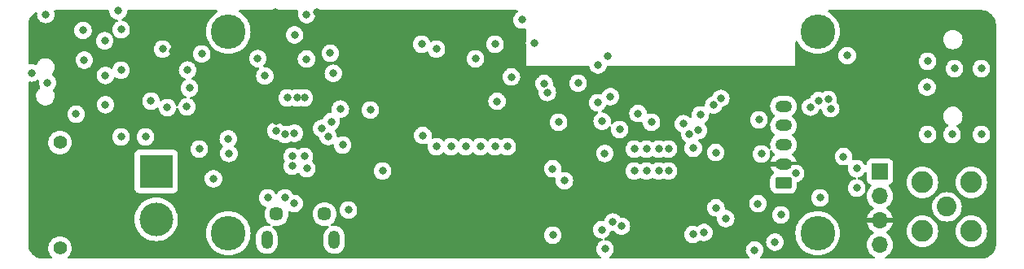
<source format=gbr>
%TF.GenerationSoftware,KiCad,Pcbnew,(6.0.2)*%
%TF.CreationDate,2022-03-31T19:26:31+11:00*%
%TF.ProjectId,Liaka_V3,4c69616b-615f-4563-932e-6b696361645f,2.0*%
%TF.SameCoordinates,Original*%
%TF.FileFunction,Copper,L2,Inr*%
%TF.FilePolarity,Positive*%
%FSLAX46Y46*%
G04 Gerber Fmt 4.6, Leading zero omitted, Abs format (unit mm)*
G04 Created by KiCad (PCBNEW (6.0.2)) date 2022-03-31 19:26:31*
%MOMM*%
%LPD*%
G01*
G04 APERTURE LIST*
G04 Aperture macros list*
%AMRoundRect*
0 Rectangle with rounded corners*
0 $1 Rounding radius*
0 $2 $3 $4 $5 $6 $7 $8 $9 X,Y pos of 4 corners*
0 Add a 4 corners polygon primitive as box body*
4,1,4,$2,$3,$4,$5,$6,$7,$8,$9,$2,$3,0*
0 Add four circle primitives for the rounded corners*
1,1,$1+$1,$2,$3*
1,1,$1+$1,$4,$5*
1,1,$1+$1,$6,$7*
1,1,$1+$1,$8,$9*
0 Add four rect primitives between the rounded corners*
20,1,$1+$1,$2,$3,$4,$5,0*
20,1,$1+$1,$4,$5,$6,$7,0*
20,1,$1+$1,$6,$7,$8,$9,0*
20,1,$1+$1,$8,$9,$2,$3,0*%
G04 Aperture macros list end*
%TA.AperFunction,ComponentPad*%
%ADD10C,3.600000*%
%TD*%
%TA.AperFunction,ComponentPad*%
%ADD11C,1.400000*%
%TD*%
%TA.AperFunction,ComponentPad*%
%ADD12R,3.500000X3.500000*%
%TD*%
%TA.AperFunction,ComponentPad*%
%ADD13C,3.500000*%
%TD*%
%TA.AperFunction,ComponentPad*%
%ADD14R,1.700000X1.700000*%
%TD*%
%TA.AperFunction,ComponentPad*%
%ADD15O,1.700000X1.700000*%
%TD*%
%TA.AperFunction,ComponentPad*%
%ADD16C,2.050000*%
%TD*%
%TA.AperFunction,ComponentPad*%
%ADD17C,2.250000*%
%TD*%
%TA.AperFunction,ComponentPad*%
%ADD18RoundRect,0.250000X0.625000X-0.350000X0.625000X0.350000X-0.625000X0.350000X-0.625000X-0.350000X0*%
%TD*%
%TA.AperFunction,ComponentPad*%
%ADD19O,1.750000X1.200000*%
%TD*%
%TA.AperFunction,ComponentPad*%
%ADD20C,1.450000*%
%TD*%
%TA.AperFunction,ComponentPad*%
%ADD21O,1.200000X1.900000*%
%TD*%
%TA.AperFunction,ViaPad*%
%ADD22C,0.800000*%
%TD*%
G04 APERTURE END LIST*
D10*
%TO.N,N/C*%
%TO.C,H1*%
X127980000Y-84032000D03*
%TD*%
%TO.N,N/C*%
%TO.C,H3*%
X189230000Y-84032000D03*
%TD*%
%TO.N,N/C*%
%TO.C,H4*%
X189230000Y-105032000D03*
%TD*%
D11*
%TO.N,*%
%TO.C,J2*%
X110483000Y-106592000D03*
X110483000Y-95592000D03*
D12*
%TO.N,GND*%
X120483000Y-98592000D03*
D13*
%TO.N,+BATT*%
X120483000Y-103592000D03*
%TD*%
D14*
%TO.N,SDA*%
%TO.C,J4*%
X195707000Y-98612800D03*
D15*
%TO.N,SCL*%
X195707000Y-101152800D03*
%TO.N,VDD*%
X195707000Y-103692800D03*
%TO.N,GND*%
X195707000Y-106232800D03*
%TD*%
D16*
%TO.N,Net-(J1-Pad1)*%
%TO.C,J1*%
X202666600Y-102285800D03*
D17*
%TO.N,GND*%
X200126600Y-104825800D03*
X205206600Y-104825800D03*
X200126600Y-99745800D03*
X205206600Y-99745800D03*
%TD*%
D10*
%TO.N,N/C*%
%TO.C,H2*%
X127980000Y-105032000D03*
%TD*%
D18*
%TO.N,unconnected-(J3-Pad1)*%
%TO.C,J3*%
X185682800Y-99808800D03*
D19*
%TO.N,VDD*%
X185682800Y-97808800D03*
%TO.N,RXD1_RRC3*%
X185682800Y-95808800D03*
%TO.N,TXD1_RRC3*%
X185682800Y-93808800D03*
%TO.N,GND*%
X185682800Y-91808800D03*
%TD*%
D20*
%TO.N,GND*%
%TO.C,J5*%
X137983600Y-103033100D03*
X132983600Y-103033100D03*
D21*
X131983600Y-105733100D03*
X138983600Y-105733100D03*
%TD*%
D22*
%TO.N,GND*%
X206248000Y-87884000D03*
X134112000Y-90932000D03*
X134620000Y-97028000D03*
X183134000Y-93218000D03*
X170180000Y-96266000D03*
X167132000Y-106680000D03*
X172720000Y-96266000D03*
X151130000Y-96012000D03*
X200660000Y-94742000D03*
X155702000Y-85344000D03*
X171450000Y-96266000D03*
X148082000Y-85344000D03*
X127978200Y-95199200D03*
X170180000Y-98552000D03*
X171450000Y-98552000D03*
X185420000Y-103124000D03*
X149606000Y-96012000D03*
X164338000Y-89408000D03*
X136144000Y-98298000D03*
X154178000Y-96012000D03*
X203200000Y-94742000D03*
X116840000Y-83820000D03*
X156972000Y-96012000D03*
X134620000Y-98044000D03*
X123952000Y-89916000D03*
X144018000Y-98552000D03*
X152654000Y-96012000D03*
X162306000Y-93472000D03*
X192303400Y-86537800D03*
X206248000Y-94742000D03*
X173736000Y-96266000D03*
X140462000Y-102616000D03*
X149606000Y-85852000D03*
X158496000Y-82804000D03*
X136126490Y-82263736D03*
X153670000Y-86868000D03*
X173736000Y-98552000D03*
X200660000Y-87122000D03*
X203454000Y-87884000D03*
X155702000Y-96012000D03*
X172720000Y-98552000D03*
X135128000Y-90932000D03*
X139864800Y-95847200D03*
X135885701Y-90927701D03*
X136103210Y-86890765D03*
X182674615Y-106785236D03*
X135890000Y-97028000D03*
X142748000Y-92202000D03*
X119940161Y-91271160D03*
X125222000Y-86360000D03*
%TO.N,VDD*%
X125857000Y-88950800D03*
X141414800Y-96621600D03*
X115164700Y-90119200D03*
X132842000Y-82042000D03*
X110642400Y-90144600D03*
X189484000Y-98806000D03*
X156972000Y-98552000D03*
X137922000Y-91592400D03*
X116763800Y-91084400D03*
X162331400Y-91935000D03*
X166370000Y-98806000D03*
X137160000Y-82042000D03*
X141478000Y-101346000D03*
X122174000Y-85090000D03*
X183870000Y-103124000D03*
X116586000Y-85344000D03*
X138804199Y-84036500D03*
X133273800Y-100228400D03*
X132943600Y-93319600D03*
X144780000Y-83058000D03*
X126428200Y-95199200D03*
X122174000Y-86106000D03*
X190754000Y-89154000D03*
X129400800Y-95199200D03*
X144018000Y-86360000D03*
X144045400Y-101142800D03*
X138804198Y-84036500D03*
%TO.N,+5V*%
X133858000Y-101346000D03*
X115202500Y-88595200D03*
X116840000Y-94996000D03*
X119380000Y-94996000D03*
%TO.N,MISO_SD*%
X188493400Y-91897200D03*
X178638200Y-96621600D03*
%TO.N,CLK_SD*%
X176301400Y-96189800D03*
X189331600Y-91211400D03*
%TO.N,MOSI_SD*%
X190324257Y-91094617D03*
X167386000Y-86614000D03*
%TO.N,CS_SD*%
X190593192Y-92057259D03*
%TO.N,RXD0*%
X134854347Y-94609394D03*
X176844513Y-94317288D03*
%TO.N,TXD0*%
X137672442Y-94124280D03*
X171958000Y-93472000D03*
%TO.N,SCL*%
X189484000Y-101346000D03*
X134874000Y-84378800D03*
X131038600Y-86842600D03*
X166406474Y-87505475D03*
X186944000Y-98806000D03*
%TO.N,SDA*%
X183388000Y-96774000D03*
X175921713Y-94701272D03*
X131775320Y-88645880D03*
X138582400Y-86283800D03*
X193294000Y-98298000D03*
%TO.N,BOOT*%
X161137600Y-90373200D03*
X184793269Y-105955500D03*
X175268955Y-93628435D03*
X200604800Y-89807800D03*
X200604800Y-89807800D03*
%TO.N,EN*%
X168656000Y-94234000D03*
X176276000Y-105156000D03*
X193294000Y-100330000D03*
X159803980Y-85255700D03*
X166370000Y-91440000D03*
X157400906Y-88759700D03*
%TO.N,DTR*%
X155910403Y-91285521D03*
X160803849Y-89422450D03*
X133863603Y-94741422D03*
%TO.N,RTS*%
X138354728Y-94954580D03*
X148190460Y-94848780D03*
%TO.N,SCK_RF*%
X166789342Y-104677260D03*
%TO.N,MOSI_RF*%
X168844215Y-104296557D03*
%TO.N,MISO_RF*%
X167944800Y-103860600D03*
%TO.N,CS_RF*%
X177419000Y-104952800D03*
%TO.N,TXD1_RRC3*%
X183022702Y-101955600D03*
%TO.N,RXD1_RRC3*%
X178435000Y-91668600D03*
%TO.N,ESP_LED*%
X170561000Y-92557600D03*
X167690800Y-90805000D03*
%TO.N,Batt_sense*%
X132918200Y-94361000D03*
X138678278Y-93399780D03*
X166833762Y-93371336D03*
X126439484Y-99351500D03*
X128040400Y-96723200D03*
%TO.N,BUZZER*%
X162915600Y-99568000D03*
X161696400Y-98323400D03*
%TO.N,TXD2_GPS*%
X178663600Y-102387400D03*
X161708500Y-105245539D03*
%TO.N,RF_IO0*%
X167106600Y-96723200D03*
%TO.N,Net-(C19-Pad1)*%
X138900500Y-88371130D03*
X139623800Y-92100400D03*
%TO.N,RESET_RF*%
X179679600Y-103505000D03*
%TO.N,Net-(C7-Pad1)*%
X115139243Y-84986783D03*
X116826920Y-88043332D03*
X113004600Y-86995000D03*
X112877600Y-83896200D03*
%TO.N,VDC*%
X121158000Y-85852000D03*
X109194600Y-89357200D03*
X115214400Y-91643200D03*
X124968000Y-96266000D03*
X121641600Y-91948000D03*
X116535200Y-81872298D03*
%TO.N,Net-(D3-Pad2)*%
X123672600Y-91871800D03*
%TO.N,CS_XT*%
X177040506Y-92716086D03*
%TO.N,Net-(J5-Pad2)*%
X132080000Y-101346000D03*
X134835833Y-101938879D03*
%TO.N,/Power/Vp*%
X123748800Y-88036400D03*
%TO.N,/Power/2s*%
X107569000Y-88341200D03*
%TO.N,/Power/3s*%
X112166400Y-92633800D03*
%TO.N,SD_DUMP*%
X191922063Y-97056581D03*
X179168888Y-90990062D03*
%TO.N,Net-(Q2-Pad1)*%
X109016800Y-82245200D03*
%TD*%
%TA.AperFunction,Conductor*%
%TO.N,VDD*%
G36*
X115567506Y-81808002D02*
G01*
X115613999Y-81861658D01*
X115624695Y-81900830D01*
X115638264Y-82029930D01*
X115641658Y-82062226D01*
X115700673Y-82243854D01*
X115703976Y-82249576D01*
X115703977Y-82249577D01*
X115711235Y-82262148D01*
X115796160Y-82409242D01*
X115800578Y-82414149D01*
X115800579Y-82414150D01*
X115860633Y-82480847D01*
X115923947Y-82551164D01*
X116078448Y-82663416D01*
X116084476Y-82666100D01*
X116084478Y-82666101D01*
X116119582Y-82681730D01*
X116252912Y-82741092D01*
X116399331Y-82772214D01*
X116461803Y-82805942D01*
X116496125Y-82868092D01*
X116491397Y-82938931D01*
X116449121Y-82995969D01*
X116424382Y-83010568D01*
X116389278Y-83026197D01*
X116389276Y-83026198D01*
X116383248Y-83028882D01*
X116377907Y-83032762D01*
X116377906Y-83032763D01*
X116352842Y-83050973D01*
X116228747Y-83141134D01*
X116224326Y-83146044D01*
X116224325Y-83146045D01*
X116163633Y-83213451D01*
X116100960Y-83283056D01*
X116059607Y-83354681D01*
X116014255Y-83433234D01*
X116005473Y-83448444D01*
X115946458Y-83630072D01*
X115945768Y-83636633D01*
X115945768Y-83636635D01*
X115937759Y-83712835D01*
X115926496Y-83820000D01*
X115927186Y-83826565D01*
X115937351Y-83923275D01*
X115946458Y-84009928D01*
X116005473Y-84191556D01*
X116008776Y-84197278D01*
X116008777Y-84197279D01*
X116049001Y-84266948D01*
X116065739Y-84335943D01*
X116059680Y-84353449D01*
X116063206Y-84353112D01*
X116126311Y-84385644D01*
X116132988Y-84392515D01*
X116228747Y-84498866D01*
X116383248Y-84611118D01*
X116389276Y-84613802D01*
X116389278Y-84613803D01*
X116545680Y-84683437D01*
X116557712Y-84688794D01*
X116651113Y-84708647D01*
X116738056Y-84727128D01*
X116738061Y-84727128D01*
X116744513Y-84728500D01*
X116935487Y-84728500D01*
X116941939Y-84727128D01*
X116941944Y-84727128D01*
X117028887Y-84708647D01*
X117122288Y-84688794D01*
X117134320Y-84683437D01*
X117290722Y-84613803D01*
X117290724Y-84613802D01*
X117296752Y-84611118D01*
X117451253Y-84498866D01*
X117477464Y-84469756D01*
X117574621Y-84361852D01*
X117574622Y-84361851D01*
X117579040Y-84356944D01*
X117674527Y-84191556D01*
X117733542Y-84009928D01*
X117742650Y-83923275D01*
X117752814Y-83826565D01*
X117753504Y-83820000D01*
X117742241Y-83712835D01*
X117734232Y-83636635D01*
X117734232Y-83636633D01*
X117733542Y-83630072D01*
X117674527Y-83448444D01*
X117665746Y-83433234D01*
X117620393Y-83354681D01*
X117579040Y-83283056D01*
X117516368Y-83213451D01*
X117455675Y-83146045D01*
X117455674Y-83146044D01*
X117451253Y-83141134D01*
X117327158Y-83050973D01*
X117302094Y-83032763D01*
X117302093Y-83032762D01*
X117296752Y-83028882D01*
X117290724Y-83026198D01*
X117290722Y-83026197D01*
X117128319Y-82953891D01*
X117128318Y-82953891D01*
X117122288Y-82951206D01*
X116975869Y-82920084D01*
X116913397Y-82886356D01*
X116879075Y-82824206D01*
X116883803Y-82753367D01*
X116926079Y-82696329D01*
X116950818Y-82681730D01*
X116985922Y-82666101D01*
X116985924Y-82666100D01*
X116991952Y-82663416D01*
X117146453Y-82551164D01*
X117209767Y-82480847D01*
X117269821Y-82414150D01*
X117269822Y-82414149D01*
X117274240Y-82409242D01*
X117359165Y-82262148D01*
X117366423Y-82249577D01*
X117366424Y-82249576D01*
X117369727Y-82243854D01*
X117428742Y-82062226D01*
X117432137Y-82029930D01*
X117445705Y-81900830D01*
X117472718Y-81835173D01*
X117530940Y-81794543D01*
X117571015Y-81788000D01*
X126770557Y-81788000D01*
X126838678Y-81808002D01*
X126885171Y-81861658D01*
X126895275Y-81931932D01*
X126865781Y-81996512D01*
X126830191Y-82023992D01*
X126830545Y-82024605D01*
X126826978Y-82026664D01*
X126823274Y-82028491D01*
X126571659Y-82196614D01*
X126568565Y-82199328D01*
X126568559Y-82199332D01*
X126429593Y-82321203D01*
X126344142Y-82396142D01*
X126341433Y-82399231D01*
X126147332Y-82620559D01*
X126147328Y-82620565D01*
X126144614Y-82623659D01*
X125976491Y-82875274D01*
X125974667Y-82878973D01*
X125974664Y-82878978D01*
X125939722Y-82949834D01*
X125842648Y-83146680D01*
X125841323Y-83150585D01*
X125841322Y-83150586D01*
X125784880Y-83316860D01*
X125745376Y-83433234D01*
X125744573Y-83437273D01*
X125744571Y-83437279D01*
X125689827Y-83712500D01*
X125686339Y-83730034D01*
X125686070Y-83734145D01*
X125686069Y-83734149D01*
X125673721Y-83922546D01*
X125666547Y-84032000D01*
X125666817Y-84036119D01*
X125684954Y-84312828D01*
X125686339Y-84333966D01*
X125687143Y-84338006D01*
X125687143Y-84338009D01*
X125742002Y-84613803D01*
X125745376Y-84630766D01*
X125746701Y-84634670D01*
X125746702Y-84634673D01*
X125824428Y-84863645D01*
X125842648Y-84917320D01*
X125886646Y-85006539D01*
X125973662Y-85182989D01*
X125976491Y-85188726D01*
X126144614Y-85440341D01*
X126147328Y-85443435D01*
X126147332Y-85443441D01*
X126333562Y-85655794D01*
X126344142Y-85667858D01*
X126347231Y-85670567D01*
X126568559Y-85864668D01*
X126568565Y-85864672D01*
X126571659Y-85867386D01*
X126575085Y-85869675D01*
X126575090Y-85869679D01*
X126730928Y-85973806D01*
X126823273Y-86035509D01*
X126826972Y-86037333D01*
X126826977Y-86037336D01*
X126947887Y-86096962D01*
X127094680Y-86169352D01*
X127098585Y-86170677D01*
X127098586Y-86170678D01*
X127377327Y-86265298D01*
X127377330Y-86265299D01*
X127381234Y-86266624D01*
X127385273Y-86267427D01*
X127385279Y-86267429D01*
X127673991Y-86324857D01*
X127673994Y-86324857D01*
X127678034Y-86325661D01*
X127682145Y-86325930D01*
X127682149Y-86325931D01*
X127975881Y-86345183D01*
X127980000Y-86345453D01*
X127984119Y-86345183D01*
X128277851Y-86325931D01*
X128277855Y-86325930D01*
X128281966Y-86325661D01*
X128286006Y-86324857D01*
X128286009Y-86324857D01*
X128574721Y-86267429D01*
X128574727Y-86267427D01*
X128578766Y-86266624D01*
X128582670Y-86265299D01*
X128582673Y-86265298D01*
X128861414Y-86170678D01*
X128861415Y-86170677D01*
X128865320Y-86169352D01*
X129012113Y-86096962D01*
X129133023Y-86037336D01*
X129133028Y-86037333D01*
X129136727Y-86035509D01*
X129229072Y-85973806D01*
X129384910Y-85869679D01*
X129384915Y-85869675D01*
X129388341Y-85867386D01*
X129391435Y-85864672D01*
X129391441Y-85864668D01*
X129612769Y-85670567D01*
X129615858Y-85667858D01*
X129626438Y-85655794D01*
X129812668Y-85443441D01*
X129812672Y-85443435D01*
X129815386Y-85440341D01*
X129879759Y-85344000D01*
X147168496Y-85344000D01*
X147169186Y-85350565D01*
X147183824Y-85489834D01*
X147188458Y-85533928D01*
X147247473Y-85715556D01*
X147342960Y-85880944D01*
X147347378Y-85885851D01*
X147347379Y-85885852D01*
X147390822Y-85934100D01*
X147470747Y-86022866D01*
X147515475Y-86055363D01*
X147612982Y-86126206D01*
X147625248Y-86135118D01*
X147631276Y-86137802D01*
X147631278Y-86137803D01*
X147779695Y-86203882D01*
X147799712Y-86212794D01*
X147893113Y-86232647D01*
X147980056Y-86251128D01*
X147980061Y-86251128D01*
X147986513Y-86252500D01*
X148177487Y-86252500D01*
X148183939Y-86251128D01*
X148183944Y-86251128D01*
X148270887Y-86232647D01*
X148364288Y-86212794D01*
X148384305Y-86203882D01*
X148532722Y-86137803D01*
X148532724Y-86137802D01*
X148538752Y-86135118D01*
X148563478Y-86117153D01*
X148630344Y-86093296D01*
X148699496Y-86109376D01*
X148748976Y-86160289D01*
X148757371Y-86180154D01*
X148768206Y-86213500D01*
X148771473Y-86223556D01*
X148866960Y-86388944D01*
X148871378Y-86393851D01*
X148871379Y-86393852D01*
X148958600Y-86490721D01*
X148994747Y-86530866D01*
X149062578Y-86580148D01*
X149130820Y-86629729D01*
X149149248Y-86643118D01*
X149155276Y-86645802D01*
X149155278Y-86645803D01*
X149293628Y-86707400D01*
X149323712Y-86720794D01*
X149417113Y-86740647D01*
X149504056Y-86759128D01*
X149504061Y-86759128D01*
X149510513Y-86760500D01*
X149701487Y-86760500D01*
X149707939Y-86759128D01*
X149707944Y-86759128D01*
X149794887Y-86740647D01*
X149888288Y-86720794D01*
X149918372Y-86707400D01*
X150056722Y-86645803D01*
X150056724Y-86645802D01*
X150062752Y-86643118D01*
X150081181Y-86629729D01*
X150149422Y-86580148D01*
X150217253Y-86530866D01*
X150253400Y-86490721D01*
X150340621Y-86393852D01*
X150340622Y-86393851D01*
X150345040Y-86388944D01*
X150440527Y-86223556D01*
X150499542Y-86041928D01*
X150501138Y-86026749D01*
X150518814Y-85858565D01*
X150519504Y-85852000D01*
X150502062Y-85686045D01*
X150500232Y-85668635D01*
X150500232Y-85668633D01*
X150499542Y-85662072D01*
X150440527Y-85480444D01*
X150417374Y-85440341D01*
X150373334Y-85364062D01*
X150361751Y-85344000D01*
X154788496Y-85344000D01*
X154789186Y-85350565D01*
X154803824Y-85489834D01*
X154808458Y-85533928D01*
X154867473Y-85715556D01*
X154962960Y-85880944D01*
X154967378Y-85885851D01*
X154967379Y-85885852D01*
X155010822Y-85934100D01*
X155090747Y-86022866D01*
X155135475Y-86055363D01*
X155232982Y-86126206D01*
X155245248Y-86135118D01*
X155251276Y-86137802D01*
X155251278Y-86137803D01*
X155399695Y-86203882D01*
X155419712Y-86212794D01*
X155513113Y-86232647D01*
X155600056Y-86251128D01*
X155600061Y-86251128D01*
X155606513Y-86252500D01*
X155797487Y-86252500D01*
X155803939Y-86251128D01*
X155803944Y-86251128D01*
X155890887Y-86232647D01*
X155984288Y-86212794D01*
X156004305Y-86203882D01*
X156152722Y-86137803D01*
X156152724Y-86137802D01*
X156158752Y-86135118D01*
X156171019Y-86126206D01*
X156268525Y-86055363D01*
X156313253Y-86022866D01*
X156393178Y-85934100D01*
X156436621Y-85885852D01*
X156436622Y-85885851D01*
X156441040Y-85880944D01*
X156536527Y-85715556D01*
X156595542Y-85533928D01*
X156600177Y-85489834D01*
X156614814Y-85350565D01*
X156615504Y-85344000D01*
X156609545Y-85287300D01*
X156596232Y-85160635D01*
X156596232Y-85160633D01*
X156595542Y-85154072D01*
X156536527Y-84972444D01*
X156441040Y-84807056D01*
X156320175Y-84672821D01*
X156317675Y-84670045D01*
X156317674Y-84670044D01*
X156313253Y-84665134D01*
X156158752Y-84552882D01*
X156152724Y-84550198D01*
X156152722Y-84550197D01*
X155990319Y-84477891D01*
X155990318Y-84477891D01*
X155984288Y-84475206D01*
X155890888Y-84455353D01*
X155803944Y-84436872D01*
X155803939Y-84436872D01*
X155797487Y-84435500D01*
X155606513Y-84435500D01*
X155600061Y-84436872D01*
X155600056Y-84436872D01*
X155513112Y-84455353D01*
X155419712Y-84475206D01*
X155413682Y-84477891D01*
X155413681Y-84477891D01*
X155251278Y-84550197D01*
X155251276Y-84550198D01*
X155245248Y-84552882D01*
X155090747Y-84665134D01*
X155086326Y-84670044D01*
X155086325Y-84670045D01*
X155083826Y-84672821D01*
X154962960Y-84807056D01*
X154867473Y-84972444D01*
X154808458Y-85154072D01*
X154807768Y-85160633D01*
X154807768Y-85160635D01*
X154794455Y-85287300D01*
X154788496Y-85344000D01*
X150361751Y-85344000D01*
X150345040Y-85315056D01*
X150320049Y-85287300D01*
X150221675Y-85178045D01*
X150221674Y-85178044D01*
X150217253Y-85173134D01*
X150070103Y-85066223D01*
X150068094Y-85064763D01*
X150068093Y-85064762D01*
X150062752Y-85060882D01*
X150056724Y-85058198D01*
X150056722Y-85058197D01*
X149894319Y-84985891D01*
X149894318Y-84985891D01*
X149888288Y-84983206D01*
X149794887Y-84963353D01*
X149707944Y-84944872D01*
X149707939Y-84944872D01*
X149701487Y-84943500D01*
X149510513Y-84943500D01*
X149504061Y-84944872D01*
X149504056Y-84944872D01*
X149417113Y-84963353D01*
X149323712Y-84983206D01*
X149317682Y-84985891D01*
X149317681Y-84985891D01*
X149155278Y-85058197D01*
X149155276Y-85058198D01*
X149149248Y-85060882D01*
X149124522Y-85078847D01*
X149057656Y-85102704D01*
X148988504Y-85086624D01*
X148939024Y-85035711D01*
X148930629Y-85015846D01*
X148918569Y-84978728D01*
X148918568Y-84978726D01*
X148916527Y-84972444D01*
X148821040Y-84807056D01*
X148700175Y-84672821D01*
X148697675Y-84670045D01*
X148697674Y-84670044D01*
X148693253Y-84665134D01*
X148538752Y-84552882D01*
X148532724Y-84550198D01*
X148532722Y-84550197D01*
X148370319Y-84477891D01*
X148370318Y-84477891D01*
X148364288Y-84475206D01*
X148270888Y-84455353D01*
X148183944Y-84436872D01*
X148183939Y-84436872D01*
X148177487Y-84435500D01*
X147986513Y-84435500D01*
X147980061Y-84436872D01*
X147980056Y-84436872D01*
X147893112Y-84455353D01*
X147799712Y-84475206D01*
X147793682Y-84477891D01*
X147793681Y-84477891D01*
X147631278Y-84550197D01*
X147631276Y-84550198D01*
X147625248Y-84552882D01*
X147470747Y-84665134D01*
X147466326Y-84670044D01*
X147466325Y-84670045D01*
X147463826Y-84672821D01*
X147342960Y-84807056D01*
X147247473Y-84972444D01*
X147188458Y-85154072D01*
X147187768Y-85160633D01*
X147187768Y-85160635D01*
X147174455Y-85287300D01*
X147168496Y-85344000D01*
X129879759Y-85344000D01*
X129983509Y-85188726D01*
X129986339Y-85182989D01*
X130073354Y-85006539D01*
X130117352Y-84917320D01*
X130135572Y-84863645D01*
X130213298Y-84634673D01*
X130213299Y-84634670D01*
X130214624Y-84630766D01*
X130217999Y-84613803D01*
X130264743Y-84378800D01*
X133960496Y-84378800D01*
X133961186Y-84385365D01*
X133978793Y-84552882D01*
X133980458Y-84568728D01*
X134039473Y-84750356D01*
X134134960Y-84915744D01*
X134139378Y-84920651D01*
X134139379Y-84920652D01*
X134242979Y-85035711D01*
X134262747Y-85057666D01*
X134417248Y-85169918D01*
X134423276Y-85172602D01*
X134423278Y-85172603D01*
X134582256Y-85243384D01*
X134591712Y-85247594D01*
X134685113Y-85267447D01*
X134772056Y-85285928D01*
X134772061Y-85285928D01*
X134778513Y-85287300D01*
X134969487Y-85287300D01*
X134975939Y-85285928D01*
X134975944Y-85285928D01*
X135062887Y-85267447D01*
X135156288Y-85247594D01*
X135165744Y-85243384D01*
X135324722Y-85172603D01*
X135324724Y-85172602D01*
X135330752Y-85169918D01*
X135485253Y-85057666D01*
X135505021Y-85035711D01*
X135608621Y-84920652D01*
X135608622Y-84920651D01*
X135613040Y-84915744D01*
X135708527Y-84750356D01*
X135767542Y-84568728D01*
X135769208Y-84552882D01*
X135786814Y-84385365D01*
X135787504Y-84378800D01*
X135779646Y-84304034D01*
X135768232Y-84195435D01*
X135768232Y-84195433D01*
X135767542Y-84188872D01*
X135708527Y-84007244D01*
X135613040Y-83841856D01*
X135505627Y-83722561D01*
X135489675Y-83704845D01*
X135489674Y-83704844D01*
X135485253Y-83699934D01*
X135359096Y-83608275D01*
X135336094Y-83591563D01*
X135336093Y-83591562D01*
X135330752Y-83587682D01*
X135324724Y-83584998D01*
X135324722Y-83584997D01*
X135162319Y-83512691D01*
X135162318Y-83512691D01*
X135156288Y-83510006D01*
X135046873Y-83486749D01*
X134975944Y-83471672D01*
X134975939Y-83471672D01*
X134969487Y-83470300D01*
X134778513Y-83470300D01*
X134772061Y-83471672D01*
X134772056Y-83471672D01*
X134701127Y-83486749D01*
X134591712Y-83510006D01*
X134585682Y-83512691D01*
X134585681Y-83512691D01*
X134423278Y-83584997D01*
X134423276Y-83584998D01*
X134417248Y-83587682D01*
X134411907Y-83591562D01*
X134411906Y-83591563D01*
X134388904Y-83608275D01*
X134262747Y-83699934D01*
X134258326Y-83704844D01*
X134258325Y-83704845D01*
X134242374Y-83722561D01*
X134134960Y-83841856D01*
X134039473Y-84007244D01*
X133980458Y-84188872D01*
X133979768Y-84195433D01*
X133979768Y-84195435D01*
X133968354Y-84304034D01*
X133960496Y-84378800D01*
X130264743Y-84378800D01*
X130272857Y-84338009D01*
X130272857Y-84338006D01*
X130273661Y-84333966D01*
X130275047Y-84312828D01*
X130293183Y-84036119D01*
X130293453Y-84032000D01*
X130286279Y-83922546D01*
X130273931Y-83734149D01*
X130273930Y-83734145D01*
X130273661Y-83730034D01*
X130270173Y-83712500D01*
X130215429Y-83437279D01*
X130215427Y-83437273D01*
X130214624Y-83433234D01*
X130175121Y-83316860D01*
X130118678Y-83150586D01*
X130118677Y-83150585D01*
X130117352Y-83146680D01*
X130020278Y-82949834D01*
X129985336Y-82878978D01*
X129985333Y-82878973D01*
X129983509Y-82875274D01*
X129815386Y-82623659D01*
X129812672Y-82620565D01*
X129812668Y-82620559D01*
X129618567Y-82399231D01*
X129615858Y-82396142D01*
X129530407Y-82321203D01*
X129391441Y-82199332D01*
X129391435Y-82199328D01*
X129388341Y-82196614D01*
X129384911Y-82194322D01*
X129384910Y-82194321D01*
X129140160Y-82030785D01*
X129136727Y-82028491D01*
X129133023Y-82026664D01*
X129129456Y-82024605D01*
X129130028Y-82023615D01*
X129081464Y-81978934D01*
X129063500Y-81910247D01*
X129085522Y-81842753D01*
X129140538Y-81797878D01*
X129189444Y-81788000D01*
X135152389Y-81788000D01*
X135220510Y-81808002D01*
X135267003Y-81861658D01*
X135277107Y-81931932D01*
X135272222Y-81952936D01*
X135232948Y-82073808D01*
X135232258Y-82080369D01*
X135232258Y-82080371D01*
X135227553Y-82125134D01*
X135212986Y-82263736D01*
X135213676Y-82270301D01*
X135231660Y-82441406D01*
X135232948Y-82453664D01*
X135291963Y-82635292D01*
X135387450Y-82800680D01*
X135391868Y-82805587D01*
X135391869Y-82805588D01*
X135454615Y-82875274D01*
X135515237Y-82942602D01*
X135669738Y-83054854D01*
X135675766Y-83057538D01*
X135675768Y-83057539D01*
X135838171Y-83129845D01*
X135844202Y-83132530D01*
X135937344Y-83152328D01*
X136024546Y-83170864D01*
X136024551Y-83170864D01*
X136031003Y-83172236D01*
X136221977Y-83172236D01*
X136228429Y-83170864D01*
X136228434Y-83170864D01*
X136315636Y-83152328D01*
X136408778Y-83132530D01*
X136414809Y-83129845D01*
X136577212Y-83057539D01*
X136577214Y-83057538D01*
X136583242Y-83054854D01*
X136737743Y-82942602D01*
X136798365Y-82875274D01*
X136861111Y-82805588D01*
X136861112Y-82805587D01*
X136865530Y-82800680D01*
X136961017Y-82635292D01*
X137020032Y-82453664D01*
X137021321Y-82441406D01*
X137039304Y-82270301D01*
X137039994Y-82263736D01*
X137025427Y-82125134D01*
X137020722Y-82080371D01*
X137020722Y-82080369D01*
X137020032Y-82073808D01*
X136980758Y-81952936D01*
X136978730Y-81881969D01*
X137015393Y-81821171D01*
X137079105Y-81789845D01*
X137100591Y-81788000D01*
X157960984Y-81788000D01*
X158029105Y-81808002D01*
X158075598Y-81861658D01*
X158085702Y-81931932D01*
X158056208Y-81996512D01*
X158035047Y-82015934D01*
X157980365Y-82055663D01*
X157955401Y-82073801D01*
X157884747Y-82125134D01*
X157880326Y-82130044D01*
X157880325Y-82130045D01*
X157858000Y-82154840D01*
X157756960Y-82267056D01*
X157725698Y-82321203D01*
X157680649Y-82399231D01*
X157661473Y-82432444D01*
X157602458Y-82614072D01*
X157601768Y-82620633D01*
X157601768Y-82620635D01*
X157589390Y-82738407D01*
X157582496Y-82804000D01*
X157583186Y-82810565D01*
X157597824Y-82949834D01*
X157602458Y-82993928D01*
X157661473Y-83175556D01*
X157756960Y-83340944D01*
X157761378Y-83345851D01*
X157761379Y-83345852D01*
X157874668Y-83471672D01*
X157884747Y-83482866D01*
X157942249Y-83524644D01*
X158025318Y-83584997D01*
X158039248Y-83595118D01*
X158045276Y-83597802D01*
X158045278Y-83597803D01*
X158117756Y-83630072D01*
X158213712Y-83672794D01*
X158307113Y-83692647D01*
X158394056Y-83711128D01*
X158394061Y-83711128D01*
X158400513Y-83712500D01*
X158591487Y-83712500D01*
X158597939Y-83711128D01*
X158597944Y-83711128D01*
X158684669Y-83692694D01*
X158771005Y-83674342D01*
X158841793Y-83679744D01*
X158898426Y-83722561D01*
X158922920Y-83789198D01*
X158923200Y-83797589D01*
X158923200Y-85006539D01*
X158917033Y-85045474D01*
X158910438Y-85065772D01*
X158890476Y-85255700D01*
X158891166Y-85262265D01*
X158907220Y-85415006D01*
X158910438Y-85445628D01*
X158912477Y-85451903D01*
X158917033Y-85465924D01*
X158923200Y-85504861D01*
X158923200Y-87566000D01*
X165385880Y-87566000D01*
X165454001Y-87586002D01*
X165500494Y-87639658D01*
X165511190Y-87678829D01*
X165512932Y-87695403D01*
X165514972Y-87701680D01*
X165514972Y-87701682D01*
X165537528Y-87771102D01*
X165571947Y-87877031D01*
X165575250Y-87882753D01*
X165575251Y-87882754D01*
X165579761Y-87890565D01*
X165667434Y-88042419D01*
X165671852Y-88047326D01*
X165671853Y-88047327D01*
X165786742Y-88174924D01*
X165795221Y-88184341D01*
X165949722Y-88296593D01*
X165955750Y-88299277D01*
X165955752Y-88299278D01*
X166118155Y-88371584D01*
X166124186Y-88374269D01*
X166217587Y-88394122D01*
X166304530Y-88412603D01*
X166304535Y-88412603D01*
X166310987Y-88413975D01*
X166501961Y-88413975D01*
X166508413Y-88412603D01*
X166508418Y-88412603D01*
X166595361Y-88394122D01*
X166688762Y-88374269D01*
X166694793Y-88371584D01*
X166857196Y-88299278D01*
X166857198Y-88299277D01*
X166863226Y-88296593D01*
X167017727Y-88184341D01*
X167026206Y-88174924D01*
X167141095Y-88047327D01*
X167141096Y-88047326D01*
X167145514Y-88042419D01*
X167233187Y-87890565D01*
X167237697Y-87882754D01*
X167237698Y-87882753D01*
X167241001Y-87877031D01*
X167275420Y-87771102D01*
X167297976Y-87701682D01*
X167297976Y-87701680D01*
X167300016Y-87695403D01*
X167301758Y-87678829D01*
X167328771Y-87613173D01*
X167386993Y-87572543D01*
X167427068Y-87566000D01*
X186923200Y-87566000D01*
X186923200Y-86537800D01*
X191389896Y-86537800D01*
X191390586Y-86544365D01*
X191407032Y-86700837D01*
X191409858Y-86727728D01*
X191468873Y-86909356D01*
X191472176Y-86915078D01*
X191472177Y-86915079D01*
X191481988Y-86932072D01*
X191564360Y-87074744D01*
X191568778Y-87079651D01*
X191568779Y-87079652D01*
X191684228Y-87207871D01*
X191692147Y-87216666D01*
X191846648Y-87328918D01*
X191852676Y-87331602D01*
X191852678Y-87331603D01*
X191960356Y-87379544D01*
X192021112Y-87406594D01*
X192093549Y-87421991D01*
X192201456Y-87444928D01*
X192201461Y-87444928D01*
X192207913Y-87446300D01*
X192398887Y-87446300D01*
X192405339Y-87444928D01*
X192405344Y-87444928D01*
X192513251Y-87421991D01*
X192585688Y-87406594D01*
X192646444Y-87379544D01*
X192754122Y-87331603D01*
X192754124Y-87331602D01*
X192760152Y-87328918D01*
X192914653Y-87216666D01*
X192922572Y-87207871D01*
X192999891Y-87122000D01*
X199746496Y-87122000D01*
X199747186Y-87128565D01*
X199761894Y-87268500D01*
X199766458Y-87311928D01*
X199825473Y-87493556D01*
X199828776Y-87499278D01*
X199828777Y-87499279D01*
X199839437Y-87517743D01*
X199920960Y-87658944D01*
X199925378Y-87663851D01*
X199925379Y-87663852D01*
X200009136Y-87756874D01*
X200048747Y-87800866D01*
X200087853Y-87829278D01*
X200188122Y-87902128D01*
X200203248Y-87913118D01*
X200209276Y-87915802D01*
X200209278Y-87915803D01*
X200371681Y-87988109D01*
X200377712Y-87990794D01*
X200448587Y-88005859D01*
X200558056Y-88029128D01*
X200558061Y-88029128D01*
X200564513Y-88030500D01*
X200755487Y-88030500D01*
X200761939Y-88029128D01*
X200761944Y-88029128D01*
X200871413Y-88005859D01*
X200942288Y-87990794D01*
X200948319Y-87988109D01*
X201110722Y-87915803D01*
X201110724Y-87915802D01*
X201116752Y-87913118D01*
X201131879Y-87902128D01*
X201156830Y-87884000D01*
X202540496Y-87884000D01*
X202541186Y-87890565D01*
X202555894Y-88030500D01*
X202560458Y-88073928D01*
X202619473Y-88255556D01*
X202622776Y-88261278D01*
X202622777Y-88261279D01*
X202628498Y-88271188D01*
X202714960Y-88420944D01*
X202719378Y-88425851D01*
X202719379Y-88425852D01*
X202757902Y-88468636D01*
X202842747Y-88562866D01*
X202863924Y-88578252D01*
X202957006Y-88645880D01*
X202997248Y-88675118D01*
X203003276Y-88677802D01*
X203003278Y-88677803D01*
X203149009Y-88742686D01*
X203171712Y-88752794D01*
X203253756Y-88770233D01*
X203352056Y-88791128D01*
X203352061Y-88791128D01*
X203358513Y-88792500D01*
X203549487Y-88792500D01*
X203555939Y-88791128D01*
X203555944Y-88791128D01*
X203654244Y-88770233D01*
X203736288Y-88752794D01*
X203758991Y-88742686D01*
X203904722Y-88677803D01*
X203904724Y-88677802D01*
X203910752Y-88675118D01*
X203950995Y-88645880D01*
X204044076Y-88578252D01*
X204065253Y-88562866D01*
X204150098Y-88468636D01*
X204188621Y-88425852D01*
X204188622Y-88425851D01*
X204193040Y-88420944D01*
X204279502Y-88271188D01*
X204285223Y-88261279D01*
X204285224Y-88261278D01*
X204288527Y-88255556D01*
X204347542Y-88073928D01*
X204352107Y-88030500D01*
X204366814Y-87890565D01*
X204367504Y-87884000D01*
X205334496Y-87884000D01*
X205335186Y-87890565D01*
X205349894Y-88030500D01*
X205354458Y-88073928D01*
X205413473Y-88255556D01*
X205416776Y-88261278D01*
X205416777Y-88261279D01*
X205422498Y-88271188D01*
X205508960Y-88420944D01*
X205513378Y-88425851D01*
X205513379Y-88425852D01*
X205551902Y-88468636D01*
X205636747Y-88562866D01*
X205657924Y-88578252D01*
X205751006Y-88645880D01*
X205791248Y-88675118D01*
X205797276Y-88677802D01*
X205797278Y-88677803D01*
X205943009Y-88742686D01*
X205965712Y-88752794D01*
X206047756Y-88770233D01*
X206146056Y-88791128D01*
X206146061Y-88791128D01*
X206152513Y-88792500D01*
X206343487Y-88792500D01*
X206349939Y-88791128D01*
X206349944Y-88791128D01*
X206448244Y-88770233D01*
X206530288Y-88752794D01*
X206552991Y-88742686D01*
X206698722Y-88677803D01*
X206698724Y-88677802D01*
X206704752Y-88675118D01*
X206744995Y-88645880D01*
X206838076Y-88578252D01*
X206859253Y-88562866D01*
X206944098Y-88468636D01*
X206982621Y-88425852D01*
X206982622Y-88425851D01*
X206987040Y-88420944D01*
X207073502Y-88271188D01*
X207079223Y-88261279D01*
X207079224Y-88261278D01*
X207082527Y-88255556D01*
X207141542Y-88073928D01*
X207146107Y-88030500D01*
X207160814Y-87890565D01*
X207161504Y-87884000D01*
X207159854Y-87868299D01*
X207142232Y-87700635D01*
X207142232Y-87700633D01*
X207141542Y-87694072D01*
X207082527Y-87512444D01*
X207075029Y-87499456D01*
X207017160Y-87399226D01*
X206987040Y-87347056D01*
X206980003Y-87339240D01*
X206863675Y-87210045D01*
X206863674Y-87210044D01*
X206859253Y-87205134D01*
X206744829Y-87122000D01*
X206710094Y-87096763D01*
X206710093Y-87096762D01*
X206704752Y-87092882D01*
X206698724Y-87090198D01*
X206698722Y-87090197D01*
X206536319Y-87017891D01*
X206536318Y-87017891D01*
X206530288Y-87015206D01*
X206435227Y-86995000D01*
X206349944Y-86976872D01*
X206349939Y-86976872D01*
X206343487Y-86975500D01*
X206152513Y-86975500D01*
X206146061Y-86976872D01*
X206146056Y-86976872D01*
X206060773Y-86995000D01*
X205965712Y-87015206D01*
X205959682Y-87017891D01*
X205959681Y-87017891D01*
X205797278Y-87090197D01*
X205797276Y-87090198D01*
X205791248Y-87092882D01*
X205785907Y-87096762D01*
X205785906Y-87096763D01*
X205751171Y-87122000D01*
X205636747Y-87205134D01*
X205632326Y-87210044D01*
X205632325Y-87210045D01*
X205515998Y-87339240D01*
X205508960Y-87347056D01*
X205478840Y-87399226D01*
X205420972Y-87499456D01*
X205413473Y-87512444D01*
X205354458Y-87694072D01*
X205353768Y-87700633D01*
X205353768Y-87700635D01*
X205336146Y-87868299D01*
X205334496Y-87884000D01*
X204367504Y-87884000D01*
X204365854Y-87868299D01*
X204348232Y-87700635D01*
X204348232Y-87700633D01*
X204347542Y-87694072D01*
X204288527Y-87512444D01*
X204281029Y-87499456D01*
X204223160Y-87399226D01*
X204193040Y-87347056D01*
X204186003Y-87339240D01*
X204069675Y-87210045D01*
X204069674Y-87210044D01*
X204065253Y-87205134D01*
X203950829Y-87122000D01*
X203916094Y-87096763D01*
X203916093Y-87096762D01*
X203910752Y-87092882D01*
X203904724Y-87090198D01*
X203904722Y-87090197D01*
X203742319Y-87017891D01*
X203742318Y-87017891D01*
X203736288Y-87015206D01*
X203641227Y-86995000D01*
X203555944Y-86976872D01*
X203555939Y-86976872D01*
X203549487Y-86975500D01*
X203358513Y-86975500D01*
X203352061Y-86976872D01*
X203352056Y-86976872D01*
X203266773Y-86995000D01*
X203171712Y-87015206D01*
X203165682Y-87017891D01*
X203165681Y-87017891D01*
X203003278Y-87090197D01*
X203003276Y-87090198D01*
X202997248Y-87092882D01*
X202991907Y-87096762D01*
X202991906Y-87096763D01*
X202957171Y-87122000D01*
X202842747Y-87205134D01*
X202838326Y-87210044D01*
X202838325Y-87210045D01*
X202721998Y-87339240D01*
X202714960Y-87347056D01*
X202684840Y-87399226D01*
X202626972Y-87499456D01*
X202619473Y-87512444D01*
X202560458Y-87694072D01*
X202559768Y-87700633D01*
X202559768Y-87700635D01*
X202542146Y-87868299D01*
X202540496Y-87884000D01*
X201156830Y-87884000D01*
X201232147Y-87829278D01*
X201271253Y-87800866D01*
X201310864Y-87756874D01*
X201394621Y-87663852D01*
X201394622Y-87663851D01*
X201399040Y-87658944D01*
X201480563Y-87517743D01*
X201491223Y-87499279D01*
X201491224Y-87499278D01*
X201494527Y-87493556D01*
X201553542Y-87311928D01*
X201558107Y-87268500D01*
X201572814Y-87128565D01*
X201573504Y-87122000D01*
X201566080Y-87051365D01*
X201554232Y-86938635D01*
X201554232Y-86938633D01*
X201553542Y-86932072D01*
X201494527Y-86750444D01*
X201485037Y-86734006D01*
X201435999Y-86649071D01*
X201399040Y-86585056D01*
X201373064Y-86556206D01*
X201275675Y-86448045D01*
X201275674Y-86448044D01*
X201271253Y-86443134D01*
X201148325Y-86353821D01*
X201122094Y-86334763D01*
X201122093Y-86334762D01*
X201116752Y-86330882D01*
X201110724Y-86328198D01*
X201110722Y-86328197D01*
X200948319Y-86255891D01*
X200948318Y-86255891D01*
X200942288Y-86253206D01*
X200829721Y-86229279D01*
X200761944Y-86214872D01*
X200761939Y-86214872D01*
X200755487Y-86213500D01*
X200564513Y-86213500D01*
X200558061Y-86214872D01*
X200558056Y-86214872D01*
X200490279Y-86229279D01*
X200377712Y-86253206D01*
X200371682Y-86255891D01*
X200371681Y-86255891D01*
X200209278Y-86328197D01*
X200209276Y-86328198D01*
X200203248Y-86330882D01*
X200197907Y-86334762D01*
X200197906Y-86334763D01*
X200171675Y-86353821D01*
X200048747Y-86443134D01*
X200044326Y-86448044D01*
X200044325Y-86448045D01*
X199946937Y-86556206D01*
X199920960Y-86585056D01*
X199884001Y-86649071D01*
X199834964Y-86734006D01*
X199825473Y-86750444D01*
X199766458Y-86932072D01*
X199765768Y-86938633D01*
X199765768Y-86938635D01*
X199753920Y-87051365D01*
X199746496Y-87122000D01*
X192999891Y-87122000D01*
X193038021Y-87079652D01*
X193038022Y-87079651D01*
X193042440Y-87074744D01*
X193124812Y-86932072D01*
X193134623Y-86915079D01*
X193134624Y-86915078D01*
X193137927Y-86909356D01*
X193196942Y-86727728D01*
X193199769Y-86700837D01*
X193216214Y-86544365D01*
X193216904Y-86537800D01*
X193208007Y-86453148D01*
X193197632Y-86354435D01*
X193197632Y-86354433D01*
X193196942Y-86347872D01*
X193137927Y-86166244D01*
X193042440Y-86000856D01*
X192962654Y-85912244D01*
X192919075Y-85863845D01*
X192919074Y-85863844D01*
X192914653Y-85858934D01*
X192760152Y-85746682D01*
X192754124Y-85743998D01*
X192754122Y-85743997D01*
X192591719Y-85671691D01*
X192591718Y-85671691D01*
X192585688Y-85669006D01*
X192492287Y-85649153D01*
X192405344Y-85630672D01*
X192405339Y-85630672D01*
X192398887Y-85629300D01*
X192207913Y-85629300D01*
X192201461Y-85630672D01*
X192201456Y-85630672D01*
X192114512Y-85649153D01*
X192021112Y-85669006D01*
X192015082Y-85671691D01*
X192015081Y-85671691D01*
X191852678Y-85743997D01*
X191852676Y-85743998D01*
X191846648Y-85746682D01*
X191692147Y-85858934D01*
X191687726Y-85863844D01*
X191687725Y-85863845D01*
X191644147Y-85912244D01*
X191564360Y-86000856D01*
X191468873Y-86166244D01*
X191409858Y-86347872D01*
X191409168Y-86354433D01*
X191409168Y-86354435D01*
X191398793Y-86453148D01*
X191389896Y-86537800D01*
X186923200Y-86537800D01*
X186923200Y-85114097D01*
X186943202Y-85045976D01*
X186996858Y-84999483D01*
X187067132Y-84989379D01*
X187131712Y-85018873D01*
X187162206Y-85058369D01*
X187223662Y-85182989D01*
X187226491Y-85188726D01*
X187394614Y-85440341D01*
X187397328Y-85443435D01*
X187397332Y-85443441D01*
X187583562Y-85655794D01*
X187594142Y-85667858D01*
X187597231Y-85670567D01*
X187818559Y-85864668D01*
X187818565Y-85864672D01*
X187821659Y-85867386D01*
X187825085Y-85869675D01*
X187825090Y-85869679D01*
X187980928Y-85973806D01*
X188073273Y-86035509D01*
X188076972Y-86037333D01*
X188076977Y-86037336D01*
X188197887Y-86096962D01*
X188344680Y-86169352D01*
X188348585Y-86170677D01*
X188348586Y-86170678D01*
X188627327Y-86265298D01*
X188627330Y-86265299D01*
X188631234Y-86266624D01*
X188635273Y-86267427D01*
X188635279Y-86267429D01*
X188923991Y-86324857D01*
X188923994Y-86324857D01*
X188928034Y-86325661D01*
X188932145Y-86325930D01*
X188932149Y-86325931D01*
X189225881Y-86345183D01*
X189230000Y-86345453D01*
X189234119Y-86345183D01*
X189527851Y-86325931D01*
X189527855Y-86325930D01*
X189531966Y-86325661D01*
X189536006Y-86324857D01*
X189536009Y-86324857D01*
X189824721Y-86267429D01*
X189824727Y-86267427D01*
X189828766Y-86266624D01*
X189832670Y-86265299D01*
X189832673Y-86265298D01*
X190111414Y-86170678D01*
X190111415Y-86170677D01*
X190115320Y-86169352D01*
X190262113Y-86096962D01*
X190383023Y-86037336D01*
X190383028Y-86037333D01*
X190386727Y-86035509D01*
X190479072Y-85973806D01*
X190634910Y-85869679D01*
X190634915Y-85869675D01*
X190638341Y-85867386D01*
X190641435Y-85864672D01*
X190641441Y-85864668D01*
X190862769Y-85670567D01*
X190865858Y-85667858D01*
X190876438Y-85655794D01*
X191062668Y-85443441D01*
X191062672Y-85443435D01*
X191065386Y-85440341D01*
X191233509Y-85188726D01*
X191236339Y-85182989D01*
X191323354Y-85006539D01*
X191367352Y-84917320D01*
X191385572Y-84863645D01*
X191390375Y-84849495D01*
X202270645Y-84849495D01*
X202271204Y-84855635D01*
X202286060Y-85018873D01*
X202288570Y-85046458D01*
X202290308Y-85052364D01*
X202290309Y-85052368D01*
X202292655Y-85060338D01*
X202344410Y-85236189D01*
X202347263Y-85241647D01*
X202347265Y-85241651D01*
X202354610Y-85255700D01*
X202436040Y-85411460D01*
X202559968Y-85565595D01*
X202564692Y-85569559D01*
X202568510Y-85572763D01*
X202711474Y-85692724D01*
X202716872Y-85695691D01*
X202716877Y-85695695D01*
X202809940Y-85746856D01*
X202884787Y-85788003D01*
X202890654Y-85789864D01*
X202890656Y-85789865D01*
X203013313Y-85828774D01*
X203073306Y-85847805D01*
X203227227Y-85865070D01*
X203333769Y-85865070D01*
X203336825Y-85864770D01*
X203336832Y-85864770D01*
X203400111Y-85858565D01*
X203480833Y-85850650D01*
X203486734Y-85848868D01*
X203486736Y-85848868D01*
X203560053Y-85826732D01*
X203670169Y-85793486D01*
X203844796Y-85700636D01*
X203932262Y-85629300D01*
X203993287Y-85579530D01*
X203993290Y-85579527D01*
X203998062Y-85575635D01*
X204010344Y-85560789D01*
X204120201Y-85427995D01*
X204120203Y-85427991D01*
X204124130Y-85423245D01*
X204218198Y-85249271D01*
X204276682Y-85060338D01*
X204278141Y-85046458D01*
X204296711Y-84869774D01*
X204296711Y-84869772D01*
X204297355Y-84863645D01*
X204281567Y-84690166D01*
X204279989Y-84672821D01*
X204279988Y-84672818D01*
X204279430Y-84666682D01*
X204270010Y-84634673D01*
X204242097Y-84539835D01*
X204223590Y-84476951D01*
X204220396Y-84470840D01*
X204148839Y-84333966D01*
X204131960Y-84301680D01*
X204008032Y-84147545D01*
X204001727Y-84142254D01*
X203972809Y-84117989D01*
X203856526Y-84020416D01*
X203851128Y-84017449D01*
X203851123Y-84017445D01*
X203688608Y-83928103D01*
X203688609Y-83928103D01*
X203683213Y-83925137D01*
X203677346Y-83923276D01*
X203677344Y-83923275D01*
X203500564Y-83867197D01*
X203500563Y-83867197D01*
X203494694Y-83865335D01*
X203340773Y-83848070D01*
X203234231Y-83848070D01*
X203231175Y-83848370D01*
X203231168Y-83848370D01*
X203172660Y-83854107D01*
X203087167Y-83862490D01*
X203081266Y-83864272D01*
X203081264Y-83864272D01*
X203007947Y-83886408D01*
X202897831Y-83919654D01*
X202723204Y-84012504D01*
X202642551Y-84078283D01*
X202574713Y-84133610D01*
X202574710Y-84133613D01*
X202569938Y-84137505D01*
X202566011Y-84142252D01*
X202566009Y-84142254D01*
X202447799Y-84285145D01*
X202447797Y-84285149D01*
X202443870Y-84289895D01*
X202349802Y-84463869D01*
X202291318Y-84652802D01*
X202290674Y-84658927D01*
X202290674Y-84658928D01*
X202276178Y-84796855D01*
X202270645Y-84849495D01*
X191390375Y-84849495D01*
X191463298Y-84634673D01*
X191463299Y-84634670D01*
X191464624Y-84630766D01*
X191467999Y-84613803D01*
X191522857Y-84338009D01*
X191522857Y-84338006D01*
X191523661Y-84333966D01*
X191525047Y-84312828D01*
X191543183Y-84036119D01*
X191543453Y-84032000D01*
X191536279Y-83922546D01*
X191523931Y-83734149D01*
X191523930Y-83734145D01*
X191523661Y-83730034D01*
X191520173Y-83712500D01*
X191465429Y-83437279D01*
X191465427Y-83437273D01*
X191464624Y-83433234D01*
X191425121Y-83316860D01*
X191368678Y-83150586D01*
X191368677Y-83150585D01*
X191367352Y-83146680D01*
X191270278Y-82949834D01*
X191235336Y-82878978D01*
X191235333Y-82878973D01*
X191233509Y-82875274D01*
X191065386Y-82623659D01*
X191062672Y-82620565D01*
X191062668Y-82620559D01*
X190868567Y-82399231D01*
X190865858Y-82396142D01*
X190780407Y-82321203D01*
X190641441Y-82199332D01*
X190641435Y-82199328D01*
X190638341Y-82196614D01*
X190634911Y-82194322D01*
X190634910Y-82194321D01*
X190390160Y-82030785D01*
X190386727Y-82028491D01*
X190383023Y-82026664D01*
X190379456Y-82024605D01*
X190380028Y-82023615D01*
X190331464Y-81978934D01*
X190313500Y-81910247D01*
X190335522Y-81842753D01*
X190390538Y-81797878D01*
X190439444Y-81788000D01*
X206198672Y-81788000D01*
X206218056Y-81789500D01*
X206219496Y-81789724D01*
X206232858Y-81791805D01*
X206232861Y-81791805D01*
X206241730Y-81793186D01*
X206250632Y-81792022D01*
X206250634Y-81792022D01*
X206254174Y-81791559D01*
X206256957Y-81791195D01*
X206282279Y-81790452D01*
X206455905Y-81802870D01*
X206473693Y-81805427D01*
X206610430Y-81835173D01*
X206668552Y-81847817D01*
X206685801Y-81852881D01*
X206872655Y-81922574D01*
X206889002Y-81930040D01*
X207064030Y-82025613D01*
X207079153Y-82035332D01*
X207238797Y-82154840D01*
X207252383Y-82166613D01*
X207393387Y-82307617D01*
X207405160Y-82321203D01*
X207524668Y-82480847D01*
X207534387Y-82495970D01*
X207629960Y-82670998D01*
X207637426Y-82687345D01*
X207688472Y-82824206D01*
X207707119Y-82874200D01*
X207712183Y-82891448D01*
X207748315Y-83057539D01*
X207754572Y-83086303D01*
X207757130Y-83104095D01*
X207769041Y-83270629D01*
X207768297Y-83288533D01*
X207768195Y-83296858D01*
X207766814Y-83305730D01*
X207767978Y-83314632D01*
X207767978Y-83314635D01*
X207770936Y-83337251D01*
X207772000Y-83353589D01*
X207772000Y-106122672D01*
X207770500Y-106142057D01*
X207768998Y-106151706D01*
X207766814Y-106165730D01*
X207767978Y-106174632D01*
X207767978Y-106174634D01*
X207768805Y-106180955D01*
X207769548Y-106206279D01*
X207762652Y-106302708D01*
X207757131Y-106379901D01*
X207754573Y-106397693D01*
X207733961Y-106492444D01*
X207712183Y-106592552D01*
X207707119Y-106609800D01*
X207637426Y-106796655D01*
X207629960Y-106813002D01*
X207534387Y-106988030D01*
X207524668Y-107003153D01*
X207405160Y-107162797D01*
X207393387Y-107176383D01*
X207252383Y-107317387D01*
X207238797Y-107329160D01*
X207079153Y-107448668D01*
X207064030Y-107458387D01*
X206889002Y-107553960D01*
X206872655Y-107561426D01*
X206731612Y-107614032D01*
X206685800Y-107631119D01*
X206668551Y-107636183D01*
X206473693Y-107678573D01*
X206455905Y-107681130D01*
X206289369Y-107693041D01*
X206271467Y-107692297D01*
X206263142Y-107692195D01*
X206254270Y-107690814D01*
X206245368Y-107691978D01*
X206245365Y-107691978D01*
X206222749Y-107694936D01*
X206206411Y-107696000D01*
X196351927Y-107696000D01*
X196283806Y-107675998D01*
X196237313Y-107622342D01*
X196227209Y-107552068D01*
X196256703Y-107487488D01*
X196296491Y-107456851D01*
X196404994Y-107403696D01*
X196586860Y-107273973D01*
X196595566Y-107265298D01*
X196675610Y-107185533D01*
X196745096Y-107116289D01*
X196804594Y-107033489D01*
X196872435Y-106939077D01*
X196875453Y-106934877D01*
X196910483Y-106864000D01*
X196972136Y-106739253D01*
X196972137Y-106739251D01*
X196974430Y-106734611D01*
X197016095Y-106597475D01*
X197037865Y-106525823D01*
X197037865Y-106525821D01*
X197039370Y-106520869D01*
X197068529Y-106299390D01*
X197069638Y-106254010D01*
X197070074Y-106236165D01*
X197070074Y-106236161D01*
X197070156Y-106232800D01*
X197068856Y-106216980D01*
X197056319Y-106064500D01*
X197051852Y-106010161D01*
X196997431Y-105793502D01*
X196908354Y-105588640D01*
X196819986Y-105452044D01*
X196789822Y-105405417D01*
X196789820Y-105405414D01*
X196787014Y-105401077D01*
X196636670Y-105235851D01*
X196632619Y-105232652D01*
X196632615Y-105232648D01*
X196465414Y-105100600D01*
X196465410Y-105100598D01*
X196461359Y-105097398D01*
X196442413Y-105086939D01*
X196428587Y-105079307D01*
X196419569Y-105074329D01*
X196369598Y-105023897D01*
X196354826Y-104954454D01*
X196379942Y-104888048D01*
X196407294Y-104861441D01*
X196457261Y-104825800D01*
X198488049Y-104825800D01*
X198508222Y-105082126D01*
X198509376Y-105086933D01*
X198509377Y-105086939D01*
X198529927Y-105172534D01*
X198568245Y-105332140D01*
X198570138Y-105336711D01*
X198570139Y-105336713D01*
X198664357Y-105564175D01*
X198666640Y-105569687D01*
X198800984Y-105788916D01*
X198967969Y-105984431D01*
X199163484Y-106151416D01*
X199382713Y-106285760D01*
X199387283Y-106287653D01*
X199387287Y-106287655D01*
X199613476Y-106381345D01*
X199620260Y-106384155D01*
X199676667Y-106397697D01*
X199865461Y-106443023D01*
X199865467Y-106443024D01*
X199870274Y-106444178D01*
X200126600Y-106464351D01*
X200382926Y-106444178D01*
X200387733Y-106443024D01*
X200387739Y-106443023D01*
X200576533Y-106397697D01*
X200632940Y-106384155D01*
X200639724Y-106381345D01*
X200865913Y-106287655D01*
X200865917Y-106287653D01*
X200870487Y-106285760D01*
X201089716Y-106151416D01*
X201285231Y-105984431D01*
X201452216Y-105788916D01*
X201586560Y-105569687D01*
X201588844Y-105564175D01*
X201683061Y-105336713D01*
X201683062Y-105336711D01*
X201684955Y-105332140D01*
X201723273Y-105172534D01*
X201743823Y-105086939D01*
X201743824Y-105086933D01*
X201744978Y-105082126D01*
X201765151Y-104825800D01*
X203568049Y-104825800D01*
X203588222Y-105082126D01*
X203589376Y-105086933D01*
X203589377Y-105086939D01*
X203609927Y-105172534D01*
X203648245Y-105332140D01*
X203650138Y-105336711D01*
X203650139Y-105336713D01*
X203744357Y-105564175D01*
X203746640Y-105569687D01*
X203880984Y-105788916D01*
X204047969Y-105984431D01*
X204243484Y-106151416D01*
X204462713Y-106285760D01*
X204467283Y-106287653D01*
X204467287Y-106287655D01*
X204693476Y-106381345D01*
X204700260Y-106384155D01*
X204756667Y-106397697D01*
X204945461Y-106443023D01*
X204945467Y-106443024D01*
X204950274Y-106444178D01*
X205206600Y-106464351D01*
X205462926Y-106444178D01*
X205467733Y-106443024D01*
X205467739Y-106443023D01*
X205656533Y-106397697D01*
X205712940Y-106384155D01*
X205719724Y-106381345D01*
X205945913Y-106287655D01*
X205945917Y-106287653D01*
X205950487Y-106285760D01*
X206169716Y-106151416D01*
X206365231Y-105984431D01*
X206532216Y-105788916D01*
X206666560Y-105569687D01*
X206668844Y-105564175D01*
X206763061Y-105336713D01*
X206763062Y-105336711D01*
X206764955Y-105332140D01*
X206803273Y-105172534D01*
X206823823Y-105086939D01*
X206823824Y-105086933D01*
X206824978Y-105082126D01*
X206845151Y-104825800D01*
X206824978Y-104569474D01*
X206823374Y-104562790D01*
X206781886Y-104389983D01*
X206764955Y-104319460D01*
X206763061Y-104314887D01*
X206668455Y-104086487D01*
X206668453Y-104086483D01*
X206666560Y-104081913D01*
X206532216Y-103862684D01*
X206365231Y-103667169D01*
X206169716Y-103500184D01*
X205950487Y-103365840D01*
X205945917Y-103363947D01*
X205945913Y-103363945D01*
X205717513Y-103269339D01*
X205717511Y-103269338D01*
X205712940Y-103267445D01*
X205626098Y-103246596D01*
X205467739Y-103208577D01*
X205467733Y-103208576D01*
X205462926Y-103207422D01*
X205206600Y-103187249D01*
X204950274Y-103207422D01*
X204945467Y-103208576D01*
X204945461Y-103208577D01*
X204787102Y-103246596D01*
X204700260Y-103267445D01*
X204695689Y-103269338D01*
X204695687Y-103269339D01*
X204467287Y-103363945D01*
X204467283Y-103363947D01*
X204462713Y-103365840D01*
X204243484Y-103500184D01*
X204047969Y-103667169D01*
X203880984Y-103862684D01*
X203746640Y-104081913D01*
X203744747Y-104086483D01*
X203744745Y-104086487D01*
X203650139Y-104314887D01*
X203648245Y-104319460D01*
X203631314Y-104389983D01*
X203589827Y-104562790D01*
X203588222Y-104569474D01*
X203568049Y-104825800D01*
X201765151Y-104825800D01*
X201744978Y-104569474D01*
X201743374Y-104562790D01*
X201701886Y-104389983D01*
X201684955Y-104319460D01*
X201683061Y-104314887D01*
X201588455Y-104086487D01*
X201588453Y-104086483D01*
X201586560Y-104081913D01*
X201452216Y-103862684D01*
X201285231Y-103667169D01*
X201089716Y-103500184D01*
X200870487Y-103365840D01*
X200865917Y-103363947D01*
X200865913Y-103363945D01*
X200637513Y-103269339D01*
X200637511Y-103269338D01*
X200632940Y-103267445D01*
X200546098Y-103246596D01*
X200387739Y-103208577D01*
X200387733Y-103208576D01*
X200382926Y-103207422D01*
X200126600Y-103187249D01*
X199870274Y-103207422D01*
X199865467Y-103208576D01*
X199865461Y-103208577D01*
X199707102Y-103246596D01*
X199620260Y-103267445D01*
X199615689Y-103269338D01*
X199615687Y-103269339D01*
X199387287Y-103363945D01*
X199387283Y-103363947D01*
X199382713Y-103365840D01*
X199163484Y-103500184D01*
X198967969Y-103667169D01*
X198800984Y-103862684D01*
X198666640Y-104081913D01*
X198664747Y-104086483D01*
X198664745Y-104086487D01*
X198570139Y-104314887D01*
X198568245Y-104319460D01*
X198551314Y-104389983D01*
X198509827Y-104562790D01*
X198508222Y-104569474D01*
X198488049Y-104825800D01*
X196457261Y-104825800D01*
X196582328Y-104736592D01*
X196590200Y-104729939D01*
X196741052Y-104579612D01*
X196747730Y-104571765D01*
X196872003Y-104398820D01*
X196877313Y-104389983D01*
X196971670Y-104199067D01*
X196975469Y-104189472D01*
X197037377Y-103985710D01*
X197039555Y-103975637D01*
X197040986Y-103964762D01*
X197038775Y-103950578D01*
X197025617Y-103946800D01*
X194390225Y-103946800D01*
X194376694Y-103950773D01*
X194375257Y-103960766D01*
X194405565Y-104095246D01*
X194408645Y-104105075D01*
X194488770Y-104302403D01*
X194493413Y-104311594D01*
X194604694Y-104493188D01*
X194610777Y-104501499D01*
X194750213Y-104662467D01*
X194757580Y-104669683D01*
X194921434Y-104805716D01*
X194929881Y-104811631D01*
X194998969Y-104852003D01*
X195047693Y-104903642D01*
X195060764Y-104973425D01*
X195034033Y-105039196D01*
X194993584Y-105072552D01*
X194980607Y-105079307D01*
X194976474Y-105082410D01*
X194976471Y-105082412D01*
X194813123Y-105205057D01*
X194801965Y-105213435D01*
X194647629Y-105374938D01*
X194644715Y-105379210D01*
X194644714Y-105379211D01*
X194595031Y-105452044D01*
X194521743Y-105559480D01*
X194507470Y-105590229D01*
X194432612Y-105751498D01*
X194427688Y-105762105D01*
X194367989Y-105977370D01*
X194344251Y-106199495D01*
X194344548Y-106204648D01*
X194344548Y-106204651D01*
X194351606Y-106327056D01*
X194357110Y-106422515D01*
X194358247Y-106427561D01*
X194358248Y-106427567D01*
X194373975Y-106497352D01*
X194406222Y-106640439D01*
X194490266Y-106847416D01*
X194535799Y-106921719D01*
X194591057Y-107011892D01*
X194606987Y-107037888D01*
X194753250Y-107206738D01*
X194925126Y-107349432D01*
X194970029Y-107375671D01*
X195116415Y-107461212D01*
X195165139Y-107512851D01*
X195178210Y-107582634D01*
X195151479Y-107648405D01*
X195093432Y-107689284D01*
X195052845Y-107696000D01*
X183354476Y-107696000D01*
X183286355Y-107675998D01*
X183239862Y-107622342D01*
X183229758Y-107552068D01*
X183259252Y-107487488D01*
X183275649Y-107472438D01*
X183275617Y-107472403D01*
X183279293Y-107469093D01*
X183280413Y-107468065D01*
X183285868Y-107464102D01*
X183413655Y-107322180D01*
X183487904Y-107193577D01*
X183505838Y-107162515D01*
X183505839Y-107162514D01*
X183509142Y-107156792D01*
X183568157Y-106975164D01*
X183573320Y-106926046D01*
X183587429Y-106791801D01*
X183588119Y-106785236D01*
X183582798Y-106734611D01*
X183568847Y-106601871D01*
X183568847Y-106601869D01*
X183568157Y-106595308D01*
X183509142Y-106413680D01*
X183504092Y-106404932D01*
X183462434Y-106332779D01*
X183413655Y-106248292D01*
X183356687Y-106185022D01*
X183290290Y-106111281D01*
X183290289Y-106111280D01*
X183285868Y-106106370D01*
X183131367Y-105994118D01*
X183125339Y-105991434D01*
X183125337Y-105991433D01*
X183044630Y-105955500D01*
X183879765Y-105955500D01*
X183880455Y-105962065D01*
X183896177Y-106111648D01*
X183899727Y-106145428D01*
X183958742Y-106327056D01*
X184054229Y-106492444D01*
X184058647Y-106497351D01*
X184058648Y-106497352D01*
X184146848Y-106595308D01*
X184182016Y-106634366D01*
X184336517Y-106746618D01*
X184342545Y-106749302D01*
X184342547Y-106749303D01*
X184504950Y-106821609D01*
X184510981Y-106824294D01*
X184597240Y-106842629D01*
X184691325Y-106862628D01*
X184691330Y-106862628D01*
X184697782Y-106864000D01*
X184888756Y-106864000D01*
X184895208Y-106862628D01*
X184895213Y-106862628D01*
X184989298Y-106842629D01*
X185075557Y-106824294D01*
X185081588Y-106821609D01*
X185243991Y-106749303D01*
X185243993Y-106749302D01*
X185250021Y-106746618D01*
X185404522Y-106634366D01*
X185439690Y-106595308D01*
X185527890Y-106497352D01*
X185527891Y-106497351D01*
X185532309Y-106492444D01*
X185627796Y-106327056D01*
X185686811Y-106145428D01*
X185690362Y-106111648D01*
X185706083Y-105962065D01*
X185706773Y-105955500D01*
X185694240Y-105836253D01*
X185687501Y-105772135D01*
X185687501Y-105772133D01*
X185686811Y-105765572D01*
X185627796Y-105583944D01*
X185609420Y-105552115D01*
X185558833Y-105464497D01*
X185532309Y-105418556D01*
X185512752Y-105396835D01*
X185408944Y-105281545D01*
X185408943Y-105281544D01*
X185404522Y-105276634D01*
X185292350Y-105195136D01*
X185255363Y-105168263D01*
X185255362Y-105168262D01*
X185250021Y-105164382D01*
X185243993Y-105161698D01*
X185243991Y-105161697D01*
X185081588Y-105089391D01*
X185081587Y-105089391D01*
X185075557Y-105086706D01*
X184960144Y-105062174D01*
X184895213Y-105048372D01*
X184895208Y-105048372D01*
X184888756Y-105047000D01*
X184697782Y-105047000D01*
X184691330Y-105048372D01*
X184691325Y-105048372D01*
X184626394Y-105062174D01*
X184510981Y-105086706D01*
X184504951Y-105089391D01*
X184504950Y-105089391D01*
X184342547Y-105161697D01*
X184342545Y-105161698D01*
X184336517Y-105164382D01*
X184331176Y-105168262D01*
X184331175Y-105168263D01*
X184294188Y-105195136D01*
X184182016Y-105276634D01*
X184177595Y-105281544D01*
X184177594Y-105281545D01*
X184073787Y-105396835D01*
X184054229Y-105418556D01*
X184027705Y-105464497D01*
X183977119Y-105552115D01*
X183958742Y-105583944D01*
X183899727Y-105765572D01*
X183899037Y-105772133D01*
X183899037Y-105772135D01*
X183892298Y-105836253D01*
X183879765Y-105955500D01*
X183044630Y-105955500D01*
X182962934Y-105919127D01*
X182962933Y-105919127D01*
X182956903Y-105916442D01*
X182845503Y-105892763D01*
X182776559Y-105878108D01*
X182776554Y-105878108D01*
X182770102Y-105876736D01*
X182579128Y-105876736D01*
X182572676Y-105878108D01*
X182572671Y-105878108D01*
X182503727Y-105892763D01*
X182392327Y-105916442D01*
X182386297Y-105919127D01*
X182386296Y-105919127D01*
X182223893Y-105991433D01*
X182223891Y-105991434D01*
X182217863Y-105994118D01*
X182063362Y-106106370D01*
X182058941Y-106111280D01*
X182058940Y-106111281D01*
X181992544Y-106185022D01*
X181935575Y-106248292D01*
X181886796Y-106332779D01*
X181845139Y-106404932D01*
X181840088Y-106413680D01*
X181781073Y-106595308D01*
X181780383Y-106601869D01*
X181780383Y-106601871D01*
X181766432Y-106734611D01*
X181761111Y-106785236D01*
X181761801Y-106791801D01*
X181775911Y-106926046D01*
X181781073Y-106975164D01*
X181840088Y-107156792D01*
X181843391Y-107162514D01*
X181843392Y-107162515D01*
X181861326Y-107193577D01*
X181935575Y-107322180D01*
X182063362Y-107464102D01*
X182068817Y-107468065D01*
X182068866Y-107468129D01*
X182073613Y-107472403D01*
X182072831Y-107473271D01*
X182112170Y-107524289D01*
X182118244Y-107595025D01*
X182085111Y-107657816D01*
X182023290Y-107692726D01*
X181994754Y-107696000D01*
X167667016Y-107696000D01*
X167598895Y-107675998D01*
X167552402Y-107622342D01*
X167542298Y-107552068D01*
X167571792Y-107487488D01*
X167592955Y-107468064D01*
X167593067Y-107467983D01*
X167725484Y-107371776D01*
X167737909Y-107362749D01*
X167737911Y-107362747D01*
X167743253Y-107358866D01*
X167749397Y-107352042D01*
X167866621Y-107221852D01*
X167866622Y-107221851D01*
X167871040Y-107216944D01*
X167931576Y-107112092D01*
X167963223Y-107057279D01*
X167963224Y-107057278D01*
X167966527Y-107051556D01*
X168025542Y-106869928D01*
X168030621Y-106821609D01*
X168044814Y-106686565D01*
X168045504Y-106680000D01*
X168038126Y-106609800D01*
X168026232Y-106496634D01*
X168026231Y-106496631D01*
X168025542Y-106490072D01*
X167966527Y-106308444D01*
X167954525Y-106287655D01*
X167901735Y-106196221D01*
X167871040Y-106143056D01*
X167743253Y-106001134D01*
X167588752Y-105888882D01*
X167582724Y-105886198D01*
X167582722Y-105886197D01*
X167420319Y-105813891D01*
X167420318Y-105813891D01*
X167414288Y-105811206D01*
X167320888Y-105791353D01*
X167233944Y-105772872D01*
X167233939Y-105772872D01*
X167227487Y-105771500D01*
X167158054Y-105771500D01*
X167089933Y-105751498D01*
X167043440Y-105697842D01*
X167033336Y-105627568D01*
X167062830Y-105562988D01*
X167106805Y-105530393D01*
X167240064Y-105471063D01*
X167240066Y-105471062D01*
X167246094Y-105468378D01*
X167265379Y-105454367D01*
X167332752Y-105405417D01*
X167400595Y-105356126D01*
X167500168Y-105245539D01*
X167523963Y-105219112D01*
X167523964Y-105219111D01*
X167528382Y-105214204D01*
X167604472Y-105082412D01*
X167620565Y-105054539D01*
X167620566Y-105054538D01*
X167623869Y-105048816D01*
X167682884Y-104867188D01*
X167683418Y-104862107D01*
X167716884Y-104800122D01*
X167779035Y-104765802D01*
X167832599Y-104765548D01*
X167842849Y-104767727D01*
X167842858Y-104767728D01*
X167849313Y-104769100D01*
X167995247Y-104769100D01*
X168063368Y-104789102D01*
X168096317Y-104823655D01*
X168097991Y-104822439D01*
X168101874Y-104827783D01*
X168105175Y-104833501D01*
X168109593Y-104838408D01*
X168109594Y-104838409D01*
X168222891Y-104964238D01*
X168232962Y-104975423D01*
X168305164Y-105027881D01*
X168372666Y-105076924D01*
X168387463Y-105087675D01*
X168393491Y-105090359D01*
X168393493Y-105090360D01*
X168555896Y-105162666D01*
X168561927Y-105165351D01*
X168623840Y-105178511D01*
X168742271Y-105203685D01*
X168742276Y-105203685D01*
X168748728Y-105205057D01*
X168939702Y-105205057D01*
X168946154Y-105203685D01*
X168946159Y-105203685D01*
X169064590Y-105178511D01*
X169126503Y-105165351D01*
X169132534Y-105162666D01*
X169147506Y-105156000D01*
X175362496Y-105156000D01*
X175363186Y-105162565D01*
X175381626Y-105338009D01*
X175382458Y-105345928D01*
X175441473Y-105527556D01*
X175444776Y-105533278D01*
X175444777Y-105533279D01*
X175474029Y-105583944D01*
X175536960Y-105692944D01*
X175541378Y-105697851D01*
X175541379Y-105697852D01*
X175623373Y-105788916D01*
X175664747Y-105834866D01*
X175699242Y-105859928D01*
X175783325Y-105921018D01*
X175819248Y-105947118D01*
X175825276Y-105949802D01*
X175825278Y-105949803D01*
X175972437Y-106015322D01*
X175993712Y-106024794D01*
X176062155Y-106039342D01*
X176174056Y-106063128D01*
X176174061Y-106063128D01*
X176180513Y-106064500D01*
X176371487Y-106064500D01*
X176377939Y-106063128D01*
X176377944Y-106063128D01*
X176489845Y-106039342D01*
X176558288Y-106024794D01*
X176579563Y-106015322D01*
X176726722Y-105949803D01*
X176726724Y-105949802D01*
X176732752Y-105947118D01*
X176768676Y-105921018D01*
X176852758Y-105859928D01*
X176887253Y-105834866D01*
X176905916Y-105814138D01*
X176966357Y-105776901D01*
X177037341Y-105778251D01*
X177050799Y-105783343D01*
X177125801Y-105816736D01*
X177136712Y-105821594D01*
X177230112Y-105841447D01*
X177317056Y-105859928D01*
X177317061Y-105859928D01*
X177323513Y-105861300D01*
X177514487Y-105861300D01*
X177520939Y-105859928D01*
X177520944Y-105859928D01*
X177607887Y-105841447D01*
X177701288Y-105821594D01*
X177707319Y-105818909D01*
X177869722Y-105746603D01*
X177869724Y-105746602D01*
X177875752Y-105743918D01*
X177895333Y-105729692D01*
X177945911Y-105692944D01*
X178030253Y-105631666D01*
X178034675Y-105626755D01*
X178153621Y-105494652D01*
X178153622Y-105494651D01*
X178158040Y-105489744D01*
X178238020Y-105351215D01*
X178250223Y-105330079D01*
X178250224Y-105330078D01*
X178253527Y-105324356D01*
X178312542Y-105142728D01*
X178318882Y-105082412D01*
X178324180Y-105032000D01*
X186916547Y-105032000D01*
X186916817Y-105036119D01*
X186932904Y-105281551D01*
X186936339Y-105333966D01*
X186937143Y-105338006D01*
X186937143Y-105338009D01*
X186992657Y-105617095D01*
X186995376Y-105630766D01*
X186996701Y-105634670D01*
X186996702Y-105634673D01*
X187084312Y-105892763D01*
X187092648Y-105917320D01*
X187146325Y-106026166D01*
X187222659Y-106180955D01*
X187226491Y-106188726D01*
X187394614Y-106440341D01*
X187397328Y-106443435D01*
X187397332Y-106443441D01*
X187543226Y-106609800D01*
X187594142Y-106667858D01*
X187597231Y-106670567D01*
X187818559Y-106864668D01*
X187818565Y-106864672D01*
X187821659Y-106867386D01*
X187825085Y-106869675D01*
X187825090Y-106869679D01*
X187922666Y-106934877D01*
X188073273Y-107035509D01*
X188076972Y-107037333D01*
X188076977Y-107037336D01*
X188216308Y-107106046D01*
X188344680Y-107169352D01*
X188348585Y-107170677D01*
X188348586Y-107170678D01*
X188627327Y-107265298D01*
X188627330Y-107265299D01*
X188631234Y-107266624D01*
X188635273Y-107267427D01*
X188635279Y-107267429D01*
X188923991Y-107324857D01*
X188923994Y-107324857D01*
X188928034Y-107325661D01*
X188932145Y-107325930D01*
X188932149Y-107325931D01*
X189225881Y-107345183D01*
X189230000Y-107345453D01*
X189234119Y-107345183D01*
X189527851Y-107325931D01*
X189527855Y-107325930D01*
X189531966Y-107325661D01*
X189536006Y-107324857D01*
X189536009Y-107324857D01*
X189824721Y-107267429D01*
X189824727Y-107267427D01*
X189828766Y-107266624D01*
X189832670Y-107265299D01*
X189832673Y-107265298D01*
X190111414Y-107170678D01*
X190111415Y-107170677D01*
X190115320Y-107169352D01*
X190243692Y-107106046D01*
X190383023Y-107037336D01*
X190383028Y-107037333D01*
X190386727Y-107035509D01*
X190537334Y-106934877D01*
X190634910Y-106869679D01*
X190634915Y-106869675D01*
X190638341Y-106867386D01*
X190641435Y-106864672D01*
X190641441Y-106864668D01*
X190862769Y-106670567D01*
X190865858Y-106667858D01*
X190916774Y-106609800D01*
X191062668Y-106443441D01*
X191062672Y-106443435D01*
X191065386Y-106440341D01*
X191233509Y-106188726D01*
X191237342Y-106180955D01*
X191313675Y-106026166D01*
X191367352Y-105917320D01*
X191375688Y-105892763D01*
X191463298Y-105634673D01*
X191463299Y-105634670D01*
X191464624Y-105630766D01*
X191467344Y-105617095D01*
X191522857Y-105338009D01*
X191522857Y-105338006D01*
X191523661Y-105333966D01*
X191527097Y-105281551D01*
X191543183Y-105036119D01*
X191543453Y-105032000D01*
X191533029Y-104872965D01*
X191523931Y-104734149D01*
X191523930Y-104734145D01*
X191523661Y-104730034D01*
X191515423Y-104688620D01*
X191465429Y-104437279D01*
X191465427Y-104437273D01*
X191464624Y-104433234D01*
X191457460Y-104412128D01*
X191368678Y-104150586D01*
X191368677Y-104150585D01*
X191367352Y-104146680D01*
X191258032Y-103925001D01*
X191235336Y-103878978D01*
X191235333Y-103878973D01*
X191233509Y-103875274D01*
X191065386Y-103623659D01*
X191062672Y-103620565D01*
X191062668Y-103620559D01*
X190868567Y-103399231D01*
X190865858Y-103396142D01*
X190783204Y-103323656D01*
X190641441Y-103199332D01*
X190641435Y-103199328D01*
X190638341Y-103196614D01*
X190634911Y-103194322D01*
X190634910Y-103194321D01*
X190424326Y-103053614D01*
X190386727Y-103028491D01*
X190383028Y-103026667D01*
X190383023Y-103026664D01*
X190182533Y-102927794D01*
X190115320Y-102894648D01*
X190021287Y-102862728D01*
X189832673Y-102798702D01*
X189832670Y-102798701D01*
X189828766Y-102797376D01*
X189824727Y-102796573D01*
X189824721Y-102796571D01*
X189536009Y-102739143D01*
X189536006Y-102739143D01*
X189531966Y-102738339D01*
X189527855Y-102738070D01*
X189527851Y-102738069D01*
X189234119Y-102718817D01*
X189230000Y-102718547D01*
X189225881Y-102718817D01*
X188932149Y-102738069D01*
X188932145Y-102738070D01*
X188928034Y-102738339D01*
X188923994Y-102739143D01*
X188923991Y-102739143D01*
X188635279Y-102796571D01*
X188635273Y-102796573D01*
X188631234Y-102797376D01*
X188627330Y-102798701D01*
X188627327Y-102798702D01*
X188438713Y-102862728D01*
X188344680Y-102894648D01*
X188251428Y-102940635D01*
X188076978Y-103026664D01*
X188076973Y-103026667D01*
X188073274Y-103028491D01*
X187821659Y-103196614D01*
X187818565Y-103199328D01*
X187818559Y-103199332D01*
X187676796Y-103323656D01*
X187594142Y-103396142D01*
X187591433Y-103399231D01*
X187397332Y-103620559D01*
X187397328Y-103620565D01*
X187394614Y-103623659D01*
X187226491Y-103875274D01*
X187224667Y-103878973D01*
X187224664Y-103878978D01*
X187201968Y-103925001D01*
X187092648Y-104146680D01*
X187091323Y-104150585D01*
X187091322Y-104150586D01*
X187002541Y-104412128D01*
X186995376Y-104433234D01*
X186994573Y-104437273D01*
X186994571Y-104437279D01*
X186944577Y-104688620D01*
X186936339Y-104730034D01*
X186936070Y-104734145D01*
X186936069Y-104734149D01*
X186926971Y-104872965D01*
X186916547Y-105032000D01*
X178324180Y-105032000D01*
X178331814Y-104959365D01*
X178332504Y-104952800D01*
X178319156Y-104825800D01*
X178313232Y-104769435D01*
X178313232Y-104769433D01*
X178312542Y-104762872D01*
X178253527Y-104581244D01*
X178245115Y-104566673D01*
X178195350Y-104480479D01*
X178158040Y-104415856D01*
X178122825Y-104376745D01*
X178034675Y-104278845D01*
X178034674Y-104278844D01*
X178030253Y-104273934D01*
X177920669Y-104194316D01*
X177881094Y-104165563D01*
X177881093Y-104165562D01*
X177875752Y-104161682D01*
X177869724Y-104158998D01*
X177869722Y-104158997D01*
X177707319Y-104086691D01*
X177707318Y-104086691D01*
X177701288Y-104084006D01*
X177607887Y-104064153D01*
X177520944Y-104045672D01*
X177520939Y-104045672D01*
X177514487Y-104044300D01*
X177323513Y-104044300D01*
X177317061Y-104045672D01*
X177317056Y-104045672D01*
X177230113Y-104064153D01*
X177136712Y-104084006D01*
X177130682Y-104086691D01*
X177130681Y-104086691D01*
X176968278Y-104158997D01*
X176968276Y-104158998D01*
X176962248Y-104161682D01*
X176956907Y-104165562D01*
X176956906Y-104165563D01*
X176917331Y-104194316D01*
X176807747Y-104273934D01*
X176789084Y-104294662D01*
X176728643Y-104331899D01*
X176657659Y-104330549D01*
X176644201Y-104325457D01*
X176641540Y-104324272D01*
X176584982Y-104299091D01*
X176564319Y-104289891D01*
X176564318Y-104289891D01*
X176558288Y-104287206D01*
X176464887Y-104267353D01*
X176377944Y-104248872D01*
X176377939Y-104248872D01*
X176371487Y-104247500D01*
X176180513Y-104247500D01*
X176174061Y-104248872D01*
X176174056Y-104248872D01*
X176087113Y-104267353D01*
X175993712Y-104287206D01*
X175987682Y-104289891D01*
X175987681Y-104289891D01*
X175825278Y-104362197D01*
X175825276Y-104362198D01*
X175819248Y-104364882D01*
X175813907Y-104368762D01*
X175813906Y-104368763D01*
X175763843Y-104405136D01*
X175664747Y-104477134D01*
X175660326Y-104482044D01*
X175660325Y-104482045D01*
X175604108Y-104544481D01*
X175536960Y-104619056D01*
X175507146Y-104670695D01*
X175451125Y-104767727D01*
X175441473Y-104784444D01*
X175382458Y-104966072D01*
X175381768Y-104972633D01*
X175381768Y-104972635D01*
X175369677Y-105087675D01*
X175362496Y-105156000D01*
X169147506Y-105156000D01*
X169294937Y-105090360D01*
X169294939Y-105090359D01*
X169300967Y-105087675D01*
X169315765Y-105076924D01*
X169383266Y-105027881D01*
X169455468Y-104975423D01*
X169465539Y-104964238D01*
X169578836Y-104838409D01*
X169578837Y-104838408D01*
X169583255Y-104833501D01*
X169678742Y-104668113D01*
X169737757Y-104486485D01*
X169738802Y-104476548D01*
X169757029Y-104303122D01*
X169757719Y-104296557D01*
X169742377Y-104150586D01*
X169738447Y-104113192D01*
X169738447Y-104113190D01*
X169737757Y-104106629D01*
X169678742Y-103925001D01*
X169583255Y-103759613D01*
X169574519Y-103749910D01*
X169459890Y-103622602D01*
X169459889Y-103622601D01*
X169455468Y-103617691D01*
X169300967Y-103505439D01*
X169294939Y-103502755D01*
X169294937Y-103502754D01*
X169132534Y-103430448D01*
X169132533Y-103430448D01*
X169126503Y-103427763D01*
X169033102Y-103407910D01*
X168946159Y-103389429D01*
X168946154Y-103389429D01*
X168939702Y-103388057D01*
X168793768Y-103388057D01*
X168725647Y-103368055D01*
X168692698Y-103333502D01*
X168691024Y-103334718D01*
X168687141Y-103329374D01*
X168683840Y-103323656D01*
X168658849Y-103295900D01*
X168560475Y-103186645D01*
X168560474Y-103186644D01*
X168556053Y-103181734D01*
X168401552Y-103069482D01*
X168395524Y-103066798D01*
X168395522Y-103066797D01*
X168233119Y-102994491D01*
X168233118Y-102994491D01*
X168227088Y-102991806D01*
X168115354Y-102968056D01*
X168046744Y-102953472D01*
X168046739Y-102953472D01*
X168040287Y-102952100D01*
X167849313Y-102952100D01*
X167842861Y-102953472D01*
X167842856Y-102953472D01*
X167774246Y-102968056D01*
X167662512Y-102991806D01*
X167656482Y-102994491D01*
X167656481Y-102994491D01*
X167494078Y-103066797D01*
X167494076Y-103066798D01*
X167488048Y-103069482D01*
X167333547Y-103181734D01*
X167329126Y-103186644D01*
X167329125Y-103186645D01*
X167230752Y-103295900D01*
X167205760Y-103323656D01*
X167110273Y-103489044D01*
X167051258Y-103670672D01*
X167050724Y-103675753D01*
X167017258Y-103737738D01*
X166955107Y-103772058D01*
X166901543Y-103772312D01*
X166891293Y-103770133D01*
X166891284Y-103770132D01*
X166884829Y-103768760D01*
X166693855Y-103768760D01*
X166687403Y-103770132D01*
X166687398Y-103770132D01*
X166600455Y-103788613D01*
X166507054Y-103808466D01*
X166501024Y-103811151D01*
X166501023Y-103811151D01*
X166338620Y-103883457D01*
X166338618Y-103883458D01*
X166332590Y-103886142D01*
X166327249Y-103890022D01*
X166327248Y-103890023D01*
X166286982Y-103919278D01*
X166178089Y-103998394D01*
X166173668Y-104003304D01*
X166173667Y-104003305D01*
X166074725Y-104113192D01*
X166050302Y-104140316D01*
X165994731Y-104236568D01*
X165969225Y-104280746D01*
X165954815Y-104305704D01*
X165895800Y-104487332D01*
X165895110Y-104493893D01*
X165895110Y-104493895D01*
X165885269Y-104587529D01*
X165875838Y-104677260D01*
X165876528Y-104683825D01*
X165891225Y-104823655D01*
X165895800Y-104867188D01*
X165954815Y-105048816D01*
X165958118Y-105054538D01*
X165958119Y-105054539D01*
X165974212Y-105082412D01*
X166050302Y-105214204D01*
X166054720Y-105219111D01*
X166054721Y-105219112D01*
X166078516Y-105245539D01*
X166178089Y-105356126D01*
X166245932Y-105405417D01*
X166313306Y-105454367D01*
X166332590Y-105468378D01*
X166338618Y-105471062D01*
X166338620Y-105471063D01*
X166501023Y-105543369D01*
X166507054Y-105546054D01*
X166586722Y-105562988D01*
X166687398Y-105584388D01*
X166687403Y-105584388D01*
X166693855Y-105585760D01*
X166763288Y-105585760D01*
X166831409Y-105605762D01*
X166877902Y-105659418D01*
X166888006Y-105729692D01*
X166858512Y-105794272D01*
X166814538Y-105826867D01*
X166796571Y-105834866D01*
X166681278Y-105886197D01*
X166681276Y-105886198D01*
X166675248Y-105888882D01*
X166520747Y-106001134D01*
X166392960Y-106143056D01*
X166362265Y-106196221D01*
X166309476Y-106287655D01*
X166297473Y-106308444D01*
X166238458Y-106490072D01*
X166237769Y-106496631D01*
X166237768Y-106496634D01*
X166225874Y-106609800D01*
X166218496Y-106680000D01*
X166219186Y-106686565D01*
X166233380Y-106821609D01*
X166238458Y-106869928D01*
X166297473Y-107051556D01*
X166300776Y-107057278D01*
X166300777Y-107057279D01*
X166332424Y-107112092D01*
X166392960Y-107216944D01*
X166397378Y-107221851D01*
X166397379Y-107221852D01*
X166514603Y-107352042D01*
X166520747Y-107358866D01*
X166526089Y-107362747D01*
X166526091Y-107362749D01*
X166538516Y-107371776D01*
X166670934Y-107467983D01*
X166671045Y-107468064D01*
X166714399Y-107524286D01*
X166720474Y-107595022D01*
X166687343Y-107657814D01*
X166625523Y-107692726D01*
X166596984Y-107696000D01*
X111392267Y-107696000D01*
X111324146Y-107675998D01*
X111277653Y-107622342D01*
X111267549Y-107552068D01*
X111297043Y-107487488D01*
X111303172Y-107480905D01*
X111412301Y-107371776D01*
X111533589Y-107198558D01*
X111539534Y-107185810D01*
X111620633Y-107011892D01*
X111620634Y-107011891D01*
X111622956Y-107006910D01*
X111631463Y-106975164D01*
X111676262Y-106807970D01*
X111676262Y-106807968D01*
X111677686Y-106802655D01*
X111696116Y-106592000D01*
X111677686Y-106381345D01*
X111654829Y-106296040D01*
X111624379Y-106182400D01*
X111624378Y-106182398D01*
X111622956Y-106177090D01*
X111620633Y-106172108D01*
X111535912Y-105990423D01*
X111535910Y-105990420D01*
X111533589Y-105985442D01*
X111412301Y-105812224D01*
X111262776Y-105662699D01*
X111089558Y-105541411D01*
X111084580Y-105539090D01*
X111084577Y-105539088D01*
X110902892Y-105454367D01*
X110902891Y-105454366D01*
X110897910Y-105452044D01*
X110892602Y-105450622D01*
X110892600Y-105450621D01*
X110698970Y-105398738D01*
X110698968Y-105398738D01*
X110693655Y-105397314D01*
X110483000Y-105378884D01*
X110272345Y-105397314D01*
X110267032Y-105398738D01*
X110267030Y-105398738D01*
X110073400Y-105450621D01*
X110073398Y-105450622D01*
X110068090Y-105452044D01*
X110063109Y-105454366D01*
X110063108Y-105454367D01*
X109881423Y-105539088D01*
X109881420Y-105539090D01*
X109876442Y-105541411D01*
X109703224Y-105662699D01*
X109553699Y-105812224D01*
X109432411Y-105985442D01*
X109430090Y-105990420D01*
X109430088Y-105990423D01*
X109345367Y-106172108D01*
X109343044Y-106177090D01*
X109341622Y-106182398D01*
X109341621Y-106182400D01*
X109311171Y-106296040D01*
X109288314Y-106381345D01*
X109269884Y-106592000D01*
X109288314Y-106802655D01*
X109289738Y-106807968D01*
X109289738Y-106807970D01*
X109334538Y-106975164D01*
X109343044Y-107006910D01*
X109345366Y-107011891D01*
X109345367Y-107011892D01*
X109426467Y-107185810D01*
X109432411Y-107198558D01*
X109553699Y-107371776D01*
X109662828Y-107480905D01*
X109696854Y-107543217D01*
X109691789Y-107614032D01*
X109649242Y-107670868D01*
X109582722Y-107695679D01*
X109573733Y-107696000D01*
X108761328Y-107696000D01*
X108741943Y-107694500D01*
X108741661Y-107694456D01*
X108740504Y-107694276D01*
X108727142Y-107692195D01*
X108727139Y-107692195D01*
X108718270Y-107690814D01*
X108709368Y-107691978D01*
X108709366Y-107691978D01*
X108706928Y-107692297D01*
X108703043Y-107692805D01*
X108677721Y-107693548D01*
X108504095Y-107681130D01*
X108486307Y-107678573D01*
X108291449Y-107636183D01*
X108274200Y-107631119D01*
X108228388Y-107614032D01*
X108087345Y-107561426D01*
X108070998Y-107553960D01*
X107895970Y-107458387D01*
X107880847Y-107448668D01*
X107721203Y-107329160D01*
X107707617Y-107317387D01*
X107566613Y-107176383D01*
X107554840Y-107162797D01*
X107435332Y-107003153D01*
X107425613Y-106988030D01*
X107330040Y-106813002D01*
X107322574Y-106796655D01*
X107252881Y-106609800D01*
X107247817Y-106592552D01*
X107226039Y-106492444D01*
X107205427Y-106397693D01*
X107202869Y-106379901D01*
X107197759Y-106308444D01*
X107191217Y-106216980D01*
X107192302Y-106194229D01*
X107191829Y-106194187D01*
X107192264Y-106189336D01*
X107193071Y-106184539D01*
X107193162Y-106177090D01*
X107193165Y-106176859D01*
X107193165Y-106176855D01*
X107193224Y-106172000D01*
X107189273Y-106144412D01*
X107188000Y-106126549D01*
X107188000Y-103592000D01*
X118219654Y-103592000D01*
X118219924Y-103596119D01*
X118238680Y-103882279D01*
X118239017Y-103887426D01*
X118239819Y-103891459D01*
X118239820Y-103891465D01*
X118290586Y-104146680D01*
X118296776Y-104177797D01*
X118298103Y-104181706D01*
X118298104Y-104181710D01*
X118378237Y-104417774D01*
X118391941Y-104458145D01*
X118434517Y-104544481D01*
X118505599Y-104688620D01*
X118522885Y-104723673D01*
X118525179Y-104727106D01*
X118684851Y-104966072D01*
X118687367Y-104969838D01*
X118690081Y-104972932D01*
X118690085Y-104972938D01*
X118833232Y-105136165D01*
X118882573Y-105192427D01*
X118885662Y-105195136D01*
X119102062Y-105384915D01*
X119102068Y-105384919D01*
X119105162Y-105387633D01*
X119108588Y-105389922D01*
X119108593Y-105389926D01*
X119230024Y-105471063D01*
X119351327Y-105552115D01*
X119355026Y-105553939D01*
X119355031Y-105553942D01*
X119483093Y-105617095D01*
X119616855Y-105683059D01*
X119620760Y-105684384D01*
X119620761Y-105684385D01*
X119893290Y-105776896D01*
X119893294Y-105776897D01*
X119897203Y-105778224D01*
X119901247Y-105779028D01*
X119901253Y-105779030D01*
X120183535Y-105835180D01*
X120183541Y-105835181D01*
X120187574Y-105835983D01*
X120191679Y-105836252D01*
X120191686Y-105836253D01*
X120478881Y-105855076D01*
X120483000Y-105855346D01*
X120487119Y-105855076D01*
X120774314Y-105836253D01*
X120774321Y-105836252D01*
X120778426Y-105835983D01*
X120782459Y-105835181D01*
X120782465Y-105835180D01*
X121064747Y-105779030D01*
X121064753Y-105779028D01*
X121068797Y-105778224D01*
X121072706Y-105776897D01*
X121072710Y-105776896D01*
X121345239Y-105684385D01*
X121345240Y-105684384D01*
X121349145Y-105683059D01*
X121482907Y-105617095D01*
X121610969Y-105553942D01*
X121610974Y-105553939D01*
X121614673Y-105552115D01*
X121735976Y-105471063D01*
X121857407Y-105389926D01*
X121857412Y-105389922D01*
X121860838Y-105387633D01*
X121863932Y-105384919D01*
X121863938Y-105384915D01*
X122080338Y-105195136D01*
X122083427Y-105192427D01*
X122132768Y-105136165D01*
X122224119Y-105032000D01*
X125666547Y-105032000D01*
X125666817Y-105036119D01*
X125682904Y-105281551D01*
X125686339Y-105333966D01*
X125687143Y-105338006D01*
X125687143Y-105338009D01*
X125742657Y-105617095D01*
X125745376Y-105630766D01*
X125746701Y-105634670D01*
X125746702Y-105634673D01*
X125834312Y-105892763D01*
X125842648Y-105917320D01*
X125896325Y-106026166D01*
X125972659Y-106180955D01*
X125976491Y-106188726D01*
X126144614Y-106440341D01*
X126147328Y-106443435D01*
X126147332Y-106443441D01*
X126293226Y-106609800D01*
X126344142Y-106667858D01*
X126347231Y-106670567D01*
X126568559Y-106864668D01*
X126568565Y-106864672D01*
X126571659Y-106867386D01*
X126575085Y-106869675D01*
X126575090Y-106869679D01*
X126672666Y-106934877D01*
X126823273Y-107035509D01*
X126826972Y-107037333D01*
X126826977Y-107037336D01*
X126966308Y-107106046D01*
X127094680Y-107169352D01*
X127098585Y-107170677D01*
X127098586Y-107170678D01*
X127377327Y-107265298D01*
X127377330Y-107265299D01*
X127381234Y-107266624D01*
X127385273Y-107267427D01*
X127385279Y-107267429D01*
X127673991Y-107324857D01*
X127673994Y-107324857D01*
X127678034Y-107325661D01*
X127682145Y-107325930D01*
X127682149Y-107325931D01*
X127975881Y-107345183D01*
X127980000Y-107345453D01*
X127984119Y-107345183D01*
X128277851Y-107325931D01*
X128277855Y-107325930D01*
X128281966Y-107325661D01*
X128286006Y-107324857D01*
X128286009Y-107324857D01*
X128574721Y-107267429D01*
X128574727Y-107267427D01*
X128578766Y-107266624D01*
X128582670Y-107265299D01*
X128582673Y-107265298D01*
X128861414Y-107170678D01*
X128861415Y-107170677D01*
X128865320Y-107169352D01*
X128993692Y-107106046D01*
X129133023Y-107037336D01*
X129133028Y-107037333D01*
X129136727Y-107035509D01*
X129287334Y-106934877D01*
X129384910Y-106869679D01*
X129384915Y-106869675D01*
X129388341Y-106867386D01*
X129391435Y-106864672D01*
X129391441Y-106864668D01*
X129612769Y-106670567D01*
X129615858Y-106667858D01*
X129666774Y-106609800D01*
X129812668Y-106443441D01*
X129812672Y-106443435D01*
X129815386Y-106440341D01*
X129983509Y-106188726D01*
X129987342Y-106180955D01*
X130009538Y-106135946D01*
X130875100Y-106135946D01*
X130890148Y-106293666D01*
X130949692Y-106496634D01*
X130952436Y-106501961D01*
X130952436Y-106501962D01*
X131020629Y-106634366D01*
X131046542Y-106684680D01*
X131177204Y-106851020D01*
X131181735Y-106854952D01*
X131181738Y-106854955D01*
X131312704Y-106968601D01*
X131336963Y-106989652D01*
X131342149Y-106992652D01*
X131342153Y-106992655D01*
X131438557Y-107048426D01*
X131520054Y-107095573D01*
X131719871Y-107164961D01*
X131725806Y-107165822D01*
X131725808Y-107165822D01*
X131923264Y-107194452D01*
X131923267Y-107194452D01*
X131929204Y-107195313D01*
X132140499Y-107185533D01*
X132285835Y-107150507D01*
X132340301Y-107137381D01*
X132340303Y-107137380D01*
X132346134Y-107135975D01*
X132351592Y-107133493D01*
X132351596Y-107133492D01*
X132519216Y-107057279D01*
X132538687Y-107048426D01*
X132698762Y-106934877D01*
X132706325Y-106929512D01*
X132706326Y-106929511D01*
X132711211Y-106926046D01*
X132857481Y-106773250D01*
X132972220Y-106595552D01*
X133012085Y-106496634D01*
X133049042Y-106404932D01*
X133049043Y-106404929D01*
X133051286Y-106399363D01*
X133091828Y-106191763D01*
X133092100Y-106186201D01*
X133092100Y-105330254D01*
X133077052Y-105172534D01*
X133017508Y-104969566D01*
X132983555Y-104903642D01*
X132923404Y-104786851D01*
X132923402Y-104786848D01*
X132920658Y-104781520D01*
X132789996Y-104615180D01*
X132785465Y-104611248D01*
X132785462Y-104611245D01*
X132634767Y-104480479D01*
X132630237Y-104476548D01*
X132619418Y-104470289D01*
X132615092Y-104467786D01*
X132566145Y-104416359D01*
X132552772Y-104346633D01*
X132579219Y-104280746D01*
X132637089Y-104239617D01*
X132710803Y-104237018D01*
X132763265Y-104251076D01*
X132763276Y-104251078D01*
X132768587Y-104252501D01*
X132983600Y-104271312D01*
X133198613Y-104252501D01*
X133203926Y-104251077D01*
X133203928Y-104251077D01*
X133401783Y-104198062D01*
X133401785Y-104198061D01*
X133407093Y-104196639D01*
X133434485Y-104183866D01*
X133597719Y-104107749D01*
X133597724Y-104107746D01*
X133602706Y-104105423D01*
X133761597Y-103994166D01*
X133774996Y-103984784D01*
X133774999Y-103984782D01*
X133779507Y-103981625D01*
X133932125Y-103829007D01*
X133935874Y-103823654D01*
X133989645Y-103746861D01*
X134055923Y-103652206D01*
X134058246Y-103647224D01*
X134058249Y-103647219D01*
X134144816Y-103461575D01*
X134144817Y-103461574D01*
X134147139Y-103456593D01*
X134159677Y-103409803D01*
X134201577Y-103253428D01*
X134201577Y-103253426D01*
X134203001Y-103248113D01*
X134221812Y-103033100D01*
X136745388Y-103033100D01*
X136764199Y-103248113D01*
X136765623Y-103253426D01*
X136765623Y-103253428D01*
X136807524Y-103409803D01*
X136820061Y-103456593D01*
X136822383Y-103461574D01*
X136822384Y-103461575D01*
X136908951Y-103647219D01*
X136908954Y-103647224D01*
X136911277Y-103652206D01*
X136977555Y-103746861D01*
X137031327Y-103823654D01*
X137035075Y-103829007D01*
X137187693Y-103981625D01*
X137192201Y-103984782D01*
X137192204Y-103984784D01*
X137205603Y-103994166D01*
X137364494Y-104105423D01*
X137369476Y-104107746D01*
X137369481Y-104107749D01*
X137532715Y-104183866D01*
X137560107Y-104196639D01*
X137565415Y-104198061D01*
X137565417Y-104198062D01*
X137763272Y-104251077D01*
X137763274Y-104251077D01*
X137768587Y-104252501D01*
X137983600Y-104271312D01*
X138198613Y-104252501D01*
X138203926Y-104251077D01*
X138203928Y-104251077D01*
X138264384Y-104234878D01*
X138335361Y-104236568D01*
X138394156Y-104276362D01*
X138422104Y-104341627D01*
X138410330Y-104411640D01*
X138369896Y-104459354D01*
X138255989Y-104540154D01*
X138109719Y-104692950D01*
X137994980Y-104870648D01*
X137992737Y-104876214D01*
X137923177Y-105048816D01*
X137915914Y-105066837D01*
X137875372Y-105274437D01*
X137875100Y-105279999D01*
X137875100Y-106135946D01*
X137890148Y-106293666D01*
X137949692Y-106496634D01*
X137952436Y-106501961D01*
X137952436Y-106501962D01*
X138020629Y-106634366D01*
X138046542Y-106684680D01*
X138177204Y-106851020D01*
X138181735Y-106854952D01*
X138181738Y-106854955D01*
X138312704Y-106968601D01*
X138336963Y-106989652D01*
X138342149Y-106992652D01*
X138342153Y-106992655D01*
X138438557Y-107048426D01*
X138520054Y-107095573D01*
X138719871Y-107164961D01*
X138725806Y-107165822D01*
X138725808Y-107165822D01*
X138923264Y-107194452D01*
X138923267Y-107194452D01*
X138929204Y-107195313D01*
X139140499Y-107185533D01*
X139285835Y-107150507D01*
X139340301Y-107137381D01*
X139340303Y-107137380D01*
X139346134Y-107135975D01*
X139351592Y-107133493D01*
X139351596Y-107133492D01*
X139519216Y-107057279D01*
X139538687Y-107048426D01*
X139698762Y-106934877D01*
X139706325Y-106929512D01*
X139706326Y-106929511D01*
X139711211Y-106926046D01*
X139857481Y-106773250D01*
X139972220Y-106595552D01*
X140012085Y-106496634D01*
X140049042Y-106404932D01*
X140049043Y-106404929D01*
X140051286Y-106399363D01*
X140091828Y-106191763D01*
X140092100Y-106186201D01*
X140092100Y-105330254D01*
X140084017Y-105245539D01*
X160794996Y-105245539D01*
X160795686Y-105252104D01*
X160813782Y-105424274D01*
X160814958Y-105435467D01*
X160873973Y-105617095D01*
X160877276Y-105622817D01*
X160877277Y-105622818D01*
X160902551Y-105666594D01*
X160969460Y-105782483D01*
X160973878Y-105787390D01*
X160973879Y-105787391D01*
X161017875Y-105836253D01*
X161097247Y-105924405D01*
X161175056Y-105980937D01*
X161215280Y-106010161D01*
X161251748Y-106036657D01*
X161257776Y-106039341D01*
X161257778Y-106039342D01*
X161419357Y-106111281D01*
X161426212Y-106114333D01*
X161513812Y-106132953D01*
X161606556Y-106152667D01*
X161606561Y-106152667D01*
X161613013Y-106154039D01*
X161803987Y-106154039D01*
X161810439Y-106152667D01*
X161810444Y-106152667D01*
X161903188Y-106132953D01*
X161990788Y-106114333D01*
X161997643Y-106111281D01*
X162159222Y-106039342D01*
X162159224Y-106039341D01*
X162165252Y-106036657D01*
X162201721Y-106010161D01*
X162241944Y-105980937D01*
X162319753Y-105924405D01*
X162399125Y-105836253D01*
X162443121Y-105787391D01*
X162443122Y-105787390D01*
X162447540Y-105782483D01*
X162514449Y-105666594D01*
X162539723Y-105622818D01*
X162539724Y-105622817D01*
X162543027Y-105617095D01*
X162602042Y-105435467D01*
X162603219Y-105424274D01*
X162621314Y-105252104D01*
X162622004Y-105245539D01*
X162617605Y-105203685D01*
X162602732Y-105062174D01*
X162602732Y-105062172D01*
X162602042Y-105055611D01*
X162543027Y-104873983D01*
X162538194Y-104865611D01*
X162492721Y-104786851D01*
X162447540Y-104708595D01*
X162429555Y-104688620D01*
X162324175Y-104571584D01*
X162324174Y-104571583D01*
X162319753Y-104566673D01*
X162183647Y-104467786D01*
X162170594Y-104458302D01*
X162170593Y-104458301D01*
X162165252Y-104454421D01*
X162159224Y-104451737D01*
X162159222Y-104451736D01*
X161996819Y-104379430D01*
X161996818Y-104379430D01*
X161990788Y-104376745D01*
X161897387Y-104356892D01*
X161810444Y-104338411D01*
X161810439Y-104338411D01*
X161803987Y-104337039D01*
X161613013Y-104337039D01*
X161606561Y-104338411D01*
X161606556Y-104338411D01*
X161519613Y-104356892D01*
X161426212Y-104376745D01*
X161420182Y-104379430D01*
X161420181Y-104379430D01*
X161257778Y-104451736D01*
X161257776Y-104451737D01*
X161251748Y-104454421D01*
X161246407Y-104458301D01*
X161246406Y-104458302D01*
X161233353Y-104467786D01*
X161097247Y-104566673D01*
X161092826Y-104571583D01*
X161092825Y-104571584D01*
X160987446Y-104688620D01*
X160969460Y-104708595D01*
X160924279Y-104786851D01*
X160878807Y-104865611D01*
X160873973Y-104873983D01*
X160814958Y-105055611D01*
X160814268Y-105062172D01*
X160814268Y-105062174D01*
X160799395Y-105203685D01*
X160794996Y-105245539D01*
X140084017Y-105245539D01*
X140077052Y-105172534D01*
X140017508Y-104969566D01*
X139983555Y-104903642D01*
X139923404Y-104786851D01*
X139923402Y-104786848D01*
X139920658Y-104781520D01*
X139789996Y-104615180D01*
X139785465Y-104611248D01*
X139785462Y-104611245D01*
X139634767Y-104480479D01*
X139630237Y-104476548D01*
X139625048Y-104473546D01*
X139625047Y-104473545D01*
X139452342Y-104373633D01*
X139447146Y-104370627D01*
X139247329Y-104301239D01*
X139241394Y-104300378D01*
X139241392Y-104300378D01*
X139043936Y-104271748D01*
X139043933Y-104271748D01*
X139037996Y-104270887D01*
X138826701Y-104280667D01*
X138750253Y-104299091D01*
X138679342Y-104295606D01*
X138621572Y-104254337D01*
X138595285Y-104188386D01*
X138608826Y-104118693D01*
X138648461Y-104073385D01*
X138774996Y-103984784D01*
X138774999Y-103984782D01*
X138779507Y-103981625D01*
X138932125Y-103829007D01*
X138935874Y-103823654D01*
X138989645Y-103746861D01*
X139055923Y-103652206D01*
X139058246Y-103647224D01*
X139058249Y-103647219D01*
X139144816Y-103461575D01*
X139144817Y-103461574D01*
X139147139Y-103456593D01*
X139159677Y-103409803D01*
X139201577Y-103253428D01*
X139201577Y-103253426D01*
X139203001Y-103248113D01*
X139221812Y-103033100D01*
X139203001Y-102818087D01*
X139199491Y-102804987D01*
X139148852Y-102616000D01*
X139548496Y-102616000D01*
X139549186Y-102622565D01*
X139567699Y-102798702D01*
X139568458Y-102805928D01*
X139627473Y-102987556D01*
X139722960Y-103152944D01*
X139727378Y-103157851D01*
X139727379Y-103157852D01*
X139825017Y-103266290D01*
X139850747Y-103294866D01*
X139945826Y-103363945D01*
X139994393Y-103399231D01*
X140005248Y-103407118D01*
X140011276Y-103409802D01*
X140011278Y-103409803D01*
X140116371Y-103456593D01*
X140179712Y-103484794D01*
X140264207Y-103502754D01*
X140360056Y-103523128D01*
X140360061Y-103523128D01*
X140366513Y-103524500D01*
X140557487Y-103524500D01*
X140563939Y-103523128D01*
X140563944Y-103523128D01*
X140659793Y-103502754D01*
X140744288Y-103484794D01*
X140807629Y-103456593D01*
X140912722Y-103409803D01*
X140912724Y-103409802D01*
X140918752Y-103407118D01*
X140929608Y-103399231D01*
X140978174Y-103363945D01*
X141073253Y-103294866D01*
X141098983Y-103266290D01*
X141196621Y-103157852D01*
X141196622Y-103157851D01*
X141201040Y-103152944D01*
X141296527Y-102987556D01*
X141355542Y-102805928D01*
X141356302Y-102798702D01*
X141374814Y-102622565D01*
X141375504Y-102616000D01*
X141373599Y-102597872D01*
X141356232Y-102432635D01*
X141356232Y-102432633D01*
X141355542Y-102426072D01*
X141342977Y-102387400D01*
X177750096Y-102387400D01*
X177750786Y-102393964D01*
X177750786Y-102393965D01*
X177759390Y-102475823D01*
X177770058Y-102577328D01*
X177829073Y-102758956D01*
X177924560Y-102924344D01*
X177928978Y-102929251D01*
X177928979Y-102929252D01*
X178018334Y-103028491D01*
X178052347Y-103066266D01*
X178122775Y-103117435D01*
X178171649Y-103152944D01*
X178206848Y-103178518D01*
X178212876Y-103181202D01*
X178212878Y-103181203D01*
X178364983Y-103248924D01*
X178381312Y-103256194D01*
X178474712Y-103276047D01*
X178561656Y-103294528D01*
X178561661Y-103294528D01*
X178568113Y-103295900D01*
X178648136Y-103295900D01*
X178716257Y-103315902D01*
X178762750Y-103369558D01*
X178773446Y-103435070D01*
X178766096Y-103505000D01*
X178766786Y-103511565D01*
X178783509Y-103670672D01*
X178786058Y-103694928D01*
X178845073Y-103876556D01*
X178940560Y-104041944D01*
X178944978Y-104046851D01*
X178944979Y-104046852D01*
X179045955Y-104158997D01*
X179068347Y-104183866D01*
X179138559Y-104234878D01*
X179210582Y-104287206D01*
X179222848Y-104296118D01*
X179228876Y-104298802D01*
X179228878Y-104298803D01*
X179391281Y-104371109D01*
X179397312Y-104373794D01*
X179473475Y-104389983D01*
X179577656Y-104412128D01*
X179577661Y-104412128D01*
X179584113Y-104413500D01*
X179775087Y-104413500D01*
X179781539Y-104412128D01*
X179781544Y-104412128D01*
X179885725Y-104389983D01*
X179961888Y-104373794D01*
X179967919Y-104371109D01*
X180130322Y-104298803D01*
X180130324Y-104298802D01*
X180136352Y-104296118D01*
X180148619Y-104287206D01*
X180220641Y-104234878D01*
X180290853Y-104183866D01*
X180313245Y-104158997D01*
X180414221Y-104046852D01*
X180414222Y-104046851D01*
X180418640Y-104041944D01*
X180514127Y-103876556D01*
X180573142Y-103694928D01*
X180575692Y-103670672D01*
X180592414Y-103511565D01*
X180593104Y-103505000D01*
X180591427Y-103489044D01*
X180573832Y-103321635D01*
X180573832Y-103321633D01*
X180573142Y-103315072D01*
X180514127Y-103133444D01*
X180508675Y-103124000D01*
X184506496Y-103124000D01*
X184507186Y-103130565D01*
X184524863Y-103298749D01*
X184526458Y-103313928D01*
X184585473Y-103495556D01*
X184588776Y-103501278D01*
X184588777Y-103501279D01*
X184591179Y-103505439D01*
X184680960Y-103660944D01*
X184685378Y-103665851D01*
X184685379Y-103665852D01*
X184758320Y-103746861D01*
X184808747Y-103802866D01*
X184838518Y-103824496D01*
X184930693Y-103891465D01*
X184963248Y-103915118D01*
X184969276Y-103917802D01*
X184969278Y-103917803D01*
X185119721Y-103984784D01*
X185137712Y-103992794D01*
X185231113Y-104012647D01*
X185318056Y-104031128D01*
X185318061Y-104031128D01*
X185324513Y-104032500D01*
X185515487Y-104032500D01*
X185521939Y-104031128D01*
X185521944Y-104031128D01*
X185608887Y-104012647D01*
X185702288Y-103992794D01*
X185720279Y-103984784D01*
X185870722Y-103917803D01*
X185870724Y-103917802D01*
X185876752Y-103915118D01*
X185909308Y-103891465D01*
X186001482Y-103824496D01*
X186031253Y-103802866D01*
X186081680Y-103746861D01*
X186154621Y-103665852D01*
X186154622Y-103665851D01*
X186159040Y-103660944D01*
X186248821Y-103505439D01*
X186251223Y-103501279D01*
X186251224Y-103501278D01*
X186254527Y-103495556D01*
X186313542Y-103313928D01*
X186315138Y-103298749D01*
X186332814Y-103130565D01*
X186333504Y-103124000D01*
X186313542Y-102934072D01*
X186254527Y-102752444D01*
X186248981Y-102742837D01*
X186175751Y-102616000D01*
X186159040Y-102587056D01*
X186108790Y-102531247D01*
X186035675Y-102450045D01*
X186035674Y-102450044D01*
X186031253Y-102445134D01*
X185876752Y-102332882D01*
X185870724Y-102330198D01*
X185870722Y-102330197D01*
X185708319Y-102257891D01*
X185708318Y-102257891D01*
X185702288Y-102255206D01*
X185599210Y-102233296D01*
X185521944Y-102216872D01*
X185521939Y-102216872D01*
X185515487Y-102215500D01*
X185324513Y-102215500D01*
X185318061Y-102216872D01*
X185318056Y-102216872D01*
X185240790Y-102233296D01*
X185137712Y-102255206D01*
X185131682Y-102257891D01*
X185131681Y-102257891D01*
X184969278Y-102330197D01*
X184969276Y-102330198D01*
X184963248Y-102332882D01*
X184808747Y-102445134D01*
X184804326Y-102450044D01*
X184804325Y-102450045D01*
X184731211Y-102531247D01*
X184680960Y-102587056D01*
X184664249Y-102616000D01*
X184591020Y-102742837D01*
X184585473Y-102752444D01*
X184526458Y-102934072D01*
X184506496Y-103124000D01*
X180508675Y-103124000D01*
X180468037Y-103053614D01*
X180418640Y-102968056D01*
X180290853Y-102826134D01*
X180170014Y-102738339D01*
X180141694Y-102717763D01*
X180141693Y-102717762D01*
X180136352Y-102713882D01*
X180130324Y-102711198D01*
X180130322Y-102711197D01*
X179967919Y-102638891D01*
X179967918Y-102638891D01*
X179961888Y-102636206D01*
X179851932Y-102612834D01*
X179781544Y-102597872D01*
X179781539Y-102597872D01*
X179775087Y-102596500D01*
X179695064Y-102596500D01*
X179626943Y-102576498D01*
X179580450Y-102522842D01*
X179569754Y-102457329D01*
X179572350Y-102432635D01*
X179577104Y-102387400D01*
X179562992Y-102253128D01*
X179557832Y-102204035D01*
X179557832Y-102204033D01*
X179557142Y-102197472D01*
X179498127Y-102015844D01*
X179463345Y-101955600D01*
X182109198Y-101955600D01*
X182109888Y-101962165D01*
X182127403Y-102128807D01*
X182129160Y-102145528D01*
X182188175Y-102327156D01*
X182191478Y-102332878D01*
X182191479Y-102332879D01*
X182200578Y-102348639D01*
X182283662Y-102492544D01*
X182288080Y-102497451D01*
X182288081Y-102497452D01*
X182368761Y-102587056D01*
X182411449Y-102634466D01*
X182501704Y-102700040D01*
X182554046Y-102738069D01*
X182565950Y-102746718D01*
X182571978Y-102749402D01*
X182571980Y-102749403D01*
X182705939Y-102809045D01*
X182740414Y-102824394D01*
X182811609Y-102839527D01*
X182920758Y-102862728D01*
X182920763Y-102862728D01*
X182927215Y-102864100D01*
X183118189Y-102864100D01*
X183124641Y-102862728D01*
X183124646Y-102862728D01*
X183233795Y-102839527D01*
X183304990Y-102824394D01*
X183339465Y-102809045D01*
X183473424Y-102749403D01*
X183473426Y-102749402D01*
X183479454Y-102746718D01*
X183491359Y-102738069D01*
X183543700Y-102700040D01*
X183633955Y-102634466D01*
X183676643Y-102587056D01*
X183757323Y-102497452D01*
X183757324Y-102497451D01*
X183761742Y-102492544D01*
X183844826Y-102348639D01*
X183853925Y-102332879D01*
X183853926Y-102332878D01*
X183857229Y-102327156D01*
X183916244Y-102145528D01*
X183918002Y-102128807D01*
X183935516Y-101962165D01*
X183936206Y-101955600D01*
X183933759Y-101932314D01*
X183916934Y-101772235D01*
X183916934Y-101772233D01*
X183916244Y-101765672D01*
X183857229Y-101584044D01*
X183761742Y-101418656D01*
X183746687Y-101401935D01*
X183696323Y-101346000D01*
X188570496Y-101346000D01*
X188571186Y-101352565D01*
X188588920Y-101521291D01*
X188590458Y-101535928D01*
X188649473Y-101717556D01*
X188744960Y-101882944D01*
X188749378Y-101887851D01*
X188749379Y-101887852D01*
X188868325Y-102019955D01*
X188872747Y-102024866D01*
X189027248Y-102137118D01*
X189033276Y-102139802D01*
X189033278Y-102139803D01*
X189195681Y-102212109D01*
X189201712Y-102214794D01*
X189288757Y-102233296D01*
X189382056Y-102253128D01*
X189382061Y-102253128D01*
X189388513Y-102254500D01*
X189579487Y-102254500D01*
X189585939Y-102253128D01*
X189585944Y-102253128D01*
X189679243Y-102233296D01*
X189766288Y-102214794D01*
X189772319Y-102212109D01*
X189934722Y-102139803D01*
X189934724Y-102139802D01*
X189940752Y-102137118D01*
X190095253Y-102024866D01*
X190099675Y-102019955D01*
X190218621Y-101887852D01*
X190218622Y-101887851D01*
X190223040Y-101882944D01*
X190318527Y-101717556D01*
X190377542Y-101535928D01*
X190379081Y-101521291D01*
X190396814Y-101352565D01*
X190397504Y-101346000D01*
X190388058Y-101256130D01*
X190378232Y-101162635D01*
X190378232Y-101162633D01*
X190377542Y-101156072D01*
X190318527Y-100974444D01*
X190292168Y-100928788D01*
X190253160Y-100861226D01*
X190223040Y-100809056D01*
X190208237Y-100792615D01*
X190099675Y-100672045D01*
X190099674Y-100672044D01*
X190095253Y-100667134D01*
X189940752Y-100554882D01*
X189934724Y-100552198D01*
X189934722Y-100552197D01*
X189772319Y-100479891D01*
X189772318Y-100479891D01*
X189766288Y-100477206D01*
X189672888Y-100457353D01*
X189585944Y-100438872D01*
X189585939Y-100438872D01*
X189579487Y-100437500D01*
X189388513Y-100437500D01*
X189382061Y-100438872D01*
X189382056Y-100438872D01*
X189295112Y-100457353D01*
X189201712Y-100477206D01*
X189195682Y-100479891D01*
X189195681Y-100479891D01*
X189033278Y-100552197D01*
X189033276Y-100552198D01*
X189027248Y-100554882D01*
X188872747Y-100667134D01*
X188868326Y-100672044D01*
X188868325Y-100672045D01*
X188759764Y-100792615D01*
X188744960Y-100809056D01*
X188714840Y-100861226D01*
X188675833Y-100928788D01*
X188649473Y-100974444D01*
X188590458Y-101156072D01*
X188589768Y-101162633D01*
X188589768Y-101162635D01*
X188579942Y-101256130D01*
X188570496Y-101346000D01*
X183696323Y-101346000D01*
X183638377Y-101281645D01*
X183638376Y-101281644D01*
X183633955Y-101276734D01*
X183479454Y-101164482D01*
X183473426Y-101161798D01*
X183473424Y-101161797D01*
X183311021Y-101089491D01*
X183311020Y-101089491D01*
X183304990Y-101086806D01*
X183211590Y-101066953D01*
X183124646Y-101048472D01*
X183124641Y-101048472D01*
X183118189Y-101047100D01*
X182927215Y-101047100D01*
X182920763Y-101048472D01*
X182920758Y-101048472D01*
X182833814Y-101066953D01*
X182740414Y-101086806D01*
X182734384Y-101089491D01*
X182734383Y-101089491D01*
X182571980Y-101161797D01*
X182571978Y-101161798D01*
X182565950Y-101164482D01*
X182411449Y-101276734D01*
X182407028Y-101281644D01*
X182407027Y-101281645D01*
X182298718Y-101401935D01*
X182283662Y-101418656D01*
X182188175Y-101584044D01*
X182129160Y-101765672D01*
X182128470Y-101772233D01*
X182128470Y-101772235D01*
X182111645Y-101932314D01*
X182109198Y-101955600D01*
X179463345Y-101955600D01*
X179402640Y-101850456D01*
X179356386Y-101799085D01*
X179279275Y-101713445D01*
X179279274Y-101713444D01*
X179274853Y-101708534D01*
X179169355Y-101631885D01*
X179125694Y-101600163D01*
X179125693Y-101600162D01*
X179120352Y-101596282D01*
X179114324Y-101593598D01*
X179114322Y-101593597D01*
X178951919Y-101521291D01*
X178951918Y-101521291D01*
X178945888Y-101518606D01*
X178852488Y-101498753D01*
X178765544Y-101480272D01*
X178765539Y-101480272D01*
X178759087Y-101478900D01*
X178568113Y-101478900D01*
X178561661Y-101480272D01*
X178561656Y-101480272D01*
X178474712Y-101498753D01*
X178381312Y-101518606D01*
X178375282Y-101521291D01*
X178375281Y-101521291D01*
X178212878Y-101593597D01*
X178212876Y-101593598D01*
X178206848Y-101596282D01*
X178201507Y-101600162D01*
X178201506Y-101600163D01*
X178157845Y-101631885D01*
X178052347Y-101708534D01*
X178047926Y-101713444D01*
X178047925Y-101713445D01*
X177970815Y-101799085D01*
X177924560Y-101850456D01*
X177829073Y-102015844D01*
X177770058Y-102197472D01*
X177769368Y-102204033D01*
X177769368Y-102204035D01*
X177764208Y-102253128D01*
X177750096Y-102387400D01*
X141342977Y-102387400D01*
X141296527Y-102244444D01*
X141267388Y-102193973D01*
X141236112Y-102139803D01*
X141201040Y-102079056D01*
X141170526Y-102045166D01*
X141077675Y-101942045D01*
X141077674Y-101942044D01*
X141073253Y-101937134D01*
X140960036Y-101854877D01*
X140924094Y-101828763D01*
X140924093Y-101828762D01*
X140918752Y-101824882D01*
X140912724Y-101822198D01*
X140912722Y-101822197D01*
X140750319Y-101749891D01*
X140750318Y-101749891D01*
X140744288Y-101747206D01*
X140631721Y-101723279D01*
X140563944Y-101708872D01*
X140563939Y-101708872D01*
X140557487Y-101707500D01*
X140366513Y-101707500D01*
X140360061Y-101708872D01*
X140360056Y-101708872D01*
X140292279Y-101723279D01*
X140179712Y-101747206D01*
X140173682Y-101749891D01*
X140173681Y-101749891D01*
X140011278Y-101822197D01*
X140011276Y-101822198D01*
X140005248Y-101824882D01*
X139999907Y-101828762D01*
X139999906Y-101828763D01*
X139963964Y-101854877D01*
X139850747Y-101937134D01*
X139846326Y-101942044D01*
X139846325Y-101942045D01*
X139753475Y-102045166D01*
X139722960Y-102079056D01*
X139687888Y-102139803D01*
X139656613Y-102193973D01*
X139627473Y-102244444D01*
X139568458Y-102426072D01*
X139567768Y-102432633D01*
X139567768Y-102432635D01*
X139550401Y-102597872D01*
X139548496Y-102616000D01*
X139148852Y-102616000D01*
X139148562Y-102614917D01*
X139148561Y-102614915D01*
X139147139Y-102609607D01*
X139129027Y-102570765D01*
X139058249Y-102418981D01*
X139058246Y-102418976D01*
X139055923Y-102413994D01*
X138946618Y-102257891D01*
X138935284Y-102241704D01*
X138935282Y-102241701D01*
X138932125Y-102237193D01*
X138779507Y-102084575D01*
X138771626Y-102079056D01*
X138690325Y-102022129D01*
X138602706Y-101960777D01*
X138597724Y-101958454D01*
X138597719Y-101958451D01*
X138412075Y-101871884D01*
X138412074Y-101871883D01*
X138407093Y-101869561D01*
X138401785Y-101868139D01*
X138401783Y-101868138D01*
X138203928Y-101815123D01*
X138203926Y-101815123D01*
X138198613Y-101813699D01*
X137983600Y-101794888D01*
X137768587Y-101813699D01*
X137763274Y-101815123D01*
X137763272Y-101815123D01*
X137565417Y-101868138D01*
X137565415Y-101868139D01*
X137560107Y-101869561D01*
X137555126Y-101871883D01*
X137555125Y-101871884D01*
X137369481Y-101958451D01*
X137369476Y-101958454D01*
X137364494Y-101960777D01*
X137276875Y-102022129D01*
X137195575Y-102079056D01*
X137187693Y-102084575D01*
X137035075Y-102237193D01*
X137031918Y-102241701D01*
X137031916Y-102241704D01*
X137020582Y-102257891D01*
X136911277Y-102413994D01*
X136908954Y-102418976D01*
X136908951Y-102418981D01*
X136838173Y-102570765D01*
X136820061Y-102609607D01*
X136818639Y-102614915D01*
X136818638Y-102614917D01*
X136767709Y-102804987D01*
X136764199Y-102818087D01*
X136745388Y-103033100D01*
X134221812Y-103033100D01*
X134206488Y-102857945D01*
X134220477Y-102788341D01*
X134269877Y-102737348D01*
X134339003Y-102721158D01*
X134383257Y-102731857D01*
X134547510Y-102804987D01*
X134547518Y-102804990D01*
X134553545Y-102807673D01*
X134640397Y-102826134D01*
X134733889Y-102846007D01*
X134733894Y-102846007D01*
X134740346Y-102847379D01*
X134931320Y-102847379D01*
X134937772Y-102846007D01*
X134937777Y-102846007D01*
X135031269Y-102826134D01*
X135118121Y-102807673D01*
X135124154Y-102804987D01*
X135286555Y-102732682D01*
X135286557Y-102732681D01*
X135292585Y-102729997D01*
X135447086Y-102617745D01*
X135451508Y-102612834D01*
X135570454Y-102480731D01*
X135570455Y-102480730D01*
X135574873Y-102475823D01*
X135648303Y-102348639D01*
X135667056Y-102316158D01*
X135667057Y-102316157D01*
X135670360Y-102310435D01*
X135729375Y-102128807D01*
X135749337Y-101938879D01*
X135742296Y-101871884D01*
X135730065Y-101755514D01*
X135730065Y-101755512D01*
X135729375Y-101748951D01*
X135670360Y-101567323D01*
X135574873Y-101401935D01*
X135540877Y-101364178D01*
X135451508Y-101264924D01*
X135451507Y-101264923D01*
X135447086Y-101260013D01*
X135320941Y-101168363D01*
X135297927Y-101151642D01*
X135297926Y-101151641D01*
X135292585Y-101147761D01*
X135286557Y-101145077D01*
X135286555Y-101145076D01*
X135124152Y-101072770D01*
X135124151Y-101072770D01*
X135118121Y-101070085D01*
X135024721Y-101050232D01*
X134937777Y-101031751D01*
X134937772Y-101031751D01*
X134931320Y-101030379D01*
X134797567Y-101030379D01*
X134729446Y-101010377D01*
X134688448Y-100967379D01*
X134658332Y-100915216D01*
X134597040Y-100809056D01*
X134582237Y-100792615D01*
X134473675Y-100672045D01*
X134473674Y-100672044D01*
X134469253Y-100667134D01*
X134314752Y-100554882D01*
X134308724Y-100552198D01*
X134308722Y-100552197D01*
X134146319Y-100479891D01*
X134146318Y-100479891D01*
X134140288Y-100477206D01*
X134046888Y-100457353D01*
X133959944Y-100438872D01*
X133959939Y-100438872D01*
X133953487Y-100437500D01*
X133762513Y-100437500D01*
X133756061Y-100438872D01*
X133756056Y-100438872D01*
X133669112Y-100457353D01*
X133575712Y-100477206D01*
X133569682Y-100479891D01*
X133569681Y-100479891D01*
X133407278Y-100552197D01*
X133407276Y-100552198D01*
X133401248Y-100554882D01*
X133246747Y-100667134D01*
X133242326Y-100672044D01*
X133242325Y-100672045D01*
X133133764Y-100792615D01*
X133118960Y-100809056D01*
X133082705Y-100871852D01*
X133078119Y-100879795D01*
X133026737Y-100928788D01*
X132957023Y-100942224D01*
X132891112Y-100915838D01*
X132859881Y-100879795D01*
X132855295Y-100871852D01*
X132819040Y-100809056D01*
X132804237Y-100792615D01*
X132695675Y-100672045D01*
X132695674Y-100672044D01*
X132691253Y-100667134D01*
X132536752Y-100554882D01*
X132530724Y-100552198D01*
X132530722Y-100552197D01*
X132368319Y-100479891D01*
X132368318Y-100479891D01*
X132362288Y-100477206D01*
X132268888Y-100457353D01*
X132181944Y-100438872D01*
X132181939Y-100438872D01*
X132175487Y-100437500D01*
X131984513Y-100437500D01*
X131978061Y-100438872D01*
X131978056Y-100438872D01*
X131891112Y-100457353D01*
X131797712Y-100477206D01*
X131791682Y-100479891D01*
X131791681Y-100479891D01*
X131629278Y-100552197D01*
X131629276Y-100552198D01*
X131623248Y-100554882D01*
X131468747Y-100667134D01*
X131464326Y-100672044D01*
X131464325Y-100672045D01*
X131355764Y-100792615D01*
X131340960Y-100809056D01*
X131310840Y-100861226D01*
X131271833Y-100928788D01*
X131245473Y-100974444D01*
X131186458Y-101156072D01*
X131185768Y-101162633D01*
X131185768Y-101162635D01*
X131175942Y-101256130D01*
X131166496Y-101346000D01*
X131167186Y-101352565D01*
X131184920Y-101521291D01*
X131186458Y-101535928D01*
X131245473Y-101717556D01*
X131340960Y-101882944D01*
X131345378Y-101887851D01*
X131345379Y-101887852D01*
X131464325Y-102019955D01*
X131468747Y-102024866D01*
X131623248Y-102137118D01*
X131629276Y-102139802D01*
X131629278Y-102139803D01*
X131791681Y-102212109D01*
X131797712Y-102214794D01*
X131830880Y-102221844D01*
X131832159Y-102222116D01*
X131894633Y-102255845D01*
X131928954Y-102317994D01*
X131924226Y-102388833D01*
X131915082Y-102408362D01*
X131914431Y-102409489D01*
X131911277Y-102413994D01*
X131820061Y-102609607D01*
X131818639Y-102614915D01*
X131818638Y-102614917D01*
X131767709Y-102804987D01*
X131764199Y-102818087D01*
X131745388Y-103033100D01*
X131764199Y-103248113D01*
X131765623Y-103253426D01*
X131765623Y-103253428D01*
X131807524Y-103409803D01*
X131820061Y-103456593D01*
X131822383Y-103461574D01*
X131822384Y-103461575D01*
X131908951Y-103647219D01*
X131908954Y-103647224D01*
X131911277Y-103652206D01*
X131977555Y-103746861D01*
X132031327Y-103823654D01*
X132035075Y-103829007D01*
X132187693Y-103981625D01*
X132192201Y-103984782D01*
X132192204Y-103984784D01*
X132205603Y-103994166D01*
X132280847Y-104046852D01*
X132313694Y-104069852D01*
X132358022Y-104125309D01*
X132365331Y-104195928D01*
X132333300Y-104259289D01*
X132272099Y-104295274D01*
X132223343Y-104297761D01*
X132043936Y-104271748D01*
X132043933Y-104271748D01*
X132037996Y-104270887D01*
X131826701Y-104280667D01*
X131722813Y-104305704D01*
X131626899Y-104328819D01*
X131626897Y-104328820D01*
X131621066Y-104330225D01*
X131615608Y-104332707D01*
X131615604Y-104332708D01*
X131518751Y-104376745D01*
X131428513Y-104417774D01*
X131255989Y-104540154D01*
X131109719Y-104692950D01*
X130994980Y-104870648D01*
X130992737Y-104876214D01*
X130923177Y-105048816D01*
X130915914Y-105066837D01*
X130875372Y-105274437D01*
X130875100Y-105279999D01*
X130875100Y-106135946D01*
X130009538Y-106135946D01*
X130063675Y-106026166D01*
X130117352Y-105917320D01*
X130125688Y-105892763D01*
X130213298Y-105634673D01*
X130213299Y-105634670D01*
X130214624Y-105630766D01*
X130217344Y-105617095D01*
X130272857Y-105338009D01*
X130272857Y-105338006D01*
X130273661Y-105333966D01*
X130277097Y-105281551D01*
X130293183Y-105036119D01*
X130293453Y-105032000D01*
X130283029Y-104872965D01*
X130273931Y-104734149D01*
X130273930Y-104734145D01*
X130273661Y-104730034D01*
X130265423Y-104688620D01*
X130215429Y-104437279D01*
X130215427Y-104437273D01*
X130214624Y-104433234D01*
X130207460Y-104412128D01*
X130118678Y-104150586D01*
X130118677Y-104150585D01*
X130117352Y-104146680D01*
X130008032Y-103925001D01*
X129985336Y-103878978D01*
X129985333Y-103878973D01*
X129983509Y-103875274D01*
X129815386Y-103623659D01*
X129812672Y-103620565D01*
X129812668Y-103620559D01*
X129618567Y-103399231D01*
X129615858Y-103396142D01*
X129533204Y-103323656D01*
X129391441Y-103199332D01*
X129391435Y-103199328D01*
X129388341Y-103196614D01*
X129384911Y-103194322D01*
X129384910Y-103194321D01*
X129174326Y-103053614D01*
X129136727Y-103028491D01*
X129133028Y-103026667D01*
X129133023Y-103026664D01*
X128932533Y-102927794D01*
X128865320Y-102894648D01*
X128771287Y-102862728D01*
X128582673Y-102798702D01*
X128582670Y-102798701D01*
X128578766Y-102797376D01*
X128574727Y-102796573D01*
X128574721Y-102796571D01*
X128286009Y-102739143D01*
X128286006Y-102739143D01*
X128281966Y-102738339D01*
X128277855Y-102738070D01*
X128277851Y-102738069D01*
X127984119Y-102718817D01*
X127980000Y-102718547D01*
X127975881Y-102718817D01*
X127682149Y-102738069D01*
X127682145Y-102738070D01*
X127678034Y-102738339D01*
X127673994Y-102739143D01*
X127673991Y-102739143D01*
X127385279Y-102796571D01*
X127385273Y-102796573D01*
X127381234Y-102797376D01*
X127377330Y-102798701D01*
X127377327Y-102798702D01*
X127188713Y-102862728D01*
X127094680Y-102894648D01*
X127001428Y-102940635D01*
X126826978Y-103026664D01*
X126826973Y-103026667D01*
X126823274Y-103028491D01*
X126571659Y-103196614D01*
X126568565Y-103199328D01*
X126568559Y-103199332D01*
X126426796Y-103323656D01*
X126344142Y-103396142D01*
X126341433Y-103399231D01*
X126147332Y-103620559D01*
X126147328Y-103620565D01*
X126144614Y-103623659D01*
X125976491Y-103875274D01*
X125974667Y-103878973D01*
X125974664Y-103878978D01*
X125951968Y-103925001D01*
X125842648Y-104146680D01*
X125841323Y-104150585D01*
X125841322Y-104150586D01*
X125752541Y-104412128D01*
X125745376Y-104433234D01*
X125744573Y-104437273D01*
X125744571Y-104437279D01*
X125694577Y-104688620D01*
X125686339Y-104730034D01*
X125686070Y-104734145D01*
X125686069Y-104734149D01*
X125676971Y-104872965D01*
X125666547Y-105032000D01*
X122224119Y-105032000D01*
X122275915Y-104972938D01*
X122275919Y-104972932D01*
X122278633Y-104969838D01*
X122281150Y-104966072D01*
X122440821Y-104727106D01*
X122443115Y-104723673D01*
X122460402Y-104688620D01*
X122531483Y-104544481D01*
X122574059Y-104458145D01*
X122587763Y-104417774D01*
X122667896Y-104181710D01*
X122667897Y-104181706D01*
X122669224Y-104177797D01*
X122675414Y-104146680D01*
X122726180Y-103891465D01*
X122726181Y-103891459D01*
X122726983Y-103887426D01*
X122727321Y-103882279D01*
X122746076Y-103596119D01*
X122746346Y-103592000D01*
X122739598Y-103489044D01*
X122727253Y-103300686D01*
X122727252Y-103300679D01*
X122726983Y-103296574D01*
X122725667Y-103289955D01*
X122670030Y-103010253D01*
X122670028Y-103010247D01*
X122669224Y-103006203D01*
X122665249Y-102994491D01*
X122575385Y-102729761D01*
X122575384Y-102729760D01*
X122574059Y-102725855D01*
X122492772Y-102561022D01*
X122444942Y-102464031D01*
X122444939Y-102464026D01*
X122443115Y-102460327D01*
X122351821Y-102323696D01*
X122280926Y-102217593D01*
X122280922Y-102217588D01*
X122278633Y-102214162D01*
X122275919Y-102211068D01*
X122275915Y-102211062D01*
X122086136Y-101994662D01*
X122083427Y-101991573D01*
X122030827Y-101945444D01*
X121863938Y-101799085D01*
X121863932Y-101799081D01*
X121860838Y-101796367D01*
X121857412Y-101794078D01*
X121857407Y-101794074D01*
X121618106Y-101634179D01*
X121614673Y-101631885D01*
X121610974Y-101630061D01*
X121610969Y-101630058D01*
X121432822Y-101542206D01*
X121349145Y-101500941D01*
X121284214Y-101478900D01*
X121072710Y-101407104D01*
X121072706Y-101407103D01*
X121068797Y-101405776D01*
X121064753Y-101404972D01*
X121064747Y-101404970D01*
X120782465Y-101348820D01*
X120782459Y-101348819D01*
X120778426Y-101348017D01*
X120774321Y-101347748D01*
X120774314Y-101347747D01*
X120487119Y-101328924D01*
X120483000Y-101328654D01*
X120478881Y-101328924D01*
X120191686Y-101347747D01*
X120191679Y-101347748D01*
X120187574Y-101348017D01*
X120183541Y-101348819D01*
X120183535Y-101348820D01*
X119901253Y-101404970D01*
X119901247Y-101404972D01*
X119897203Y-101405776D01*
X119893294Y-101407103D01*
X119893290Y-101407104D01*
X119681786Y-101478900D01*
X119616855Y-101500941D01*
X119533178Y-101542206D01*
X119355031Y-101630058D01*
X119355026Y-101630061D01*
X119351327Y-101631885D01*
X119347894Y-101634179D01*
X119108593Y-101794074D01*
X119108588Y-101794078D01*
X119105162Y-101796367D01*
X119102068Y-101799081D01*
X119102062Y-101799085D01*
X118935173Y-101945444D01*
X118882573Y-101991573D01*
X118879864Y-101994662D01*
X118690085Y-102211062D01*
X118690081Y-102211068D01*
X118687367Y-102214162D01*
X118685078Y-102217588D01*
X118685074Y-102217593D01*
X118614179Y-102323696D01*
X118522885Y-102460327D01*
X118521061Y-102464026D01*
X118521058Y-102464031D01*
X118473228Y-102561022D01*
X118391941Y-102725855D01*
X118390616Y-102729760D01*
X118390615Y-102729761D01*
X118300752Y-102994491D01*
X118296776Y-103006203D01*
X118295972Y-103010247D01*
X118295970Y-103010253D01*
X118240334Y-103289955D01*
X118239017Y-103296574D01*
X118238748Y-103300679D01*
X118238747Y-103300686D01*
X118226402Y-103489044D01*
X118219654Y-103592000D01*
X107188000Y-103592000D01*
X107188000Y-100390134D01*
X118224500Y-100390134D01*
X118231255Y-100452316D01*
X118282385Y-100588705D01*
X118369739Y-100705261D01*
X118486295Y-100792615D01*
X118622684Y-100843745D01*
X118684866Y-100850500D01*
X122281134Y-100850500D01*
X122343316Y-100843745D01*
X122479705Y-100792615D01*
X122596261Y-100705261D01*
X122683615Y-100588705D01*
X122734745Y-100452316D01*
X122741500Y-100390134D01*
X122741500Y-99351500D01*
X125525980Y-99351500D01*
X125526670Y-99358065D01*
X125539976Y-99484661D01*
X125545942Y-99541428D01*
X125604957Y-99723056D01*
X125700444Y-99888444D01*
X125704862Y-99893351D01*
X125704863Y-99893352D01*
X125823348Y-100024943D01*
X125828231Y-100030366D01*
X125917800Y-100095442D01*
X125973468Y-100135887D01*
X125982732Y-100142618D01*
X125988760Y-100145302D01*
X125988762Y-100145303D01*
X126132278Y-100209200D01*
X126157196Y-100220294D01*
X126250597Y-100240147D01*
X126337540Y-100258628D01*
X126337545Y-100258628D01*
X126343997Y-100260000D01*
X126534971Y-100260000D01*
X126541423Y-100258628D01*
X126541428Y-100258628D01*
X126628371Y-100240147D01*
X126721772Y-100220294D01*
X126746690Y-100209200D01*
X126890206Y-100145303D01*
X126890208Y-100145302D01*
X126896236Y-100142618D01*
X126905501Y-100135887D01*
X126961168Y-100095442D01*
X127050737Y-100030366D01*
X127055620Y-100024943D01*
X127174105Y-99893352D01*
X127174106Y-99893351D01*
X127178524Y-99888444D01*
X127274011Y-99723056D01*
X127333026Y-99541428D01*
X127338993Y-99484661D01*
X127352298Y-99358065D01*
X127352988Y-99351500D01*
X127341718Y-99244272D01*
X127333716Y-99168135D01*
X127333716Y-99168133D01*
X127333026Y-99161572D01*
X127274011Y-98979944D01*
X127244760Y-98929279D01*
X127201658Y-98854626D01*
X127178524Y-98814556D01*
X127153624Y-98786901D01*
X127055159Y-98677545D01*
X127055158Y-98677544D01*
X127050737Y-98672634D01*
X126896236Y-98560382D01*
X126890208Y-98557698D01*
X126890206Y-98557697D01*
X126727803Y-98485391D01*
X126727802Y-98485391D01*
X126721772Y-98482706D01*
X126628371Y-98462853D01*
X126541428Y-98444372D01*
X126541423Y-98444372D01*
X126534971Y-98443000D01*
X126343997Y-98443000D01*
X126337545Y-98444372D01*
X126337540Y-98444372D01*
X126250597Y-98462853D01*
X126157196Y-98482706D01*
X126151166Y-98485391D01*
X126151165Y-98485391D01*
X125988762Y-98557697D01*
X125988760Y-98557698D01*
X125982732Y-98560382D01*
X125828231Y-98672634D01*
X125823810Y-98677544D01*
X125823809Y-98677545D01*
X125725345Y-98786901D01*
X125700444Y-98814556D01*
X125677310Y-98854626D01*
X125634209Y-98929279D01*
X125604957Y-98979944D01*
X125545942Y-99161572D01*
X125545252Y-99168133D01*
X125545252Y-99168135D01*
X125537250Y-99244272D01*
X125525980Y-99351500D01*
X122741500Y-99351500D01*
X122741500Y-98044000D01*
X133706496Y-98044000D01*
X133707186Y-98050565D01*
X133721772Y-98189339D01*
X133726458Y-98233928D01*
X133785473Y-98415556D01*
X133880960Y-98580944D01*
X133885378Y-98585851D01*
X133885379Y-98585852D01*
X134003987Y-98717580D01*
X134008747Y-98722866D01*
X134045170Y-98749329D01*
X134132207Y-98812565D01*
X134163248Y-98835118D01*
X134169276Y-98837802D01*
X134169278Y-98837803D01*
X134331681Y-98910109D01*
X134337712Y-98912794D01*
X134431112Y-98932647D01*
X134518056Y-98951128D01*
X134518061Y-98951128D01*
X134524513Y-98952500D01*
X134715487Y-98952500D01*
X134721939Y-98951128D01*
X134721944Y-98951128D01*
X134808888Y-98932647D01*
X134902288Y-98912794D01*
X134908319Y-98910109D01*
X135070722Y-98837803D01*
X135070724Y-98837802D01*
X135076752Y-98835118D01*
X135107794Y-98812565D01*
X135194830Y-98749329D01*
X135261698Y-98725471D01*
X135330849Y-98741551D01*
X135378010Y-98788265D01*
X135404960Y-98834944D01*
X135409378Y-98839851D01*
X135409379Y-98839852D01*
X135509572Y-98951128D01*
X135532747Y-98976866D01*
X135687248Y-99089118D01*
X135693276Y-99091802D01*
X135693278Y-99091803D01*
X135835882Y-99155294D01*
X135861712Y-99166794D01*
X135955113Y-99186647D01*
X136042056Y-99205128D01*
X136042061Y-99205128D01*
X136048513Y-99206500D01*
X136239487Y-99206500D01*
X136245939Y-99205128D01*
X136245944Y-99205128D01*
X136332887Y-99186647D01*
X136426288Y-99166794D01*
X136452118Y-99155294D01*
X136594722Y-99091803D01*
X136594724Y-99091802D01*
X136600752Y-99089118D01*
X136755253Y-98976866D01*
X136778428Y-98951128D01*
X136878621Y-98839852D01*
X136878622Y-98839851D01*
X136883040Y-98834944D01*
X136963862Y-98694956D01*
X136975223Y-98675279D01*
X136975224Y-98675278D01*
X136978527Y-98669556D01*
X137016724Y-98552000D01*
X143104496Y-98552000D01*
X143105186Y-98558565D01*
X143122863Y-98726749D01*
X143124458Y-98741928D01*
X143183473Y-98923556D01*
X143186776Y-98929278D01*
X143186777Y-98929279D01*
X143214252Y-98976866D01*
X143278960Y-99088944D01*
X143283378Y-99093851D01*
X143283379Y-99093852D01*
X143373162Y-99193566D01*
X143406747Y-99230866D01*
X143561248Y-99343118D01*
X143567276Y-99345802D01*
X143567278Y-99345803D01*
X143707874Y-99408400D01*
X143735712Y-99420794D01*
X143813117Y-99437247D01*
X143916056Y-99459128D01*
X143916061Y-99459128D01*
X143922513Y-99460500D01*
X144113487Y-99460500D01*
X144119939Y-99459128D01*
X144119944Y-99459128D01*
X144222883Y-99437247D01*
X144300288Y-99420794D01*
X144328126Y-99408400D01*
X144468722Y-99345803D01*
X144468724Y-99345802D01*
X144474752Y-99343118D01*
X144629253Y-99230866D01*
X144662838Y-99193566D01*
X144752621Y-99093852D01*
X144752622Y-99093851D01*
X144757040Y-99088944D01*
X144821748Y-98976866D01*
X144849223Y-98929279D01*
X144849224Y-98929278D01*
X144852527Y-98923556D01*
X144911542Y-98741928D01*
X144913138Y-98726749D01*
X144930814Y-98558565D01*
X144931504Y-98552000D01*
X144911542Y-98362072D01*
X144898977Y-98323400D01*
X160782896Y-98323400D01*
X160783586Y-98329965D01*
X160799640Y-98482706D01*
X160802858Y-98513328D01*
X160861873Y-98694956D01*
X160865176Y-98700678D01*
X160865177Y-98700679D01*
X160877987Y-98722866D01*
X160957360Y-98860344D01*
X160961778Y-98865251D01*
X160961779Y-98865252D01*
X161079440Y-98995928D01*
X161085147Y-99002266D01*
X161090957Y-99006487D01*
X161208384Y-99091803D01*
X161239648Y-99114518D01*
X161245676Y-99117202D01*
X161245678Y-99117203D01*
X161357062Y-99166794D01*
X161414112Y-99192194D01*
X161507512Y-99212047D01*
X161594456Y-99230528D01*
X161594461Y-99230528D01*
X161600913Y-99231900D01*
X161791887Y-99231900D01*
X161798339Y-99230528D01*
X161798344Y-99230528D01*
X161856745Y-99218114D01*
X161876683Y-99213876D01*
X161947473Y-99219278D01*
X162004105Y-99262095D01*
X162028599Y-99328732D01*
X162024083Y-99365039D01*
X162025471Y-99365334D01*
X162024098Y-99371794D01*
X162022058Y-99378072D01*
X162021368Y-99384633D01*
X162021368Y-99384635D01*
X162010349Y-99489474D01*
X162002096Y-99568000D01*
X162002786Y-99574565D01*
X162016969Y-99709505D01*
X162022058Y-99757928D01*
X162081073Y-99939556D01*
X162176560Y-100104944D01*
X162180978Y-100109851D01*
X162180979Y-100109852D01*
X162228265Y-100162368D01*
X162304347Y-100246866D01*
X162386869Y-100306822D01*
X162427807Y-100336565D01*
X162458848Y-100359118D01*
X162464876Y-100361802D01*
X162464878Y-100361803D01*
X162528511Y-100390134D01*
X162633312Y-100436794D01*
X162706337Y-100452316D01*
X162813656Y-100475128D01*
X162813661Y-100475128D01*
X162820113Y-100476500D01*
X163011087Y-100476500D01*
X163017539Y-100475128D01*
X163017544Y-100475128D01*
X163124863Y-100452316D01*
X163197888Y-100436794D01*
X163302689Y-100390134D01*
X163366322Y-100361803D01*
X163366324Y-100361802D01*
X163372352Y-100359118D01*
X163403394Y-100336565D01*
X163444331Y-100306822D01*
X163526853Y-100246866D01*
X163560767Y-100209200D01*
X184299300Y-100209200D01*
X184299637Y-100212446D01*
X184299637Y-100212450D01*
X184304429Y-100258628D01*
X184310274Y-100314966D01*
X184312455Y-100321502D01*
X184312455Y-100321504D01*
X184325004Y-100359118D01*
X184366250Y-100482746D01*
X184459322Y-100633148D01*
X184584497Y-100758105D01*
X184590727Y-100761945D01*
X184590728Y-100761946D01*
X184727890Y-100846494D01*
X184735062Y-100850915D01*
X184814805Y-100877364D01*
X184896411Y-100904432D01*
X184896413Y-100904432D01*
X184902939Y-100906597D01*
X184909775Y-100907297D01*
X184909778Y-100907298D01*
X184952831Y-100911709D01*
X185007400Y-100917300D01*
X186358200Y-100917300D01*
X186361446Y-100916963D01*
X186361450Y-100916963D01*
X186457108Y-100907038D01*
X186457112Y-100907037D01*
X186463966Y-100906326D01*
X186470502Y-100904145D01*
X186470504Y-100904145D01*
X186602606Y-100860072D01*
X186631746Y-100850350D01*
X186782148Y-100757278D01*
X186907105Y-100632103D01*
X186910946Y-100625872D01*
X186996075Y-100487768D01*
X186996076Y-100487766D01*
X186999915Y-100481538D01*
X187055597Y-100313661D01*
X187057516Y-100294938D01*
X187062944Y-100241955D01*
X187066300Y-100209200D01*
X187066300Y-99810834D01*
X187086302Y-99742713D01*
X187139958Y-99696220D01*
X187166103Y-99687588D01*
X187219822Y-99676169D01*
X187219827Y-99676167D01*
X187226288Y-99674794D01*
X187232319Y-99672109D01*
X187394722Y-99599803D01*
X187394724Y-99599802D01*
X187400752Y-99597118D01*
X187431794Y-99574565D01*
X187456157Y-99556864D01*
X187555253Y-99484866D01*
X187651411Y-99378072D01*
X187678621Y-99347852D01*
X187678622Y-99347851D01*
X187683040Y-99342944D01*
X187762608Y-99205128D01*
X187775223Y-99183279D01*
X187775224Y-99183278D01*
X187778527Y-99177556D01*
X187837542Y-98995928D01*
X187838562Y-98986229D01*
X187856814Y-98812565D01*
X187857504Y-98806000D01*
X187850080Y-98735365D01*
X187838232Y-98622635D01*
X187838232Y-98622633D01*
X187837542Y-98616072D01*
X187778527Y-98434444D01*
X187683040Y-98269056D01*
X187657064Y-98240206D01*
X187559675Y-98132045D01*
X187559674Y-98132044D01*
X187555253Y-98127134D01*
X187433584Y-98038736D01*
X187406094Y-98018763D01*
X187406093Y-98018762D01*
X187400752Y-98014882D01*
X187394724Y-98012198D01*
X187394722Y-98012197D01*
X187232319Y-97939891D01*
X187232318Y-97939891D01*
X187226288Y-97937206D01*
X187132887Y-97917353D01*
X187045944Y-97898872D01*
X187045939Y-97898872D01*
X187039487Y-97897500D01*
X186848513Y-97897500D01*
X186842061Y-97898872D01*
X186842056Y-97898872D01*
X186755112Y-97917353D01*
X186661712Y-97937206D01*
X186655682Y-97939891D01*
X186655681Y-97939891D01*
X186493278Y-98012197D01*
X186493276Y-98012198D01*
X186487248Y-98014882D01*
X186481907Y-98018762D01*
X186481906Y-98018763D01*
X186454416Y-98038736D01*
X186387549Y-98062594D01*
X186380355Y-98062800D01*
X184347398Y-98062800D01*
X184333867Y-98066773D01*
X184332512Y-98076199D01*
X184353994Y-98165337D01*
X184357883Y-98176632D01*
X184440429Y-98358182D01*
X184446376Y-98368524D01*
X184561768Y-98531197D01*
X184569561Y-98540225D01*
X184660557Y-98627335D01*
X184695933Y-98688890D01*
X184692414Y-98759800D01*
X184651117Y-98817550D01*
X184639747Y-98825485D01*
X184583452Y-98860322D01*
X184458495Y-98985497D01*
X184454655Y-98991727D01*
X184454654Y-98991728D01*
X184445557Y-99006487D01*
X184365685Y-99136062D01*
X184363381Y-99143009D01*
X184329794Y-99244272D01*
X184310003Y-99303939D01*
X184299300Y-99408400D01*
X184299300Y-100209200D01*
X163560767Y-100209200D01*
X163602935Y-100162368D01*
X163650221Y-100109852D01*
X163650222Y-100109851D01*
X163654640Y-100104944D01*
X163750127Y-99939556D01*
X163809142Y-99757928D01*
X163814232Y-99709505D01*
X163828414Y-99574565D01*
X163829104Y-99568000D01*
X163820851Y-99489474D01*
X163809832Y-99384635D01*
X163809832Y-99384633D01*
X163809142Y-99378072D01*
X163750127Y-99196444D01*
X163654640Y-99031056D01*
X163628718Y-99002266D01*
X163531275Y-98894045D01*
X163531274Y-98894044D01*
X163526853Y-98889134D01*
X163412429Y-98806000D01*
X163377694Y-98780763D01*
X163377693Y-98780762D01*
X163372352Y-98776882D01*
X163366324Y-98774198D01*
X163366322Y-98774197D01*
X163203919Y-98701891D01*
X163203918Y-98701891D01*
X163197888Y-98699206D01*
X163085321Y-98675279D01*
X163017544Y-98660872D01*
X163017539Y-98660872D01*
X163011087Y-98659500D01*
X162820113Y-98659500D01*
X162813661Y-98660872D01*
X162813656Y-98660872D01*
X162760731Y-98672122D01*
X162735317Y-98677524D01*
X162664527Y-98672122D01*
X162607895Y-98629305D01*
X162583401Y-98562668D01*
X162584728Y-98552000D01*
X169266496Y-98552000D01*
X169267186Y-98558565D01*
X169284863Y-98726749D01*
X169286458Y-98741928D01*
X169345473Y-98923556D01*
X169348776Y-98929278D01*
X169348777Y-98929279D01*
X169376252Y-98976866D01*
X169440960Y-99088944D01*
X169445378Y-99093851D01*
X169445379Y-99093852D01*
X169535162Y-99193566D01*
X169568747Y-99230866D01*
X169723248Y-99343118D01*
X169729276Y-99345802D01*
X169729278Y-99345803D01*
X169869874Y-99408400D01*
X169897712Y-99420794D01*
X169975117Y-99437247D01*
X170078056Y-99459128D01*
X170078061Y-99459128D01*
X170084513Y-99460500D01*
X170275487Y-99460500D01*
X170281939Y-99459128D01*
X170281944Y-99459128D01*
X170384883Y-99437247D01*
X170462288Y-99420794D01*
X170490126Y-99408400D01*
X170630722Y-99345803D01*
X170630724Y-99345802D01*
X170636752Y-99343118D01*
X170740940Y-99267421D01*
X170807806Y-99243563D01*
X170876958Y-99259643D01*
X170889056Y-99267418D01*
X170993248Y-99343118D01*
X170999276Y-99345802D01*
X170999278Y-99345803D01*
X171139874Y-99408400D01*
X171167712Y-99420794D01*
X171245117Y-99437247D01*
X171348056Y-99459128D01*
X171348061Y-99459128D01*
X171354513Y-99460500D01*
X171545487Y-99460500D01*
X171551939Y-99459128D01*
X171551944Y-99459128D01*
X171654883Y-99437247D01*
X171732288Y-99420794D01*
X171760126Y-99408400D01*
X171900722Y-99345803D01*
X171900724Y-99345802D01*
X171906752Y-99343118D01*
X172010940Y-99267421D01*
X172077806Y-99243563D01*
X172146958Y-99259643D01*
X172159056Y-99267418D01*
X172263248Y-99343118D01*
X172269276Y-99345802D01*
X172269278Y-99345803D01*
X172409874Y-99408400D01*
X172437712Y-99420794D01*
X172515117Y-99437247D01*
X172618056Y-99459128D01*
X172618061Y-99459128D01*
X172624513Y-99460500D01*
X172815487Y-99460500D01*
X172821939Y-99459128D01*
X172821944Y-99459128D01*
X172924883Y-99437247D01*
X173002288Y-99420794D01*
X173037309Y-99405202D01*
X173083503Y-99384635D01*
X173176752Y-99343118D01*
X173247118Y-99333684D01*
X173279247Y-99343118D01*
X173279248Y-99343118D01*
X173372497Y-99384635D01*
X173418692Y-99405202D01*
X173453712Y-99420794D01*
X173531117Y-99437247D01*
X173634056Y-99459128D01*
X173634061Y-99459128D01*
X173640513Y-99460500D01*
X173831487Y-99460500D01*
X173837939Y-99459128D01*
X173837944Y-99459128D01*
X173940883Y-99437247D01*
X174018288Y-99420794D01*
X174046126Y-99408400D01*
X174186722Y-99345803D01*
X174186724Y-99345802D01*
X174192752Y-99343118D01*
X174347253Y-99230866D01*
X174380838Y-99193566D01*
X174470621Y-99093852D01*
X174470622Y-99093851D01*
X174475040Y-99088944D01*
X174539748Y-98976866D01*
X174567223Y-98929279D01*
X174567224Y-98929278D01*
X174570527Y-98923556D01*
X174629542Y-98741928D01*
X174631138Y-98726749D01*
X174648814Y-98558565D01*
X174649504Y-98552000D01*
X174629542Y-98362072D01*
X174570527Y-98180444D01*
X174475040Y-98015056D01*
X174430043Y-97965081D01*
X174351675Y-97878045D01*
X174351674Y-97878044D01*
X174347253Y-97873134D01*
X174235822Y-97792174D01*
X174198094Y-97764763D01*
X174198093Y-97764762D01*
X174192752Y-97760882D01*
X174186724Y-97758198D01*
X174186722Y-97758197D01*
X174024319Y-97685891D01*
X174024318Y-97685891D01*
X174018288Y-97683206D01*
X173910713Y-97660340D01*
X173837944Y-97644872D01*
X173837939Y-97644872D01*
X173831487Y-97643500D01*
X173640513Y-97643500D01*
X173634061Y-97644872D01*
X173634056Y-97644872D01*
X173561287Y-97660340D01*
X173453712Y-97683206D01*
X173279248Y-97760882D01*
X173208882Y-97770316D01*
X173176753Y-97760882D01*
X173176752Y-97760882D01*
X173002288Y-97683206D01*
X172894713Y-97660340D01*
X172821944Y-97644872D01*
X172821939Y-97644872D01*
X172815487Y-97643500D01*
X172624513Y-97643500D01*
X172618061Y-97644872D01*
X172618056Y-97644872D01*
X172545287Y-97660340D01*
X172437712Y-97683206D01*
X172431682Y-97685891D01*
X172431681Y-97685891D01*
X172269278Y-97758197D01*
X172269276Y-97758198D01*
X172263248Y-97760882D01*
X172159060Y-97836579D01*
X172092194Y-97860437D01*
X172023042Y-97844357D01*
X172010944Y-97836582D01*
X171906752Y-97760882D01*
X171900724Y-97758198D01*
X171900722Y-97758197D01*
X171738319Y-97685891D01*
X171738318Y-97685891D01*
X171732288Y-97683206D01*
X171624713Y-97660340D01*
X171551944Y-97644872D01*
X171551939Y-97644872D01*
X171545487Y-97643500D01*
X171354513Y-97643500D01*
X171348061Y-97644872D01*
X171348056Y-97644872D01*
X171275287Y-97660340D01*
X171167712Y-97683206D01*
X171161682Y-97685891D01*
X171161681Y-97685891D01*
X170999278Y-97758197D01*
X170999276Y-97758198D01*
X170993248Y-97760882D01*
X170889060Y-97836579D01*
X170822194Y-97860437D01*
X170753042Y-97844357D01*
X170740944Y-97836582D01*
X170636752Y-97760882D01*
X170630724Y-97758198D01*
X170630722Y-97758197D01*
X170468319Y-97685891D01*
X170468318Y-97685891D01*
X170462288Y-97683206D01*
X170354713Y-97660340D01*
X170281944Y-97644872D01*
X170281939Y-97644872D01*
X170275487Y-97643500D01*
X170084513Y-97643500D01*
X170078061Y-97644872D01*
X170078056Y-97644872D01*
X170005287Y-97660340D01*
X169897712Y-97683206D01*
X169891682Y-97685891D01*
X169891681Y-97685891D01*
X169729278Y-97758197D01*
X169729276Y-97758198D01*
X169723248Y-97760882D01*
X169717907Y-97764762D01*
X169717906Y-97764763D01*
X169680178Y-97792174D01*
X169568747Y-97873134D01*
X169564326Y-97878044D01*
X169564325Y-97878045D01*
X169485958Y-97965081D01*
X169440960Y-98015056D01*
X169345473Y-98180444D01*
X169286458Y-98362072D01*
X169266496Y-98552000D01*
X162584728Y-98552000D01*
X162587917Y-98526361D01*
X162586529Y-98526066D01*
X162587903Y-98519605D01*
X162589942Y-98513328D01*
X162593161Y-98482706D01*
X162609214Y-98329965D01*
X162609904Y-98323400D01*
X162604192Y-98269056D01*
X162590632Y-98140035D01*
X162590632Y-98140033D01*
X162589942Y-98133472D01*
X162530927Y-97951844D01*
X162435440Y-97786456D01*
X162420908Y-97770316D01*
X162312075Y-97649445D01*
X162312074Y-97649444D01*
X162307653Y-97644534D01*
X162178651Y-97550808D01*
X162158494Y-97536163D01*
X162158493Y-97536162D01*
X162153152Y-97532282D01*
X162147124Y-97529598D01*
X162147122Y-97529597D01*
X161984719Y-97457291D01*
X161984718Y-97457291D01*
X161978688Y-97454606D01*
X161871823Y-97431891D01*
X161798344Y-97416272D01*
X161798339Y-97416272D01*
X161791887Y-97414900D01*
X161600913Y-97414900D01*
X161594461Y-97416272D01*
X161594456Y-97416272D01*
X161520977Y-97431891D01*
X161414112Y-97454606D01*
X161408082Y-97457291D01*
X161408081Y-97457291D01*
X161245678Y-97529597D01*
X161245676Y-97529598D01*
X161239648Y-97532282D01*
X161234307Y-97536162D01*
X161234306Y-97536163D01*
X161214149Y-97550808D01*
X161085147Y-97644534D01*
X161080726Y-97649444D01*
X161080725Y-97649445D01*
X160971893Y-97770316D01*
X160957360Y-97786456D01*
X160861873Y-97951844D01*
X160802858Y-98133472D01*
X160802168Y-98140033D01*
X160802168Y-98140035D01*
X160788608Y-98269056D01*
X160782896Y-98323400D01*
X144898977Y-98323400D01*
X144852527Y-98180444D01*
X144757040Y-98015056D01*
X144712043Y-97965081D01*
X144633675Y-97878045D01*
X144633674Y-97878044D01*
X144629253Y-97873134D01*
X144517822Y-97792174D01*
X144480094Y-97764763D01*
X144480093Y-97764762D01*
X144474752Y-97760882D01*
X144468724Y-97758198D01*
X144468722Y-97758197D01*
X144306319Y-97685891D01*
X144306318Y-97685891D01*
X144300288Y-97683206D01*
X144192713Y-97660340D01*
X144119944Y-97644872D01*
X144119939Y-97644872D01*
X144113487Y-97643500D01*
X143922513Y-97643500D01*
X143916061Y-97644872D01*
X143916056Y-97644872D01*
X143843287Y-97660340D01*
X143735712Y-97683206D01*
X143729682Y-97685891D01*
X143729681Y-97685891D01*
X143567278Y-97758197D01*
X143567276Y-97758198D01*
X143561248Y-97760882D01*
X143555907Y-97764762D01*
X143555906Y-97764763D01*
X143518178Y-97792174D01*
X143406747Y-97873134D01*
X143402326Y-97878044D01*
X143402325Y-97878045D01*
X143323958Y-97965081D01*
X143278960Y-98015056D01*
X143183473Y-98180444D01*
X143124458Y-98362072D01*
X143104496Y-98552000D01*
X137016724Y-98552000D01*
X137037542Y-98487928D01*
X137057504Y-98298000D01*
X137050080Y-98227365D01*
X137038232Y-98114635D01*
X137038232Y-98114633D01*
X137037542Y-98108072D01*
X136978527Y-97926444D01*
X136966338Y-97905331D01*
X136926643Y-97836579D01*
X136883040Y-97761056D01*
X136803254Y-97672444D01*
X136759675Y-97624045D01*
X136759674Y-97624044D01*
X136755253Y-97619134D01*
X136736080Y-97605204D01*
X136692726Y-97548982D01*
X136686651Y-97478246D01*
X136701022Y-97440268D01*
X136721223Y-97405279D01*
X136721224Y-97405277D01*
X136724527Y-97399556D01*
X136783542Y-97217928D01*
X136786299Y-97191702D01*
X136802814Y-97034565D01*
X136803504Y-97028000D01*
X136796080Y-96957365D01*
X136784232Y-96844635D01*
X136784232Y-96844633D01*
X136783542Y-96838072D01*
X136724527Y-96656444D01*
X136700620Y-96615035D01*
X136657617Y-96540553D01*
X136629040Y-96491056D01*
X136613325Y-96473602D01*
X136505675Y-96354045D01*
X136505674Y-96354044D01*
X136501253Y-96349134D01*
X136382395Y-96262778D01*
X136352094Y-96240763D01*
X136352093Y-96240762D01*
X136346752Y-96236882D01*
X136340724Y-96234198D01*
X136340722Y-96234197D01*
X136178319Y-96161891D01*
X136178318Y-96161891D01*
X136172288Y-96159206D01*
X136078888Y-96139353D01*
X135991944Y-96120872D01*
X135991939Y-96120872D01*
X135985487Y-96119500D01*
X135794513Y-96119500D01*
X135788061Y-96120872D01*
X135788056Y-96120872D01*
X135701112Y-96139353D01*
X135607712Y-96159206D01*
X135601682Y-96161891D01*
X135601681Y-96161891D01*
X135439278Y-96234197D01*
X135439276Y-96234198D01*
X135433248Y-96236882D01*
X135329060Y-96312579D01*
X135262194Y-96336437D01*
X135193042Y-96320357D01*
X135180944Y-96312582D01*
X135076752Y-96236882D01*
X135070724Y-96234198D01*
X135070722Y-96234197D01*
X134908319Y-96161891D01*
X134908318Y-96161891D01*
X134902288Y-96159206D01*
X134808888Y-96139353D01*
X134721944Y-96120872D01*
X134721939Y-96120872D01*
X134715487Y-96119500D01*
X134524513Y-96119500D01*
X134518061Y-96120872D01*
X134518056Y-96120872D01*
X134431112Y-96139353D01*
X134337712Y-96159206D01*
X134331682Y-96161891D01*
X134331681Y-96161891D01*
X134169278Y-96234197D01*
X134169276Y-96234198D01*
X134163248Y-96236882D01*
X134157907Y-96240762D01*
X134157906Y-96240763D01*
X134127605Y-96262778D01*
X134008747Y-96349134D01*
X134004326Y-96354044D01*
X134004325Y-96354045D01*
X133896676Y-96473602D01*
X133880960Y-96491056D01*
X133852383Y-96540553D01*
X133809381Y-96615035D01*
X133785473Y-96656444D01*
X133726458Y-96838072D01*
X133725768Y-96844633D01*
X133725768Y-96844635D01*
X133713920Y-96957365D01*
X133706496Y-97028000D01*
X133707186Y-97034565D01*
X133723702Y-97191702D01*
X133726458Y-97217928D01*
X133785473Y-97399556D01*
X133788776Y-97405278D01*
X133788777Y-97405279D01*
X133827876Y-97473000D01*
X133844614Y-97541995D01*
X133827876Y-97599000D01*
X133785473Y-97672444D01*
X133726458Y-97854072D01*
X133725768Y-97860633D01*
X133725768Y-97860635D01*
X133717720Y-97937206D01*
X133706496Y-98044000D01*
X122741500Y-98044000D01*
X122741500Y-96793866D01*
X122734745Y-96731684D01*
X122683615Y-96595295D01*
X122596261Y-96478739D01*
X122479705Y-96391385D01*
X122343316Y-96340255D01*
X122281134Y-96333500D01*
X118684866Y-96333500D01*
X118622684Y-96340255D01*
X118486295Y-96391385D01*
X118369739Y-96478739D01*
X118282385Y-96595295D01*
X118231255Y-96731684D01*
X118224500Y-96793866D01*
X118224500Y-100390134D01*
X107188000Y-100390134D01*
X107188000Y-95592000D01*
X109269884Y-95592000D01*
X109288314Y-95802655D01*
X109289738Y-95807968D01*
X109289738Y-95807970D01*
X109337646Y-95986763D01*
X109343044Y-96006910D01*
X109345366Y-96011891D01*
X109345367Y-96011892D01*
X109426749Y-96186415D01*
X109432411Y-96198558D01*
X109553699Y-96371776D01*
X109703224Y-96521301D01*
X109876442Y-96642589D01*
X109881420Y-96644910D01*
X109881423Y-96644912D01*
X110063108Y-96729633D01*
X110068090Y-96731956D01*
X110073398Y-96733378D01*
X110073400Y-96733379D01*
X110267030Y-96785262D01*
X110267032Y-96785262D01*
X110272345Y-96786686D01*
X110483000Y-96805116D01*
X110693655Y-96786686D01*
X110698968Y-96785262D01*
X110698970Y-96785262D01*
X110892600Y-96733379D01*
X110892602Y-96733378D01*
X110897910Y-96731956D01*
X110902892Y-96729633D01*
X111084577Y-96644912D01*
X111084580Y-96644910D01*
X111089558Y-96642589D01*
X111262776Y-96521301D01*
X111412301Y-96371776D01*
X111486366Y-96266000D01*
X124054496Y-96266000D01*
X124055186Y-96272565D01*
X124071909Y-96431672D01*
X124074458Y-96455928D01*
X124133473Y-96637556D01*
X124136776Y-96643278D01*
X124136777Y-96643279D01*
X124164252Y-96690866D01*
X124228960Y-96802944D01*
X124233378Y-96807851D01*
X124233379Y-96807852D01*
X124352325Y-96939955D01*
X124356747Y-96944866D01*
X124410064Y-96983603D01*
X124480207Y-97034565D01*
X124511248Y-97057118D01*
X124517276Y-97059802D01*
X124517278Y-97059803D01*
X124679681Y-97132109D01*
X124685712Y-97134794D01*
X124779113Y-97154647D01*
X124866056Y-97173128D01*
X124866061Y-97173128D01*
X124872513Y-97174500D01*
X125063487Y-97174500D01*
X125069939Y-97173128D01*
X125069944Y-97173128D01*
X125156887Y-97154647D01*
X125250288Y-97134794D01*
X125256319Y-97132109D01*
X125418722Y-97059803D01*
X125418724Y-97059802D01*
X125424752Y-97057118D01*
X125455794Y-97034565D01*
X125525936Y-96983603D01*
X125579253Y-96944866D01*
X125583675Y-96939955D01*
X125702621Y-96807852D01*
X125702622Y-96807851D01*
X125707040Y-96802944D01*
X125771748Y-96690866D01*
X125799223Y-96643279D01*
X125799224Y-96643278D01*
X125802527Y-96637556D01*
X125861542Y-96455928D01*
X125864092Y-96431672D01*
X125880814Y-96272565D01*
X125881504Y-96266000D01*
X125870280Y-96159206D01*
X125862232Y-96082635D01*
X125862232Y-96082633D01*
X125861542Y-96076072D01*
X125802527Y-95894444D01*
X125787916Y-95869136D01*
X125738321Y-95783237D01*
X125707040Y-95729056D01*
X125661744Y-95678749D01*
X125583675Y-95592045D01*
X125583674Y-95592044D01*
X125579253Y-95587134D01*
X125437737Y-95484316D01*
X125430094Y-95478763D01*
X125430093Y-95478762D01*
X125424752Y-95474882D01*
X125418724Y-95472198D01*
X125418722Y-95472197D01*
X125256319Y-95399891D01*
X125256318Y-95399891D01*
X125250288Y-95397206D01*
X125137721Y-95373279D01*
X125069944Y-95358872D01*
X125069939Y-95358872D01*
X125063487Y-95357500D01*
X124872513Y-95357500D01*
X124866061Y-95358872D01*
X124866056Y-95358872D01*
X124798279Y-95373279D01*
X124685712Y-95397206D01*
X124679682Y-95399891D01*
X124679681Y-95399891D01*
X124517278Y-95472197D01*
X124517276Y-95472198D01*
X124511248Y-95474882D01*
X124505907Y-95478762D01*
X124505906Y-95478763D01*
X124498263Y-95484316D01*
X124356747Y-95587134D01*
X124352326Y-95592044D01*
X124352325Y-95592045D01*
X124274257Y-95678749D01*
X124228960Y-95729056D01*
X124197679Y-95783237D01*
X124148085Y-95869136D01*
X124133473Y-95894444D01*
X124074458Y-96076072D01*
X124073768Y-96082633D01*
X124073768Y-96082635D01*
X124065720Y-96159206D01*
X124054496Y-96266000D01*
X111486366Y-96266000D01*
X111533589Y-96198558D01*
X111539252Y-96186415D01*
X111620633Y-96011892D01*
X111620634Y-96011891D01*
X111622956Y-96006910D01*
X111628355Y-95986763D01*
X111676262Y-95807970D01*
X111676262Y-95807968D01*
X111677686Y-95802655D01*
X111696116Y-95592000D01*
X111677686Y-95381345D01*
X111671835Y-95359508D01*
X111624379Y-95182400D01*
X111624378Y-95182398D01*
X111622956Y-95177090D01*
X111617062Y-95164451D01*
X111538513Y-94996000D01*
X115926496Y-94996000D01*
X115927186Y-95002565D01*
X115944971Y-95171776D01*
X115946458Y-95185928D01*
X116005473Y-95367556D01*
X116008776Y-95373278D01*
X116008777Y-95373279D01*
X116033416Y-95415955D01*
X116100960Y-95532944D01*
X116105378Y-95537851D01*
X116105379Y-95537852D01*
X116208069Y-95651901D01*
X116228747Y-95674866D01*
X116383248Y-95787118D01*
X116389276Y-95789802D01*
X116389278Y-95789803D01*
X116551681Y-95862109D01*
X116557712Y-95864794D01*
X116620152Y-95878066D01*
X116738056Y-95903128D01*
X116738061Y-95903128D01*
X116744513Y-95904500D01*
X116935487Y-95904500D01*
X116941939Y-95903128D01*
X116941944Y-95903128D01*
X117059848Y-95878066D01*
X117122288Y-95864794D01*
X117128319Y-95862109D01*
X117290722Y-95789803D01*
X117290724Y-95789802D01*
X117296752Y-95787118D01*
X117451253Y-95674866D01*
X117471931Y-95651901D01*
X117574621Y-95537852D01*
X117574622Y-95537851D01*
X117579040Y-95532944D01*
X117646584Y-95415955D01*
X117671223Y-95373279D01*
X117671224Y-95373278D01*
X117674527Y-95367556D01*
X117733542Y-95185928D01*
X117735030Y-95171776D01*
X117752814Y-95002565D01*
X117753504Y-94996000D01*
X118466496Y-94996000D01*
X118467186Y-95002565D01*
X118484971Y-95171776D01*
X118486458Y-95185928D01*
X118545473Y-95367556D01*
X118548776Y-95373278D01*
X118548777Y-95373279D01*
X118573416Y-95415955D01*
X118640960Y-95532944D01*
X118645378Y-95537851D01*
X118645379Y-95537852D01*
X118748069Y-95651901D01*
X118768747Y-95674866D01*
X118923248Y-95787118D01*
X118929276Y-95789802D01*
X118929278Y-95789803D01*
X119091681Y-95862109D01*
X119097712Y-95864794D01*
X119160152Y-95878066D01*
X119278056Y-95903128D01*
X119278061Y-95903128D01*
X119284513Y-95904500D01*
X119475487Y-95904500D01*
X119481939Y-95903128D01*
X119481944Y-95903128D01*
X119599848Y-95878066D01*
X119662288Y-95864794D01*
X119668319Y-95862109D01*
X119830722Y-95789803D01*
X119830724Y-95789802D01*
X119836752Y-95787118D01*
X119991253Y-95674866D01*
X120011931Y-95651901D01*
X120114621Y-95537852D01*
X120114622Y-95537851D01*
X120119040Y-95532944D01*
X120186584Y-95415955D01*
X120211223Y-95373279D01*
X120211224Y-95373278D01*
X120214527Y-95367556D01*
X120269230Y-95199200D01*
X127064696Y-95199200D01*
X127065386Y-95205765D01*
X127079501Y-95340058D01*
X127084658Y-95389128D01*
X127143673Y-95570756D01*
X127239160Y-95736144D01*
X127243575Y-95741047D01*
X127243579Y-95741052D01*
X127356232Y-95866166D01*
X127366947Y-95878066D01*
X127381841Y-95888887D01*
X127425195Y-95945109D01*
X127431271Y-96015845D01*
X127401418Y-96075130D01*
X127301360Y-96186256D01*
X127288687Y-96208206D01*
X127223937Y-96320357D01*
X127205873Y-96351644D01*
X127146858Y-96533272D01*
X127146168Y-96539833D01*
X127146168Y-96539835D01*
X127137858Y-96618902D01*
X127126896Y-96723200D01*
X127127586Y-96729765D01*
X127144680Y-96892402D01*
X127146858Y-96913128D01*
X127205873Y-97094756D01*
X127301360Y-97260144D01*
X127305778Y-97265051D01*
X127305779Y-97265052D01*
X127424725Y-97397155D01*
X127429147Y-97402066D01*
X127526779Y-97473000D01*
X127569718Y-97504197D01*
X127583648Y-97514318D01*
X127589676Y-97517002D01*
X127589678Y-97517003D01*
X127752081Y-97589309D01*
X127758112Y-97591994D01*
X127851512Y-97611847D01*
X127938456Y-97630328D01*
X127938461Y-97630328D01*
X127944913Y-97631700D01*
X128135887Y-97631700D01*
X128142339Y-97630328D01*
X128142344Y-97630328D01*
X128229287Y-97611847D01*
X128322688Y-97591994D01*
X128328719Y-97589309D01*
X128491122Y-97517003D01*
X128491124Y-97517002D01*
X128497152Y-97514318D01*
X128511083Y-97504197D01*
X128554021Y-97473000D01*
X128651653Y-97402066D01*
X128656075Y-97397155D01*
X128775021Y-97265052D01*
X128775022Y-97265051D01*
X128779440Y-97260144D01*
X128874927Y-97094756D01*
X128933942Y-96913128D01*
X128936121Y-96892402D01*
X128953214Y-96729765D01*
X128953904Y-96723200D01*
X128942942Y-96618902D01*
X128934632Y-96539835D01*
X128934632Y-96539833D01*
X128933942Y-96533272D01*
X128874927Y-96351644D01*
X128856864Y-96320357D01*
X128792113Y-96208206D01*
X128779440Y-96186256D01*
X128746303Y-96149453D01*
X128656075Y-96049245D01*
X128656074Y-96049244D01*
X128651653Y-96044334D01*
X128636759Y-96033513D01*
X128593405Y-95977291D01*
X128587329Y-95906555D01*
X128617182Y-95847270D01*
X128717240Y-95736144D01*
X128812727Y-95570756D01*
X128871742Y-95389128D01*
X128876900Y-95340058D01*
X128891014Y-95205765D01*
X128891704Y-95199200D01*
X128885675Y-95141834D01*
X128872432Y-95015835D01*
X128872432Y-95015833D01*
X128871742Y-95009272D01*
X128812727Y-94827644D01*
X128801576Y-94808329D01*
X128739766Y-94701272D01*
X128717240Y-94662256D01*
X128599530Y-94531525D01*
X128593875Y-94525245D01*
X128593874Y-94525244D01*
X128589453Y-94520334D01*
X128454439Y-94422240D01*
X128440294Y-94411963D01*
X128440293Y-94411962D01*
X128434952Y-94408082D01*
X128428924Y-94405398D01*
X128428922Y-94405397D01*
X128329204Y-94361000D01*
X132004696Y-94361000D01*
X132005386Y-94367565D01*
X132023568Y-94540553D01*
X132024658Y-94550928D01*
X132083673Y-94732556D01*
X132086976Y-94738278D01*
X132086977Y-94738279D01*
X132098579Y-94758374D01*
X132179160Y-94897944D01*
X132183578Y-94902851D01*
X132183579Y-94902852D01*
X132279400Y-95009272D01*
X132306947Y-95039866D01*
X132389864Y-95100109D01*
X132453493Y-95146338D01*
X132461448Y-95152118D01*
X132467476Y-95154802D01*
X132467478Y-95154803D01*
X132624612Y-95224763D01*
X132635912Y-95229794D01*
X132725441Y-95248824D01*
X132816256Y-95268128D01*
X132816261Y-95268128D01*
X132822713Y-95269500D01*
X133013687Y-95269500D01*
X133028892Y-95266268D01*
X133099683Y-95271668D01*
X133148728Y-95305204D01*
X133231833Y-95397501D01*
X133252350Y-95420288D01*
X133328344Y-95475501D01*
X133393356Y-95522735D01*
X133406851Y-95532540D01*
X133412879Y-95535224D01*
X133412881Y-95535225D01*
X133540401Y-95592000D01*
X133581315Y-95610216D01*
X133667499Y-95628535D01*
X133761659Y-95648550D01*
X133761664Y-95648550D01*
X133768116Y-95649922D01*
X133959090Y-95649922D01*
X133965542Y-95648550D01*
X133965547Y-95648550D01*
X134059707Y-95628535D01*
X134145891Y-95610216D01*
X134186805Y-95592000D01*
X134314325Y-95535225D01*
X134314327Y-95535224D01*
X134320355Y-95532540D01*
X134333851Y-95522735D01*
X134384679Y-95485806D01*
X134403525Y-95472114D01*
X134470392Y-95448256D01*
X134528833Y-95458943D01*
X134566023Y-95475501D01*
X134566026Y-95475502D01*
X134572059Y-95478188D01*
X134589659Y-95481929D01*
X134752403Y-95516522D01*
X134752408Y-95516522D01*
X134758860Y-95517894D01*
X134949834Y-95517894D01*
X134956286Y-95516522D01*
X134956291Y-95516522D01*
X135073894Y-95491524D01*
X135136635Y-95478188D01*
X135143670Y-95475056D01*
X135305069Y-95403197D01*
X135305071Y-95403196D01*
X135311099Y-95400512D01*
X135316535Y-95396563D01*
X135370300Y-95357500D01*
X135465600Y-95288260D01*
X135479137Y-95273226D01*
X135588968Y-95151246D01*
X135588969Y-95151245D01*
X135593387Y-95146338D01*
X135655527Y-95038708D01*
X135685570Y-94986673D01*
X135685571Y-94986672D01*
X135688874Y-94980950D01*
X135747889Y-94799322D01*
X135748869Y-94790003D01*
X135767161Y-94615959D01*
X135767851Y-94609394D01*
X135761706Y-94550928D01*
X135748579Y-94426029D01*
X135748579Y-94426027D01*
X135747889Y-94419466D01*
X135688874Y-94237838D01*
X135623311Y-94124280D01*
X136758938Y-94124280D01*
X136759628Y-94130845D01*
X136767410Y-94204882D01*
X136778900Y-94314208D01*
X136837915Y-94495836D01*
X136841218Y-94501558D01*
X136841219Y-94501559D01*
X136848110Y-94513494D01*
X136933402Y-94661224D01*
X136937820Y-94666131D01*
X136937821Y-94666132D01*
X137056033Y-94797420D01*
X137061189Y-94803146D01*
X137138258Y-94859140D01*
X137205446Y-94907955D01*
X137215690Y-94915398D01*
X137221718Y-94918082D01*
X137221720Y-94918083D01*
X137381518Y-94989229D01*
X137435614Y-95035209D01*
X137455579Y-95091164D01*
X137457933Y-95113556D01*
X137461186Y-95144508D01*
X137463226Y-95150785D01*
X137463226Y-95150787D01*
X137478957Y-95199200D01*
X137520201Y-95326136D01*
X137615688Y-95491524D01*
X137620106Y-95496431D01*
X137620107Y-95496432D01*
X137720141Y-95607531D01*
X137743475Y-95633446D01*
X137897976Y-95745698D01*
X137904004Y-95748382D01*
X137904006Y-95748383D01*
X138066409Y-95820689D01*
X138072440Y-95823374D01*
X138153646Y-95840635D01*
X138252784Y-95861708D01*
X138252789Y-95861708D01*
X138259241Y-95863080D01*
X138450215Y-95863080D01*
X138456667Y-95861708D01*
X138456672Y-95861708D01*
X138555810Y-95840635D01*
X138637016Y-95823374D01*
X138648539Y-95818244D01*
X138712418Y-95789803D01*
X138776424Y-95761306D01*
X138846790Y-95751872D01*
X138911087Y-95781978D01*
X138948901Y-95842067D01*
X138952982Y-95863242D01*
X138968606Y-96011892D01*
X138971258Y-96037128D01*
X139030273Y-96218756D01*
X139033576Y-96224478D01*
X139033577Y-96224479D01*
X139042979Y-96240763D01*
X139125760Y-96384144D01*
X139130178Y-96389051D01*
X139130179Y-96389052D01*
X139247758Y-96519637D01*
X139253547Y-96526066D01*
X139324744Y-96577794D01*
X139398349Y-96631271D01*
X139408048Y-96638318D01*
X139414076Y-96641002D01*
X139414078Y-96641003D01*
X139567800Y-96709444D01*
X139582512Y-96715994D01*
X139657607Y-96731956D01*
X139762856Y-96754328D01*
X139762861Y-96754328D01*
X139769313Y-96755700D01*
X139960287Y-96755700D01*
X139966739Y-96754328D01*
X139966744Y-96754328D01*
X140071993Y-96731956D01*
X140147088Y-96715994D01*
X140161800Y-96709444D01*
X140315522Y-96641003D01*
X140315524Y-96641002D01*
X140321552Y-96638318D01*
X140331252Y-96631271D01*
X140404856Y-96577794D01*
X140476053Y-96526066D01*
X140481842Y-96519637D01*
X140599421Y-96389052D01*
X140599422Y-96389051D01*
X140603840Y-96384144D01*
X140686621Y-96240763D01*
X140696023Y-96224479D01*
X140696024Y-96224478D01*
X140699327Y-96218756D01*
X140758342Y-96037128D01*
X140760995Y-96011892D01*
X140777614Y-95853765D01*
X140778304Y-95847200D01*
X140761677Y-95689004D01*
X140759032Y-95663835D01*
X140759032Y-95663833D01*
X140758342Y-95657272D01*
X140699327Y-95475644D01*
X140686672Y-95453724D01*
X140648047Y-95386825D01*
X140603840Y-95310256D01*
X140548527Y-95248824D01*
X140480475Y-95173245D01*
X140480474Y-95173244D01*
X140476053Y-95168334D01*
X140344601Y-95072828D01*
X140326894Y-95059963D01*
X140326893Y-95059962D01*
X140321552Y-95056082D01*
X140315524Y-95053398D01*
X140315522Y-95053397D01*
X140153119Y-94981091D01*
X140153118Y-94981091D01*
X140147088Y-94978406D01*
X140053687Y-94958553D01*
X139966744Y-94940072D01*
X139966739Y-94940072D01*
X139960287Y-94938700D01*
X139769313Y-94938700D01*
X139762861Y-94940072D01*
X139762856Y-94940072D01*
X139675912Y-94958553D01*
X139582512Y-94978406D01*
X139443104Y-95040474D01*
X139372738Y-95049908D01*
X139308441Y-95019802D01*
X139270627Y-94959713D01*
X139266546Y-94938538D01*
X139257112Y-94848780D01*
X147276956Y-94848780D01*
X147277646Y-94855345D01*
X147295490Y-95025118D01*
X147296918Y-95038708D01*
X147355933Y-95220336D01*
X147359236Y-95226058D01*
X147359237Y-95226059D01*
X147372758Y-95249478D01*
X147451420Y-95385724D01*
X147455838Y-95390631D01*
X147455839Y-95390632D01*
X147541534Y-95485806D01*
X147579207Y-95527646D01*
X147660247Y-95586525D01*
X147724828Y-95633446D01*
X147733708Y-95639898D01*
X147739736Y-95642582D01*
X147739738Y-95642583D01*
X147902141Y-95714889D01*
X147908172Y-95717574D01*
X148001572Y-95737427D01*
X148088516Y-95755908D01*
X148088521Y-95755908D01*
X148094973Y-95757280D01*
X148285947Y-95757280D01*
X148292399Y-95755908D01*
X148292404Y-95755908D01*
X148379348Y-95737427D01*
X148472748Y-95717574D01*
X148479716Y-95714472D01*
X148501063Y-95704967D01*
X148536918Y-95689004D01*
X148607284Y-95679570D01*
X148671581Y-95709676D01*
X148709395Y-95769765D01*
X148711135Y-95821933D01*
X148712458Y-95822072D01*
X148692496Y-96012000D01*
X148693186Y-96018565D01*
X148710828Y-96186415D01*
X148712458Y-96201928D01*
X148771473Y-96383556D01*
X148866960Y-96548944D01*
X148871378Y-96553851D01*
X148871379Y-96553852D01*
X148953370Y-96644912D01*
X148994747Y-96690866D01*
X149053261Y-96733379D01*
X149131650Y-96790332D01*
X149149248Y-96803118D01*
X149155276Y-96805802D01*
X149155278Y-96805803D01*
X149296472Y-96868666D01*
X149323712Y-96880794D01*
X149417112Y-96900647D01*
X149504056Y-96919128D01*
X149504061Y-96919128D01*
X149510513Y-96920500D01*
X149701487Y-96920500D01*
X149707939Y-96919128D01*
X149707944Y-96919128D01*
X149794888Y-96900647D01*
X149888288Y-96880794D01*
X149915528Y-96868666D01*
X150056722Y-96805803D01*
X150056724Y-96805802D01*
X150062752Y-96803118D01*
X150080351Y-96790332D01*
X150158739Y-96733379D01*
X150217253Y-96690866D01*
X150274365Y-96627436D01*
X150334810Y-96590198D01*
X150405794Y-96591550D01*
X150461634Y-96627436D01*
X150518747Y-96690866D01*
X150577261Y-96733379D01*
X150655650Y-96790332D01*
X150673248Y-96803118D01*
X150679276Y-96805802D01*
X150679278Y-96805803D01*
X150820472Y-96868666D01*
X150847712Y-96880794D01*
X150941112Y-96900647D01*
X151028056Y-96919128D01*
X151028061Y-96919128D01*
X151034513Y-96920500D01*
X151225487Y-96920500D01*
X151231939Y-96919128D01*
X151231944Y-96919128D01*
X151318888Y-96900647D01*
X151412288Y-96880794D01*
X151439528Y-96868666D01*
X151580722Y-96805803D01*
X151580724Y-96805802D01*
X151586752Y-96803118D01*
X151604351Y-96790332D01*
X151682739Y-96733379D01*
X151741253Y-96690866D01*
X151798365Y-96627436D01*
X151858810Y-96590198D01*
X151929794Y-96591550D01*
X151985634Y-96627436D01*
X152042747Y-96690866D01*
X152101261Y-96733379D01*
X152179650Y-96790332D01*
X152197248Y-96803118D01*
X152203276Y-96805802D01*
X152203278Y-96805803D01*
X152344472Y-96868666D01*
X152371712Y-96880794D01*
X152465112Y-96900647D01*
X152552056Y-96919128D01*
X152552061Y-96919128D01*
X152558513Y-96920500D01*
X152749487Y-96920500D01*
X152755939Y-96919128D01*
X152755944Y-96919128D01*
X152842888Y-96900647D01*
X152936288Y-96880794D01*
X152963528Y-96868666D01*
X153104722Y-96805803D01*
X153104724Y-96805802D01*
X153110752Y-96803118D01*
X153128351Y-96790332D01*
X153206739Y-96733379D01*
X153265253Y-96690866D01*
X153322365Y-96627436D01*
X153382810Y-96590198D01*
X153453794Y-96591550D01*
X153509634Y-96627436D01*
X153566747Y-96690866D01*
X153625261Y-96733379D01*
X153703650Y-96790332D01*
X153721248Y-96803118D01*
X153727276Y-96805802D01*
X153727278Y-96805803D01*
X153868472Y-96868666D01*
X153895712Y-96880794D01*
X153989112Y-96900647D01*
X154076056Y-96919128D01*
X154076061Y-96919128D01*
X154082513Y-96920500D01*
X154273487Y-96920500D01*
X154279939Y-96919128D01*
X154279944Y-96919128D01*
X154366888Y-96900647D01*
X154460288Y-96880794D01*
X154487528Y-96868666D01*
X154628722Y-96805803D01*
X154628724Y-96805802D01*
X154634752Y-96803118D01*
X154652351Y-96790332D01*
X154730739Y-96733379D01*
X154789253Y-96690866D01*
X154846365Y-96627436D01*
X154906810Y-96590198D01*
X154977794Y-96591550D01*
X155033634Y-96627436D01*
X155090747Y-96690866D01*
X155149261Y-96733379D01*
X155227650Y-96790332D01*
X155245248Y-96803118D01*
X155251276Y-96805802D01*
X155251278Y-96805803D01*
X155392472Y-96868666D01*
X155419712Y-96880794D01*
X155513112Y-96900647D01*
X155600056Y-96919128D01*
X155600061Y-96919128D01*
X155606513Y-96920500D01*
X155797487Y-96920500D01*
X155803939Y-96919128D01*
X155803944Y-96919128D01*
X155890888Y-96900647D01*
X155984288Y-96880794D01*
X156011528Y-96868666D01*
X156152722Y-96805803D01*
X156152724Y-96805802D01*
X156158752Y-96803118D01*
X156176351Y-96790332D01*
X156254739Y-96733379D01*
X156262940Y-96727421D01*
X156329806Y-96703563D01*
X156398958Y-96719643D01*
X156411056Y-96727418D01*
X156419261Y-96733379D01*
X156497650Y-96790332D01*
X156515248Y-96803118D01*
X156521276Y-96805802D01*
X156521278Y-96805803D01*
X156662472Y-96868666D01*
X156689712Y-96880794D01*
X156783112Y-96900647D01*
X156870056Y-96919128D01*
X156870061Y-96919128D01*
X156876513Y-96920500D01*
X157067487Y-96920500D01*
X157073939Y-96919128D01*
X157073944Y-96919128D01*
X157160888Y-96900647D01*
X157254288Y-96880794D01*
X157281528Y-96868666D01*
X157422722Y-96805803D01*
X157422724Y-96805802D01*
X157428752Y-96803118D01*
X157446351Y-96790332D01*
X157524739Y-96733379D01*
X157538749Y-96723200D01*
X166193096Y-96723200D01*
X166193786Y-96729765D01*
X166210880Y-96892402D01*
X166213058Y-96913128D01*
X166272073Y-97094756D01*
X166367560Y-97260144D01*
X166371978Y-97265051D01*
X166371979Y-97265052D01*
X166490925Y-97397155D01*
X166495347Y-97402066D01*
X166592979Y-97473000D01*
X166635918Y-97504197D01*
X166649848Y-97514318D01*
X166655876Y-97517002D01*
X166655878Y-97517003D01*
X166818281Y-97589309D01*
X166824312Y-97591994D01*
X166917712Y-97611847D01*
X167004656Y-97630328D01*
X167004661Y-97630328D01*
X167011113Y-97631700D01*
X167202087Y-97631700D01*
X167208539Y-97630328D01*
X167208544Y-97630328D01*
X167295487Y-97611847D01*
X167388888Y-97591994D01*
X167394919Y-97589309D01*
X167557322Y-97517003D01*
X167557324Y-97517002D01*
X167563352Y-97514318D01*
X167577283Y-97504197D01*
X167620221Y-97473000D01*
X167717853Y-97402066D01*
X167722275Y-97397155D01*
X167841221Y-97265052D01*
X167841222Y-97265051D01*
X167845640Y-97260144D01*
X167941127Y-97094756D01*
X168000142Y-96913128D01*
X168002321Y-96892402D01*
X168019414Y-96729765D01*
X168020104Y-96723200D01*
X168009142Y-96618902D01*
X168000832Y-96539835D01*
X168000832Y-96539833D01*
X168000142Y-96533272D01*
X167941127Y-96351644D01*
X167923064Y-96320357D01*
X167891681Y-96266000D01*
X169266496Y-96266000D01*
X169267186Y-96272565D01*
X169283909Y-96431672D01*
X169286458Y-96455928D01*
X169345473Y-96637556D01*
X169348776Y-96643278D01*
X169348777Y-96643279D01*
X169376252Y-96690866D01*
X169440960Y-96802944D01*
X169445378Y-96807851D01*
X169445379Y-96807852D01*
X169564325Y-96939955D01*
X169568747Y-96944866D01*
X169622064Y-96983603D01*
X169692207Y-97034565D01*
X169723248Y-97057118D01*
X169729276Y-97059802D01*
X169729278Y-97059803D01*
X169891681Y-97132109D01*
X169897712Y-97134794D01*
X169991113Y-97154647D01*
X170078056Y-97173128D01*
X170078061Y-97173128D01*
X170084513Y-97174500D01*
X170275487Y-97174500D01*
X170281939Y-97173128D01*
X170281944Y-97173128D01*
X170368887Y-97154647D01*
X170462288Y-97134794D01*
X170468319Y-97132109D01*
X170630722Y-97059803D01*
X170630724Y-97059802D01*
X170636752Y-97057118D01*
X170740940Y-96981421D01*
X170807806Y-96957563D01*
X170876958Y-96973643D01*
X170889056Y-96981418D01*
X170993248Y-97057118D01*
X170999276Y-97059802D01*
X170999278Y-97059803D01*
X171161681Y-97132109D01*
X171167712Y-97134794D01*
X171261113Y-97154647D01*
X171348056Y-97173128D01*
X171348061Y-97173128D01*
X171354513Y-97174500D01*
X171545487Y-97174500D01*
X171551939Y-97173128D01*
X171551944Y-97173128D01*
X171638887Y-97154647D01*
X171732288Y-97134794D01*
X171738319Y-97132109D01*
X171900722Y-97059803D01*
X171900724Y-97059802D01*
X171906752Y-97057118D01*
X172010940Y-96981421D01*
X172077806Y-96957563D01*
X172146958Y-96973643D01*
X172159056Y-96981418D01*
X172263248Y-97057118D01*
X172269276Y-97059802D01*
X172269278Y-97059803D01*
X172431681Y-97132109D01*
X172437712Y-97134794D01*
X172531113Y-97154647D01*
X172618056Y-97173128D01*
X172618061Y-97173128D01*
X172624513Y-97174500D01*
X172815487Y-97174500D01*
X172821939Y-97173128D01*
X172821944Y-97173128D01*
X172908887Y-97154647D01*
X173002288Y-97134794D01*
X173176752Y-97057118D01*
X173247118Y-97047684D01*
X173279247Y-97057118D01*
X173279248Y-97057118D01*
X173453712Y-97134794D01*
X173547113Y-97154647D01*
X173634056Y-97173128D01*
X173634061Y-97173128D01*
X173640513Y-97174500D01*
X173831487Y-97174500D01*
X173837939Y-97173128D01*
X173837944Y-97173128D01*
X173924887Y-97154647D01*
X174018288Y-97134794D01*
X174024319Y-97132109D01*
X174186722Y-97059803D01*
X174186724Y-97059802D01*
X174192752Y-97057118D01*
X174223794Y-97034565D01*
X174293936Y-96983603D01*
X174347253Y-96944866D01*
X174351675Y-96939955D01*
X174470621Y-96807852D01*
X174470622Y-96807851D01*
X174475040Y-96802944D01*
X174539748Y-96690866D01*
X174567223Y-96643279D01*
X174567224Y-96643278D01*
X174570527Y-96637556D01*
X174629542Y-96455928D01*
X174632092Y-96431672D01*
X174648814Y-96272565D01*
X174649504Y-96266000D01*
X174638280Y-96159206D01*
X174630232Y-96082635D01*
X174630232Y-96082633D01*
X174629542Y-96076072D01*
X174570527Y-95894444D01*
X174555916Y-95869136D01*
X174506321Y-95783237D01*
X174475040Y-95729056D01*
X174429744Y-95678749D01*
X174351675Y-95592045D01*
X174351674Y-95592044D01*
X174347253Y-95587134D01*
X174205737Y-95484316D01*
X174198094Y-95478763D01*
X174198093Y-95478762D01*
X174192752Y-95474882D01*
X174186724Y-95472198D01*
X174186722Y-95472197D01*
X174024319Y-95399891D01*
X174024318Y-95399891D01*
X174018288Y-95397206D01*
X173905721Y-95373279D01*
X173837944Y-95358872D01*
X173837939Y-95358872D01*
X173831487Y-95357500D01*
X173640513Y-95357500D01*
X173634061Y-95358872D01*
X173634056Y-95358872D01*
X173566279Y-95373279D01*
X173453712Y-95397206D01*
X173447682Y-95399891D01*
X173447681Y-95399891D01*
X173440256Y-95403197D01*
X173279248Y-95474882D01*
X173208882Y-95484316D01*
X173176753Y-95474882D01*
X173176752Y-95474882D01*
X173015744Y-95403197D01*
X173008319Y-95399891D01*
X173008318Y-95399891D01*
X173002288Y-95397206D01*
X172889721Y-95373279D01*
X172821944Y-95358872D01*
X172821939Y-95358872D01*
X172815487Y-95357500D01*
X172624513Y-95357500D01*
X172618061Y-95358872D01*
X172618056Y-95358872D01*
X172550279Y-95373279D01*
X172437712Y-95397206D01*
X172431682Y-95399891D01*
X172431681Y-95399891D01*
X172269278Y-95472197D01*
X172269276Y-95472198D01*
X172263248Y-95474882D01*
X172257907Y-95478762D01*
X172257906Y-95478763D01*
X172250263Y-95484316D01*
X172159060Y-95550579D01*
X172092194Y-95574437D01*
X172023042Y-95558357D01*
X172010944Y-95550582D01*
X171919737Y-95484316D01*
X171912094Y-95478763D01*
X171912093Y-95478762D01*
X171906752Y-95474882D01*
X171900724Y-95472198D01*
X171900722Y-95472197D01*
X171738319Y-95399891D01*
X171738318Y-95399891D01*
X171732288Y-95397206D01*
X171619721Y-95373279D01*
X171551944Y-95358872D01*
X171551939Y-95358872D01*
X171545487Y-95357500D01*
X171354513Y-95357500D01*
X171348061Y-95358872D01*
X171348056Y-95358872D01*
X171280279Y-95373279D01*
X171167712Y-95397206D01*
X171161682Y-95399891D01*
X171161681Y-95399891D01*
X170999278Y-95472197D01*
X170999276Y-95472198D01*
X170993248Y-95474882D01*
X170987907Y-95478762D01*
X170987906Y-95478763D01*
X170980263Y-95484316D01*
X170889060Y-95550579D01*
X170822194Y-95574437D01*
X170753042Y-95558357D01*
X170740944Y-95550582D01*
X170649737Y-95484316D01*
X170642094Y-95478763D01*
X170642093Y-95478762D01*
X170636752Y-95474882D01*
X170630724Y-95472198D01*
X170630722Y-95472197D01*
X170468319Y-95399891D01*
X170468318Y-95399891D01*
X170462288Y-95397206D01*
X170349721Y-95373279D01*
X170281944Y-95358872D01*
X170281939Y-95358872D01*
X170275487Y-95357500D01*
X170084513Y-95357500D01*
X170078061Y-95358872D01*
X170078056Y-95358872D01*
X170010279Y-95373279D01*
X169897712Y-95397206D01*
X169891682Y-95399891D01*
X169891681Y-95399891D01*
X169729278Y-95472197D01*
X169729276Y-95472198D01*
X169723248Y-95474882D01*
X169717907Y-95478762D01*
X169717906Y-95478763D01*
X169710263Y-95484316D01*
X169568747Y-95587134D01*
X169564326Y-95592044D01*
X169564325Y-95592045D01*
X169486257Y-95678749D01*
X169440960Y-95729056D01*
X169409679Y-95783237D01*
X169360085Y-95869136D01*
X169345473Y-95894444D01*
X169286458Y-96076072D01*
X169285768Y-96082633D01*
X169285768Y-96082635D01*
X169277720Y-96159206D01*
X169266496Y-96266000D01*
X167891681Y-96266000D01*
X167858313Y-96208206D01*
X167845640Y-96186256D01*
X167812503Y-96149453D01*
X167722275Y-96049245D01*
X167722274Y-96049244D01*
X167717853Y-96044334D01*
X167563352Y-95932082D01*
X167557324Y-95929398D01*
X167557322Y-95929397D01*
X167394919Y-95857091D01*
X167394918Y-95857091D01*
X167388888Y-95854406D01*
X167294594Y-95834363D01*
X167208544Y-95816072D01*
X167208539Y-95816072D01*
X167202087Y-95814700D01*
X167011113Y-95814700D01*
X167004661Y-95816072D01*
X167004656Y-95816072D01*
X166918606Y-95834363D01*
X166824312Y-95854406D01*
X166818282Y-95857091D01*
X166818281Y-95857091D01*
X166655878Y-95929397D01*
X166655876Y-95929398D01*
X166649848Y-95932082D01*
X166495347Y-96044334D01*
X166490926Y-96049244D01*
X166490925Y-96049245D01*
X166400698Y-96149453D01*
X166367560Y-96186256D01*
X166354887Y-96208206D01*
X166290137Y-96320357D01*
X166272073Y-96351644D01*
X166213058Y-96533272D01*
X166212368Y-96539833D01*
X166212368Y-96539835D01*
X166204058Y-96618902D01*
X166193096Y-96723200D01*
X157538749Y-96723200D01*
X157583253Y-96690866D01*
X157624630Y-96644912D01*
X157706621Y-96553852D01*
X157706622Y-96553851D01*
X157711040Y-96548944D01*
X157806527Y-96383556D01*
X157865542Y-96201928D01*
X157867173Y-96186415D01*
X157884814Y-96018565D01*
X157885504Y-96012000D01*
X157874562Y-95907891D01*
X157866232Y-95828635D01*
X157866232Y-95828633D01*
X157865542Y-95822072D01*
X157806527Y-95640444D01*
X157790976Y-95613508D01*
X157741160Y-95527226D01*
X157711040Y-95475056D01*
X157706417Y-95469921D01*
X157587675Y-95338045D01*
X157587671Y-95338041D01*
X157583253Y-95333134D01*
X157467211Y-95248824D01*
X157434094Y-95224763D01*
X157434093Y-95224762D01*
X157428752Y-95220882D01*
X157422724Y-95218198D01*
X157422722Y-95218197D01*
X157260319Y-95145891D01*
X157260318Y-95145891D01*
X157254288Y-95143206D01*
X157141721Y-95119279D01*
X157073944Y-95104872D01*
X157073939Y-95104872D01*
X157067487Y-95103500D01*
X156876513Y-95103500D01*
X156870061Y-95104872D01*
X156870056Y-95104872D01*
X156802279Y-95119279D01*
X156689712Y-95143206D01*
X156683682Y-95145891D01*
X156683681Y-95145891D01*
X156521278Y-95218197D01*
X156521276Y-95218198D01*
X156515248Y-95220882D01*
X156411060Y-95296579D01*
X156344194Y-95320437D01*
X156275042Y-95304357D01*
X156262944Y-95296582D01*
X156158752Y-95220882D01*
X156152724Y-95218198D01*
X156152722Y-95218197D01*
X155990319Y-95145891D01*
X155990318Y-95145891D01*
X155984288Y-95143206D01*
X155871721Y-95119279D01*
X155803944Y-95104872D01*
X155803939Y-95104872D01*
X155797487Y-95103500D01*
X155606513Y-95103500D01*
X155600061Y-95104872D01*
X155600056Y-95104872D01*
X155532279Y-95119279D01*
X155419712Y-95143206D01*
X155413682Y-95145891D01*
X155413681Y-95145891D01*
X155251278Y-95218197D01*
X155251276Y-95218198D01*
X155245248Y-95220882D01*
X155239907Y-95224762D01*
X155239906Y-95224763D01*
X155206789Y-95248824D01*
X155090747Y-95333134D01*
X155033635Y-95396564D01*
X154973190Y-95433802D01*
X154902206Y-95432450D01*
X154846366Y-95396564D01*
X154789253Y-95333134D01*
X154673211Y-95248824D01*
X154640094Y-95224763D01*
X154640093Y-95224762D01*
X154634752Y-95220882D01*
X154628724Y-95218198D01*
X154628722Y-95218197D01*
X154466319Y-95145891D01*
X154466318Y-95145891D01*
X154460288Y-95143206D01*
X154347721Y-95119279D01*
X154279944Y-95104872D01*
X154279939Y-95104872D01*
X154273487Y-95103500D01*
X154082513Y-95103500D01*
X154076061Y-95104872D01*
X154076056Y-95104872D01*
X154008279Y-95119279D01*
X153895712Y-95143206D01*
X153889682Y-95145891D01*
X153889681Y-95145891D01*
X153727278Y-95218197D01*
X153727276Y-95218198D01*
X153721248Y-95220882D01*
X153715907Y-95224762D01*
X153715906Y-95224763D01*
X153682789Y-95248824D01*
X153566747Y-95333134D01*
X153509635Y-95396564D01*
X153449190Y-95433802D01*
X153378206Y-95432450D01*
X153322366Y-95396564D01*
X153265253Y-95333134D01*
X153149211Y-95248824D01*
X153116094Y-95224763D01*
X153116093Y-95224762D01*
X153110752Y-95220882D01*
X153104724Y-95218198D01*
X153104722Y-95218197D01*
X152942319Y-95145891D01*
X152942318Y-95145891D01*
X152936288Y-95143206D01*
X152823721Y-95119279D01*
X152755944Y-95104872D01*
X152755939Y-95104872D01*
X152749487Y-95103500D01*
X152558513Y-95103500D01*
X152552061Y-95104872D01*
X152552056Y-95104872D01*
X152484279Y-95119279D01*
X152371712Y-95143206D01*
X152365682Y-95145891D01*
X152365681Y-95145891D01*
X152203278Y-95218197D01*
X152203276Y-95218198D01*
X152197248Y-95220882D01*
X152191907Y-95224762D01*
X152191906Y-95224763D01*
X152158789Y-95248824D01*
X152042747Y-95333134D01*
X151985635Y-95396564D01*
X151925190Y-95433802D01*
X151854206Y-95432450D01*
X151798366Y-95396564D01*
X151741253Y-95333134D01*
X151625211Y-95248824D01*
X151592094Y-95224763D01*
X151592093Y-95224762D01*
X151586752Y-95220882D01*
X151580724Y-95218198D01*
X151580722Y-95218197D01*
X151418319Y-95145891D01*
X151418318Y-95145891D01*
X151412288Y-95143206D01*
X151299721Y-95119279D01*
X151231944Y-95104872D01*
X151231939Y-95104872D01*
X151225487Y-95103500D01*
X151034513Y-95103500D01*
X151028061Y-95104872D01*
X151028056Y-95104872D01*
X150960279Y-95119279D01*
X150847712Y-95143206D01*
X150841682Y-95145891D01*
X150841681Y-95145891D01*
X150679278Y-95218197D01*
X150679276Y-95218198D01*
X150673248Y-95220882D01*
X150667907Y-95224762D01*
X150667906Y-95224763D01*
X150634789Y-95248824D01*
X150518747Y-95333134D01*
X150461635Y-95396564D01*
X150401190Y-95433802D01*
X150330206Y-95432450D01*
X150274366Y-95396564D01*
X150217253Y-95333134D01*
X150101211Y-95248824D01*
X150068094Y-95224763D01*
X150068093Y-95224762D01*
X150062752Y-95220882D01*
X150056724Y-95218198D01*
X150056722Y-95218197D01*
X149894319Y-95145891D01*
X149894318Y-95145891D01*
X149888288Y-95143206D01*
X149775721Y-95119279D01*
X149707944Y-95104872D01*
X149707939Y-95104872D01*
X149701487Y-95103500D01*
X149510513Y-95103500D01*
X149504061Y-95104872D01*
X149504056Y-95104872D01*
X149436279Y-95119279D01*
X149323712Y-95143206D01*
X149259542Y-95171776D01*
X149189176Y-95181210D01*
X149124879Y-95151104D01*
X149087065Y-95091015D01*
X149085325Y-95038847D01*
X149084002Y-95038708D01*
X149103274Y-94855345D01*
X149103964Y-94848780D01*
X149099877Y-94809895D01*
X149084692Y-94665415D01*
X149084692Y-94665413D01*
X149084002Y-94658852D01*
X149024987Y-94477224D01*
X149011791Y-94454367D01*
X148956402Y-94358432D01*
X148929500Y-94311836D01*
X148911705Y-94292072D01*
X148806135Y-94174825D01*
X148806134Y-94174824D01*
X148801713Y-94169914D01*
X148676094Y-94078646D01*
X148652554Y-94061543D01*
X148652553Y-94061542D01*
X148647212Y-94057662D01*
X148641184Y-94054978D01*
X148641182Y-94054977D01*
X148478779Y-93982671D01*
X148478778Y-93982671D01*
X148472748Y-93979986D01*
X148354084Y-93954763D01*
X148292404Y-93941652D01*
X148292399Y-93941652D01*
X148285947Y-93940280D01*
X148094973Y-93940280D01*
X148088521Y-93941652D01*
X148088516Y-93941652D01*
X148026836Y-93954763D01*
X147908172Y-93979986D01*
X147902142Y-93982671D01*
X147902141Y-93982671D01*
X147739738Y-94054977D01*
X147739736Y-94054978D01*
X147733708Y-94057662D01*
X147728367Y-94061542D01*
X147728366Y-94061543D01*
X147704826Y-94078646D01*
X147579207Y-94169914D01*
X147574786Y-94174824D01*
X147574785Y-94174825D01*
X147469216Y-94292072D01*
X147451420Y-94311836D01*
X147424518Y-94358432D01*
X147369130Y-94454367D01*
X147355933Y-94477224D01*
X147296918Y-94658852D01*
X147296228Y-94665413D01*
X147296228Y-94665415D01*
X147281043Y-94809895D01*
X147276956Y-94848780D01*
X139257112Y-94848780D01*
X139248960Y-94771214D01*
X139248959Y-94771211D01*
X139248270Y-94764652D01*
X139189255Y-94583024D01*
X139163889Y-94539088D01*
X139115592Y-94455437D01*
X139093768Y-94417636D01*
X139075886Y-94397776D01*
X139045168Y-94333769D01*
X139053933Y-94263315D01*
X139099396Y-94208784D01*
X139118271Y-94198360D01*
X139128998Y-94193584D01*
X139129001Y-94193582D01*
X139135030Y-94190898D01*
X139157153Y-94174825D01*
X139213449Y-94133923D01*
X139289531Y-94078646D01*
X139299529Y-94067542D01*
X139412899Y-93941632D01*
X139412900Y-93941631D01*
X139417318Y-93936724D01*
X139512805Y-93771336D01*
X139571820Y-93589708D01*
X139574048Y-93568516D01*
X139584192Y-93472000D01*
X161392496Y-93472000D01*
X161393186Y-93478565D01*
X161410792Y-93646073D01*
X161412458Y-93661928D01*
X161471473Y-93843556D01*
X161566960Y-94008944D01*
X161571378Y-94013851D01*
X161571379Y-94013852D01*
X161614320Y-94061543D01*
X161694747Y-94150866D01*
X161749846Y-94190898D01*
X161818207Y-94240565D01*
X161849248Y-94263118D01*
X161855276Y-94265802D01*
X161855278Y-94265803D01*
X162017681Y-94338109D01*
X162023712Y-94340794D01*
X162087888Y-94354435D01*
X162204056Y-94379128D01*
X162204061Y-94379128D01*
X162210513Y-94380500D01*
X162401487Y-94380500D01*
X162407939Y-94379128D01*
X162407944Y-94379128D01*
X162524112Y-94354435D01*
X162588288Y-94340794D01*
X162594319Y-94338109D01*
X162756722Y-94265803D01*
X162756724Y-94265802D01*
X162762752Y-94263118D01*
X162793794Y-94240565D01*
X162862154Y-94190898D01*
X162917253Y-94150866D01*
X162997680Y-94061543D01*
X163040621Y-94013852D01*
X163040622Y-94013851D01*
X163045040Y-94008944D01*
X163140527Y-93843556D01*
X163199542Y-93661928D01*
X163201209Y-93646073D01*
X163218814Y-93478565D01*
X163219504Y-93472000D01*
X163217599Y-93453872D01*
X163200232Y-93288635D01*
X163200232Y-93288633D01*
X163199542Y-93282072D01*
X163140527Y-93100444D01*
X163120770Y-93066223D01*
X163065542Y-92970566D01*
X163045040Y-92935056D01*
X163018891Y-92906014D01*
X162921675Y-92798045D01*
X162921674Y-92798044D01*
X162917253Y-92793134D01*
X162785461Y-92697381D01*
X162768094Y-92684763D01*
X162768093Y-92684762D01*
X162762752Y-92680882D01*
X162756724Y-92678198D01*
X162756722Y-92678197D01*
X162594319Y-92605891D01*
X162594318Y-92605891D01*
X162588288Y-92603206D01*
X162480139Y-92580218D01*
X162407944Y-92564872D01*
X162407939Y-92564872D01*
X162401487Y-92563500D01*
X162210513Y-92563500D01*
X162204061Y-92564872D01*
X162204056Y-92564872D01*
X162131861Y-92580218D01*
X162023712Y-92603206D01*
X162017682Y-92605891D01*
X162017681Y-92605891D01*
X161855278Y-92678197D01*
X161855276Y-92678198D01*
X161849248Y-92680882D01*
X161843907Y-92684762D01*
X161843906Y-92684763D01*
X161826539Y-92697381D01*
X161694747Y-92793134D01*
X161690326Y-92798044D01*
X161690325Y-92798045D01*
X161593110Y-92906014D01*
X161566960Y-92935056D01*
X161546458Y-92970566D01*
X161491231Y-93066223D01*
X161471473Y-93100444D01*
X161412458Y-93282072D01*
X161411768Y-93288633D01*
X161411768Y-93288635D01*
X161394401Y-93453872D01*
X161392496Y-93472000D01*
X139584192Y-93472000D01*
X139591092Y-93406345D01*
X139591782Y-93399780D01*
X139577003Y-93259168D01*
X139572510Y-93216415D01*
X139572510Y-93216413D01*
X139571820Y-93209852D01*
X139569782Y-93203578D01*
X139569780Y-93203571D01*
X139560118Y-93173835D01*
X139558091Y-93102868D01*
X139594754Y-93042070D01*
X139658466Y-93010745D01*
X139679951Y-93008900D01*
X139719287Y-93008900D01*
X139725739Y-93007528D01*
X139725744Y-93007528D01*
X139812687Y-92989047D01*
X139906088Y-92969194D01*
X139912119Y-92966509D01*
X140074522Y-92894203D01*
X140074524Y-92894202D01*
X140080552Y-92891518D01*
X140126785Y-92857928D01*
X140155153Y-92837317D01*
X140235053Y-92779266D01*
X140250306Y-92762326D01*
X140358421Y-92642252D01*
X140358422Y-92642251D01*
X140362840Y-92637344D01*
X140447995Y-92489852D01*
X140455023Y-92477679D01*
X140455024Y-92477678D01*
X140458327Y-92471956D01*
X140517342Y-92290328D01*
X140521217Y-92253465D01*
X140526626Y-92202000D01*
X141834496Y-92202000D01*
X141835186Y-92208565D01*
X141851909Y-92367672D01*
X141854458Y-92391928D01*
X141913473Y-92573556D01*
X141916776Y-92579278D01*
X141916777Y-92579279D01*
X141926163Y-92595536D01*
X142008960Y-92738944D01*
X142013378Y-92743851D01*
X142013379Y-92743852D01*
X142118228Y-92860299D01*
X142136747Y-92880866D01*
X142200830Y-92927425D01*
X142258320Y-92969194D01*
X142291248Y-92993118D01*
X142297276Y-92995802D01*
X142297278Y-92995803D01*
X142405884Y-93044157D01*
X142465712Y-93070794D01*
X142559113Y-93090647D01*
X142646056Y-93109128D01*
X142646061Y-93109128D01*
X142652513Y-93110500D01*
X142843487Y-93110500D01*
X142849939Y-93109128D01*
X142849944Y-93109128D01*
X142936888Y-93090647D01*
X143030288Y-93070794D01*
X143090116Y-93044157D01*
X143198722Y-92995803D01*
X143198724Y-92995802D01*
X143204752Y-92993118D01*
X143237681Y-92969194D01*
X143295170Y-92927425D01*
X143359253Y-92880866D01*
X143377772Y-92860299D01*
X143482621Y-92743852D01*
X143482622Y-92743851D01*
X143487040Y-92738944D01*
X143569837Y-92595536D01*
X143579223Y-92579279D01*
X143579224Y-92579278D01*
X143582527Y-92573556D01*
X143641542Y-92391928D01*
X143644092Y-92367672D01*
X143660814Y-92208565D01*
X143661504Y-92202000D01*
X143654080Y-92131364D01*
X143642232Y-92018635D01*
X143642232Y-92018633D01*
X143641542Y-92012072D01*
X143582527Y-91830444D01*
X143487040Y-91665056D01*
X143465502Y-91641135D01*
X143363675Y-91528045D01*
X143363674Y-91528044D01*
X143359253Y-91523134D01*
X143244829Y-91440000D01*
X143210094Y-91414763D01*
X143210093Y-91414762D01*
X143204752Y-91410882D01*
X143198724Y-91408198D01*
X143198722Y-91408197D01*
X143036319Y-91335891D01*
X143036318Y-91335891D01*
X143030288Y-91333206D01*
X142935994Y-91313163D01*
X142849944Y-91294872D01*
X142849939Y-91294872D01*
X142843487Y-91293500D01*
X142652513Y-91293500D01*
X142646061Y-91294872D01*
X142646056Y-91294872D01*
X142560006Y-91313163D01*
X142465712Y-91333206D01*
X142459682Y-91335891D01*
X142459681Y-91335891D01*
X142297278Y-91408197D01*
X142297276Y-91408198D01*
X142291248Y-91410882D01*
X142285907Y-91414762D01*
X142285906Y-91414763D01*
X142251171Y-91440000D01*
X142136747Y-91523134D01*
X142132326Y-91528044D01*
X142132325Y-91528045D01*
X142030499Y-91641135D01*
X142008960Y-91665056D01*
X141913473Y-91830444D01*
X141854458Y-92012072D01*
X141853768Y-92018633D01*
X141853768Y-92018635D01*
X141841920Y-92131364D01*
X141834496Y-92202000D01*
X140526626Y-92202000D01*
X140536614Y-92106965D01*
X140537304Y-92100400D01*
X140533751Y-92066592D01*
X140518032Y-91917035D01*
X140518032Y-91917033D01*
X140517342Y-91910472D01*
X140458327Y-91728844D01*
X140452781Y-91719237D01*
X140401218Y-91629928D01*
X140362840Y-91563456D01*
X140344042Y-91542578D01*
X140239475Y-91426445D01*
X140239474Y-91426444D01*
X140235053Y-91421534D01*
X140117176Y-91335891D01*
X140085894Y-91313163D01*
X140085893Y-91313162D01*
X140080552Y-91309282D01*
X140074524Y-91306598D01*
X140074522Y-91306597D01*
X140027184Y-91285521D01*
X154996899Y-91285521D01*
X154997589Y-91292086D01*
X155015352Y-91461088D01*
X155016861Y-91475449D01*
X155075876Y-91657077D01*
X155079179Y-91662799D01*
X155079180Y-91662800D01*
X155104856Y-91707272D01*
X155171363Y-91822465D01*
X155175781Y-91827372D01*
X155175782Y-91827373D01*
X155290638Y-91954934D01*
X155299150Y-91964387D01*
X155389135Y-92029765D01*
X155441769Y-92068006D01*
X155453651Y-92076639D01*
X155459679Y-92079323D01*
X155459681Y-92079324D01*
X155612909Y-92147545D01*
X155628115Y-92154315D01*
X155708183Y-92171334D01*
X155808459Y-92192649D01*
X155808464Y-92192649D01*
X155814916Y-92194021D01*
X156005890Y-92194021D01*
X156012342Y-92192649D01*
X156012347Y-92192649D01*
X156112623Y-92171334D01*
X156192691Y-92154315D01*
X156207897Y-92147545D01*
X156361125Y-92079324D01*
X156361127Y-92079323D01*
X156367155Y-92076639D01*
X156379038Y-92068006D01*
X156431671Y-92029765D01*
X156521656Y-91964387D01*
X156530168Y-91954934D01*
X156645024Y-91827373D01*
X156645025Y-91827372D01*
X156649443Y-91822465D01*
X156715950Y-91707272D01*
X156741626Y-91662800D01*
X156741627Y-91662799D01*
X156744930Y-91657077D01*
X156803945Y-91475449D01*
X156805455Y-91461088D01*
X156807671Y-91440000D01*
X165456496Y-91440000D01*
X165457186Y-91446565D01*
X165474863Y-91614749D01*
X165476458Y-91629928D01*
X165535473Y-91811556D01*
X165538776Y-91817278D01*
X165538777Y-91817279D01*
X165561825Y-91857199D01*
X165630960Y-91976944D01*
X165635378Y-91981851D01*
X165635379Y-91981852D01*
X165748031Y-92106965D01*
X165758747Y-92118866D01*
X165843089Y-92180144D01*
X165882207Y-92208565D01*
X165913248Y-92231118D01*
X165919276Y-92233802D01*
X165919278Y-92233803D01*
X166081681Y-92306109D01*
X166087712Y-92308794D01*
X166170283Y-92326345D01*
X166268056Y-92347128D01*
X166268061Y-92347128D01*
X166274513Y-92348500D01*
X166309499Y-92348500D01*
X166377620Y-92368502D01*
X166424113Y-92422158D01*
X166434217Y-92492432D01*
X166404723Y-92557012D01*
X166376864Y-92580016D01*
X166377010Y-92580218D01*
X166371669Y-92584098D01*
X166371668Y-92584099D01*
X166351006Y-92599111D01*
X166222509Y-92692470D01*
X166218088Y-92697380D01*
X166218087Y-92697381D01*
X166107519Y-92820180D01*
X166094722Y-92834392D01*
X165999235Y-92999780D01*
X165940220Y-93181408D01*
X165939530Y-93187969D01*
X165939530Y-93187971D01*
X165924931Y-93326872D01*
X165920258Y-93371336D01*
X165920948Y-93377901D01*
X165939168Y-93551251D01*
X165940220Y-93561264D01*
X165999235Y-93742892D01*
X166002538Y-93748614D01*
X166002539Y-93748615D01*
X166030600Y-93797218D01*
X166094722Y-93908280D01*
X166099140Y-93913187D01*
X166099141Y-93913188D01*
X166218087Y-94045291D01*
X166222509Y-94050202D01*
X166315432Y-94117715D01*
X166361061Y-94150866D01*
X166377010Y-94162454D01*
X166383038Y-94165138D01*
X166383040Y-94165139D01*
X166545443Y-94237445D01*
X166551474Y-94240130D01*
X166641365Y-94259237D01*
X166731818Y-94278464D01*
X166731823Y-94278464D01*
X166738275Y-94279836D01*
X166929249Y-94279836D01*
X166935701Y-94278464D01*
X166935706Y-94278464D01*
X167026159Y-94259237D01*
X167116050Y-94240130D01*
X167122081Y-94237445D01*
X167284484Y-94165139D01*
X167284486Y-94165138D01*
X167290514Y-94162454D01*
X167306464Y-94150866D01*
X167352092Y-94117715D01*
X167445015Y-94050202D01*
X167450535Y-94044072D01*
X167545121Y-93939023D01*
X167605567Y-93901783D01*
X167676551Y-93903135D01*
X167735535Y-93942648D01*
X167763793Y-94007779D01*
X167762238Y-94044049D01*
X167762458Y-94044072D01*
X167742496Y-94234000D01*
X167743186Y-94240565D01*
X167760793Y-94408082D01*
X167762458Y-94423928D01*
X167821473Y-94605556D01*
X167824776Y-94611278D01*
X167824777Y-94611279D01*
X167852641Y-94659540D01*
X167916960Y-94770944D01*
X167921378Y-94775851D01*
X167921379Y-94775852D01*
X168031311Y-94897944D01*
X168044747Y-94912866D01*
X168082193Y-94940072D01*
X168171637Y-95005057D01*
X168199248Y-95025118D01*
X168205276Y-95027802D01*
X168205278Y-95027803D01*
X168347590Y-95091164D01*
X168373712Y-95102794D01*
X168467113Y-95122647D01*
X168554056Y-95141128D01*
X168554061Y-95141128D01*
X168560513Y-95142500D01*
X168751487Y-95142500D01*
X168757939Y-95141128D01*
X168757944Y-95141128D01*
X168844888Y-95122647D01*
X168938288Y-95102794D01*
X168964410Y-95091164D01*
X169106722Y-95027803D01*
X169106724Y-95027802D01*
X169112752Y-95025118D01*
X169140364Y-95005057D01*
X169229807Y-94940072D01*
X169267253Y-94912866D01*
X169280689Y-94897944D01*
X169390621Y-94775852D01*
X169390622Y-94775851D01*
X169395040Y-94770944D01*
X169459359Y-94659540D01*
X169487223Y-94611279D01*
X169487224Y-94611278D01*
X169490527Y-94605556D01*
X169549542Y-94423928D01*
X169551208Y-94408082D01*
X169568814Y-94240565D01*
X169569504Y-94234000D01*
X169561576Y-94158573D01*
X169550232Y-94050635D01*
X169550232Y-94050633D01*
X169549542Y-94044072D01*
X169490527Y-93862444D01*
X169486623Y-93855681D01*
X169437926Y-93771336D01*
X169395040Y-93697056D01*
X169369064Y-93668206D01*
X169271675Y-93560045D01*
X169271674Y-93560044D01*
X169267253Y-93555134D01*
X169144709Y-93466100D01*
X169118094Y-93446763D01*
X169118093Y-93446762D01*
X169112752Y-93442882D01*
X169106724Y-93440198D01*
X169106722Y-93440197D01*
X168944319Y-93367891D01*
X168944318Y-93367891D01*
X168938288Y-93365206D01*
X168819977Y-93340058D01*
X168757944Y-93326872D01*
X168757939Y-93326872D01*
X168751487Y-93325500D01*
X168560513Y-93325500D01*
X168554061Y-93326872D01*
X168554056Y-93326872D01*
X168492023Y-93340058D01*
X168373712Y-93365206D01*
X168367682Y-93367891D01*
X168367681Y-93367891D01*
X168205278Y-93440197D01*
X168205276Y-93440198D01*
X168199248Y-93442882D01*
X168193907Y-93446762D01*
X168193906Y-93446763D01*
X168167291Y-93466100D01*
X168044747Y-93555134D01*
X168040326Y-93560044D01*
X168040325Y-93560045D01*
X167944641Y-93666313D01*
X167884195Y-93703553D01*
X167813211Y-93702201D01*
X167754227Y-93662688D01*
X167725969Y-93597557D01*
X167727524Y-93561287D01*
X167727304Y-93561264D01*
X167727677Y-93557714D01*
X167747266Y-93371336D01*
X167742593Y-93326872D01*
X167727994Y-93187971D01*
X167727994Y-93187969D01*
X167727304Y-93181408D01*
X167668289Y-92999780D01*
X167572802Y-92834392D01*
X167560006Y-92820180D01*
X167449437Y-92697381D01*
X167449436Y-92697380D01*
X167445015Y-92692470D01*
X167316518Y-92599111D01*
X167295856Y-92584099D01*
X167295855Y-92584098D01*
X167290514Y-92580218D01*
X167284486Y-92577534D01*
X167284484Y-92577533D01*
X167239713Y-92557600D01*
X169647496Y-92557600D01*
X169648186Y-92564165D01*
X169666668Y-92740008D01*
X169667458Y-92747528D01*
X169726473Y-92929156D01*
X169729776Y-92934878D01*
X169729777Y-92934879D01*
X169741094Y-92954480D01*
X169821960Y-93094544D01*
X169826378Y-93099451D01*
X169826379Y-93099452D01*
X169945325Y-93231555D01*
X169949747Y-93236466D01*
X170048843Y-93308464D01*
X170092329Y-93340058D01*
X170104248Y-93348718D01*
X170110276Y-93351402D01*
X170110278Y-93351403D01*
X170259463Y-93417824D01*
X170278712Y-93426394D01*
X170349926Y-93441531D01*
X170459056Y-93464728D01*
X170459061Y-93464728D01*
X170465513Y-93466100D01*
X170656487Y-93466100D01*
X170662939Y-93464728D01*
X170662944Y-93464728D01*
X170772074Y-93441531D01*
X170843288Y-93426394D01*
X170872491Y-93413392D01*
X170942858Y-93403958D01*
X171007155Y-93434064D01*
X171044969Y-93494153D01*
X171049050Y-93515329D01*
X171062792Y-93646073D01*
X171064458Y-93661928D01*
X171123473Y-93843556D01*
X171218960Y-94008944D01*
X171223378Y-94013851D01*
X171223379Y-94013852D01*
X171266320Y-94061543D01*
X171346747Y-94150866D01*
X171401846Y-94190898D01*
X171470207Y-94240565D01*
X171501248Y-94263118D01*
X171507276Y-94265802D01*
X171507278Y-94265803D01*
X171669681Y-94338109D01*
X171675712Y-94340794D01*
X171739888Y-94354435D01*
X171856056Y-94379128D01*
X171856061Y-94379128D01*
X171862513Y-94380500D01*
X172053487Y-94380500D01*
X172059939Y-94379128D01*
X172059944Y-94379128D01*
X172176112Y-94354435D01*
X172240288Y-94340794D01*
X172246319Y-94338109D01*
X172408722Y-94265803D01*
X172408724Y-94265802D01*
X172414752Y-94263118D01*
X172445794Y-94240565D01*
X172514154Y-94190898D01*
X172569253Y-94150866D01*
X172649680Y-94061543D01*
X172692621Y-94013852D01*
X172692622Y-94013851D01*
X172697040Y-94008944D01*
X172792527Y-93843556D01*
X172851542Y-93661928D01*
X172853209Y-93646073D01*
X172855063Y-93628435D01*
X174355451Y-93628435D01*
X174356141Y-93635000D01*
X174373191Y-93797218D01*
X174375413Y-93818363D01*
X174434428Y-93999991D01*
X174529915Y-94165379D01*
X174534333Y-94170286D01*
X174534334Y-94170287D01*
X174594803Y-94237445D01*
X174657702Y-94307301D01*
X174722576Y-94354435D01*
X174796415Y-94408082D01*
X174812203Y-94419553D01*
X174818229Y-94422236D01*
X174818236Y-94422240D01*
X174944102Y-94478278D01*
X174998198Y-94524258D01*
X175018848Y-94592185D01*
X175018164Y-94606555D01*
X175017256Y-94615196D01*
X175008209Y-94701272D01*
X175008899Y-94707837D01*
X175024403Y-94855345D01*
X175028171Y-94891200D01*
X175087186Y-95072828D01*
X175090489Y-95078550D01*
X175090490Y-95078551D01*
X175124399Y-95137282D01*
X175182673Y-95238216D01*
X175187091Y-95243123D01*
X175187092Y-95243124D01*
X175261836Y-95326136D01*
X175310460Y-95380138D01*
X175342198Y-95403197D01*
X175450563Y-95481929D01*
X175464961Y-95492390D01*
X175470989Y-95495074D01*
X175470991Y-95495075D01*
X175488304Y-95502783D01*
X175542400Y-95548763D01*
X175563049Y-95616691D01*
X175546174Y-95680890D01*
X175483293Y-95789803D01*
X175466873Y-95818244D01*
X175407858Y-95999872D01*
X175407168Y-96006433D01*
X175407168Y-96006435D01*
X175390829Y-96161891D01*
X175387896Y-96189800D01*
X175388586Y-96196365D01*
X175405159Y-96354045D01*
X175407858Y-96379728D01*
X175466873Y-96561356D01*
X175470176Y-96567078D01*
X175470177Y-96567079D01*
X175486468Y-96595295D01*
X175562360Y-96726744D01*
X175566778Y-96731651D01*
X175566779Y-96731652D01*
X175685725Y-96863755D01*
X175690147Y-96868666D01*
X175844648Y-96980918D01*
X175850676Y-96983602D01*
X175850678Y-96983603D01*
X175999845Y-97050016D01*
X176019112Y-97058594D01*
X176107469Y-97077375D01*
X176199456Y-97096928D01*
X176199461Y-97096928D01*
X176205913Y-97098300D01*
X176396887Y-97098300D01*
X176403339Y-97096928D01*
X176403344Y-97096928D01*
X176495331Y-97077375D01*
X176583688Y-97058594D01*
X176602955Y-97050016D01*
X176752122Y-96983603D01*
X176752124Y-96983602D01*
X176758152Y-96980918D01*
X176912653Y-96868666D01*
X176917075Y-96863755D01*
X177036021Y-96731652D01*
X177036022Y-96731651D01*
X177040440Y-96726744D01*
X177101145Y-96621600D01*
X177724696Y-96621600D01*
X177725386Y-96628165D01*
X177742802Y-96793866D01*
X177744658Y-96811528D01*
X177803673Y-96993156D01*
X177806976Y-96998878D01*
X177806977Y-96998879D01*
X177835155Y-97047684D01*
X177899160Y-97158544D01*
X177903578Y-97163451D01*
X177903579Y-97163452D01*
X177978364Y-97246509D01*
X178026947Y-97300466D01*
X178041369Y-97310944D01*
X178154682Y-97393271D01*
X178181448Y-97412718D01*
X178187476Y-97415402D01*
X178187478Y-97415403D01*
X178281561Y-97457291D01*
X178355912Y-97490394D01*
X178420850Y-97504197D01*
X178536256Y-97528728D01*
X178536261Y-97528728D01*
X178542713Y-97530100D01*
X178733687Y-97530100D01*
X178740139Y-97528728D01*
X178740144Y-97528728D01*
X178855550Y-97504197D01*
X178920488Y-97490394D01*
X178994839Y-97457291D01*
X179088922Y-97415403D01*
X179088924Y-97415402D01*
X179094952Y-97412718D01*
X179121719Y-97393271D01*
X179235031Y-97310944D01*
X179249453Y-97300466D01*
X179298036Y-97246509D01*
X179372821Y-97163452D01*
X179372822Y-97163451D01*
X179377240Y-97158544D01*
X179441245Y-97047684D01*
X179469423Y-96998879D01*
X179469424Y-96998878D01*
X179472727Y-96993156D01*
X179531742Y-96811528D01*
X179533599Y-96793866D01*
X179535687Y-96774000D01*
X182474496Y-96774000D01*
X182475186Y-96780565D01*
X182492863Y-96948749D01*
X182494458Y-96963928D01*
X182553473Y-97145556D01*
X182556776Y-97151278D01*
X182556777Y-97151279D01*
X182562996Y-97162050D01*
X182648960Y-97310944D01*
X182653378Y-97315851D01*
X182653379Y-97315852D01*
X182742562Y-97414900D01*
X182776747Y-97452866D01*
X182824704Y-97487709D01*
X182917047Y-97554800D01*
X182931248Y-97565118D01*
X182937276Y-97567802D01*
X182937278Y-97567803D01*
X183080794Y-97631700D01*
X183105712Y-97642794D01*
X183188259Y-97660340D01*
X183286056Y-97681128D01*
X183286061Y-97681128D01*
X183292513Y-97682500D01*
X183483487Y-97682500D01*
X183489939Y-97681128D01*
X183489944Y-97681128D01*
X183587741Y-97660340D01*
X183670288Y-97642794D01*
X183695206Y-97631700D01*
X183838722Y-97567803D01*
X183838724Y-97567802D01*
X183844752Y-97565118D01*
X183858954Y-97554800D01*
X183951296Y-97487709D01*
X183999253Y-97452866D01*
X184033438Y-97414900D01*
X184122621Y-97315852D01*
X184122622Y-97315851D01*
X184127040Y-97310944D01*
X184168748Y-97238704D01*
X184218042Y-97191702D01*
X184216656Y-97162050D01*
X184221936Y-97146580D01*
X184222527Y-97145556D01*
X184251263Y-97057118D01*
X184275858Y-96981421D01*
X184281542Y-96963928D01*
X184283138Y-96948749D01*
X184300814Y-96780565D01*
X184301504Y-96774000D01*
X184297085Y-96731956D01*
X184282232Y-96590635D01*
X184282232Y-96590633D01*
X184281542Y-96584072D01*
X184268706Y-96544567D01*
X184266678Y-96473602D01*
X184303340Y-96412803D01*
X184367052Y-96381478D01*
X184437586Y-96389570D01*
X184491309Y-96432732D01*
X184557011Y-96525355D01*
X184564854Y-96536411D01*
X184717650Y-96682681D01*
X184722681Y-96685930D01*
X184722688Y-96685935D01*
X184750407Y-96703833D01*
X184796784Y-96757589D01*
X184806737Y-96827885D01*
X184777104Y-96892402D01*
X184759891Y-96908770D01*
X184644943Y-96999062D01*
X184636294Y-97007299D01*
X184505588Y-97157923D01*
X184498653Y-97167647D01*
X184448142Y-97254958D01*
X184398905Y-97301825D01*
X184400314Y-97331410D01*
X184395480Y-97345358D01*
X184395784Y-97345463D01*
X184328393Y-97539527D01*
X184328152Y-97540516D01*
X184329620Y-97550808D01*
X184343185Y-97554800D01*
X187018202Y-97554800D01*
X187031733Y-97550827D01*
X187033088Y-97541401D01*
X187011606Y-97452263D01*
X187007717Y-97440968D01*
X186925171Y-97259418D01*
X186919224Y-97249076D01*
X186803832Y-97086403D01*
X186796039Y-97077375D01*
X186774317Y-97056581D01*
X191008559Y-97056581D01*
X191009249Y-97063146D01*
X191022761Y-97191702D01*
X191028521Y-97246509D01*
X191087536Y-97428137D01*
X191090839Y-97433859D01*
X191090840Y-97433860D01*
X191121930Y-97487709D01*
X191183023Y-97593525D01*
X191187441Y-97598432D01*
X191187442Y-97598433D01*
X191289040Y-97711269D01*
X191310810Y-97735447D01*
X191381018Y-97786456D01*
X191450006Y-97836579D01*
X191465311Y-97847699D01*
X191471339Y-97850383D01*
X191471341Y-97850384D01*
X191577166Y-97897500D01*
X191639775Y-97925375D01*
X191733176Y-97945228D01*
X191820119Y-97963709D01*
X191820124Y-97963709D01*
X191826576Y-97965081D01*
X192017550Y-97965081D01*
X192024002Y-97963709D01*
X192024007Y-97963709D01*
X192110950Y-97945228D01*
X192204351Y-97925375D01*
X192244495Y-97907502D01*
X192314861Y-97898068D01*
X192379158Y-97928174D01*
X192416971Y-97988263D01*
X192415576Y-98061544D01*
X192400458Y-98108072D01*
X192399768Y-98114633D01*
X192399768Y-98114635D01*
X192387920Y-98227365D01*
X192380496Y-98298000D01*
X192400458Y-98487928D01*
X192459473Y-98669556D01*
X192462776Y-98675278D01*
X192462777Y-98675279D01*
X192474138Y-98694956D01*
X192554960Y-98834944D01*
X192559378Y-98839851D01*
X192559379Y-98839852D01*
X192659572Y-98951128D01*
X192682747Y-98976866D01*
X192837248Y-99089118D01*
X192843276Y-99091802D01*
X192843278Y-99091803D01*
X192985882Y-99155294D01*
X193011712Y-99166794D01*
X193124279Y-99190721D01*
X193124430Y-99190753D01*
X193186903Y-99224482D01*
X193221225Y-99286631D01*
X193216497Y-99357470D01*
X193174221Y-99414508D01*
X193124430Y-99437247D01*
X193011712Y-99461206D01*
X193005682Y-99463891D01*
X193005681Y-99463891D01*
X192843278Y-99536197D01*
X192843276Y-99536198D01*
X192837248Y-99538882D01*
X192831907Y-99542762D01*
X192831906Y-99542763D01*
X192800942Y-99565260D01*
X192682747Y-99651134D01*
X192678326Y-99656044D01*
X192678325Y-99656045D01*
X192580937Y-99764206D01*
X192554960Y-99793056D01*
X192551659Y-99798774D01*
X192485471Y-99913415D01*
X192459473Y-99958444D01*
X192400458Y-100140072D01*
X192399768Y-100146633D01*
X192399768Y-100146635D01*
X192388679Y-100252140D01*
X192380496Y-100330000D01*
X192381186Y-100336565D01*
X192399272Y-100508640D01*
X192400458Y-100519928D01*
X192459473Y-100701556D01*
X192554960Y-100866944D01*
X192559378Y-100871851D01*
X192559379Y-100871852D01*
X192611881Y-100930161D01*
X192682747Y-101008866D01*
X192837248Y-101121118D01*
X192843276Y-101123802D01*
X192843278Y-101123803D01*
X193005681Y-101196109D01*
X193011712Y-101198794D01*
X193092848Y-101216040D01*
X193192056Y-101237128D01*
X193192061Y-101237128D01*
X193198513Y-101238500D01*
X193389487Y-101238500D01*
X193395939Y-101237128D01*
X193395944Y-101237128D01*
X193495152Y-101216040D01*
X193576288Y-101198794D01*
X193582319Y-101196109D01*
X193744722Y-101123803D01*
X193744724Y-101123802D01*
X193750752Y-101121118D01*
X193905253Y-101008866D01*
X193976119Y-100930161D01*
X194028621Y-100871852D01*
X194028622Y-100871851D01*
X194033040Y-100866944D01*
X194128527Y-100701556D01*
X194187542Y-100519928D01*
X194188729Y-100508640D01*
X194206814Y-100336565D01*
X194207504Y-100330000D01*
X194199321Y-100252140D01*
X194188232Y-100146635D01*
X194188232Y-100146633D01*
X194187542Y-100140072D01*
X194128527Y-99958444D01*
X194102530Y-99913415D01*
X194036341Y-99798774D01*
X194033040Y-99793056D01*
X194007064Y-99764206D01*
X193909675Y-99656045D01*
X193909674Y-99656044D01*
X193905253Y-99651134D01*
X193787058Y-99565260D01*
X193756094Y-99542763D01*
X193756093Y-99542762D01*
X193750752Y-99538882D01*
X193744724Y-99536198D01*
X193744722Y-99536197D01*
X193582319Y-99463891D01*
X193582318Y-99463891D01*
X193576288Y-99461206D01*
X193463570Y-99437247D01*
X193401097Y-99403518D01*
X193366775Y-99341369D01*
X193371503Y-99270530D01*
X193413779Y-99213492D01*
X193463570Y-99190753D01*
X193463721Y-99190721D01*
X193576288Y-99166794D01*
X193602118Y-99155294D01*
X193744722Y-99091803D01*
X193744724Y-99091802D01*
X193750752Y-99089118D01*
X193905253Y-98976866D01*
X193928428Y-98951128D01*
X194028621Y-98839852D01*
X194028622Y-98839851D01*
X194033040Y-98834944D01*
X194095507Y-98726749D01*
X194113381Y-98695790D01*
X194164764Y-98646797D01*
X194234477Y-98633361D01*
X194300388Y-98659747D01*
X194341570Y-98717580D01*
X194348500Y-98758790D01*
X194348500Y-99510934D01*
X194355255Y-99573116D01*
X194406385Y-99709505D01*
X194493739Y-99826061D01*
X194610295Y-99913415D01*
X194618704Y-99916567D01*
X194618705Y-99916568D01*
X194727451Y-99957335D01*
X194784216Y-99999976D01*
X194808916Y-100066538D01*
X194793709Y-100135887D01*
X194774316Y-100162368D01*
X194681017Y-100260000D01*
X194647629Y-100294938D01*
X194521743Y-100479480D01*
X194506014Y-100513365D01*
X194432358Y-100672045D01*
X194427688Y-100682105D01*
X194367989Y-100897370D01*
X194344251Y-101119495D01*
X194344548Y-101124648D01*
X194344548Y-101124651D01*
X194351113Y-101238500D01*
X194357110Y-101342515D01*
X194358247Y-101347561D01*
X194358248Y-101347567D01*
X194373163Y-101413748D01*
X194406222Y-101560439D01*
X194444461Y-101654611D01*
X194487009Y-101759394D01*
X194490266Y-101767416D01*
X194606987Y-101957888D01*
X194753250Y-102126738D01*
X194925126Y-102269432D01*
X194984539Y-102304150D01*
X194998955Y-102312574D01*
X195047679Y-102364212D01*
X195060750Y-102433995D01*
X195034019Y-102499767D01*
X194993562Y-102533127D01*
X194985457Y-102537346D01*
X194976738Y-102542836D01*
X194806433Y-102670705D01*
X194798726Y-102677548D01*
X194651590Y-102831517D01*
X194645104Y-102839527D01*
X194525098Y-103015449D01*
X194520000Y-103024423D01*
X194430338Y-103217583D01*
X194426775Y-103227270D01*
X194371389Y-103426983D01*
X194372912Y-103435407D01*
X194385292Y-103438800D01*
X197025344Y-103438800D01*
X197038875Y-103434827D01*
X197040180Y-103425747D01*
X196998214Y-103258675D01*
X196994894Y-103248924D01*
X196909972Y-103053614D01*
X196905105Y-103044539D01*
X196789426Y-102865726D01*
X196783136Y-102857557D01*
X196639806Y-102700040D01*
X196632273Y-102693015D01*
X196465139Y-102561022D01*
X196456556Y-102555320D01*
X196419602Y-102534920D01*
X196369631Y-102484487D01*
X196354859Y-102415045D01*
X196379975Y-102348639D01*
X196407327Y-102322032D01*
X196451211Y-102290730D01*
X196458123Y-102285800D01*
X201128358Y-102285800D01*
X201147296Y-102526434D01*
X201148450Y-102531241D01*
X201148451Y-102531247D01*
X201174295Y-102638891D01*
X201203645Y-102761143D01*
X201205538Y-102765714D01*
X201205539Y-102765716D01*
X201282742Y-102952100D01*
X201296016Y-102984147D01*
X201422136Y-103189956D01*
X201545775Y-103334718D01*
X201574565Y-103368426D01*
X201578899Y-103373501D01*
X201762444Y-103530264D01*
X201968253Y-103656384D01*
X201972823Y-103658277D01*
X201972827Y-103658279D01*
X202186684Y-103746861D01*
X202191257Y-103748755D01*
X202236484Y-103759613D01*
X202421153Y-103803949D01*
X202421159Y-103803950D01*
X202425966Y-103805104D01*
X202666600Y-103824042D01*
X202907234Y-103805104D01*
X202912041Y-103803950D01*
X202912047Y-103803949D01*
X203096716Y-103759613D01*
X203141943Y-103748755D01*
X203146516Y-103746861D01*
X203360373Y-103658279D01*
X203360377Y-103658277D01*
X203364947Y-103656384D01*
X203570756Y-103530264D01*
X203754301Y-103373501D01*
X203758636Y-103368426D01*
X203787425Y-103334718D01*
X203911064Y-103189956D01*
X204037184Y-102984147D01*
X204050459Y-102952100D01*
X204127661Y-102765716D01*
X204127662Y-102765714D01*
X204129555Y-102761143D01*
X204158905Y-102638891D01*
X204184749Y-102531247D01*
X204184750Y-102531241D01*
X204185904Y-102526434D01*
X204204842Y-102285800D01*
X204185904Y-102045166D01*
X204184750Y-102040359D01*
X204184749Y-102040353D01*
X204139158Y-101850456D01*
X204129555Y-101810457D01*
X204104468Y-101749891D01*
X204039079Y-101592027D01*
X204039077Y-101592023D01*
X204037184Y-101587453D01*
X203911064Y-101381644D01*
X203760844Y-101205760D01*
X203757509Y-101201855D01*
X203754301Y-101198099D01*
X203570756Y-101041336D01*
X203364947Y-100915216D01*
X203360377Y-100913323D01*
X203360373Y-100913321D01*
X203146516Y-100824739D01*
X203146514Y-100824738D01*
X203141943Y-100822845D01*
X203016027Y-100792615D01*
X202912047Y-100767651D01*
X202912041Y-100767650D01*
X202907234Y-100766496D01*
X202666600Y-100747558D01*
X202425966Y-100766496D01*
X202421159Y-100767650D01*
X202421153Y-100767651D01*
X202317173Y-100792615D01*
X202191257Y-100822845D01*
X202186686Y-100824738D01*
X202186684Y-100824739D01*
X201972827Y-100913321D01*
X201972823Y-100913323D01*
X201968253Y-100915216D01*
X201762444Y-101041336D01*
X201578899Y-101198099D01*
X201575691Y-101201855D01*
X201572356Y-101205760D01*
X201422136Y-101381644D01*
X201296016Y-101587453D01*
X201294123Y-101592023D01*
X201294121Y-101592027D01*
X201228732Y-101749891D01*
X201203645Y-101810457D01*
X201194042Y-101850456D01*
X201148451Y-102040353D01*
X201148450Y-102040359D01*
X201147296Y-1020
... [123712 chars truncated]
</source>
